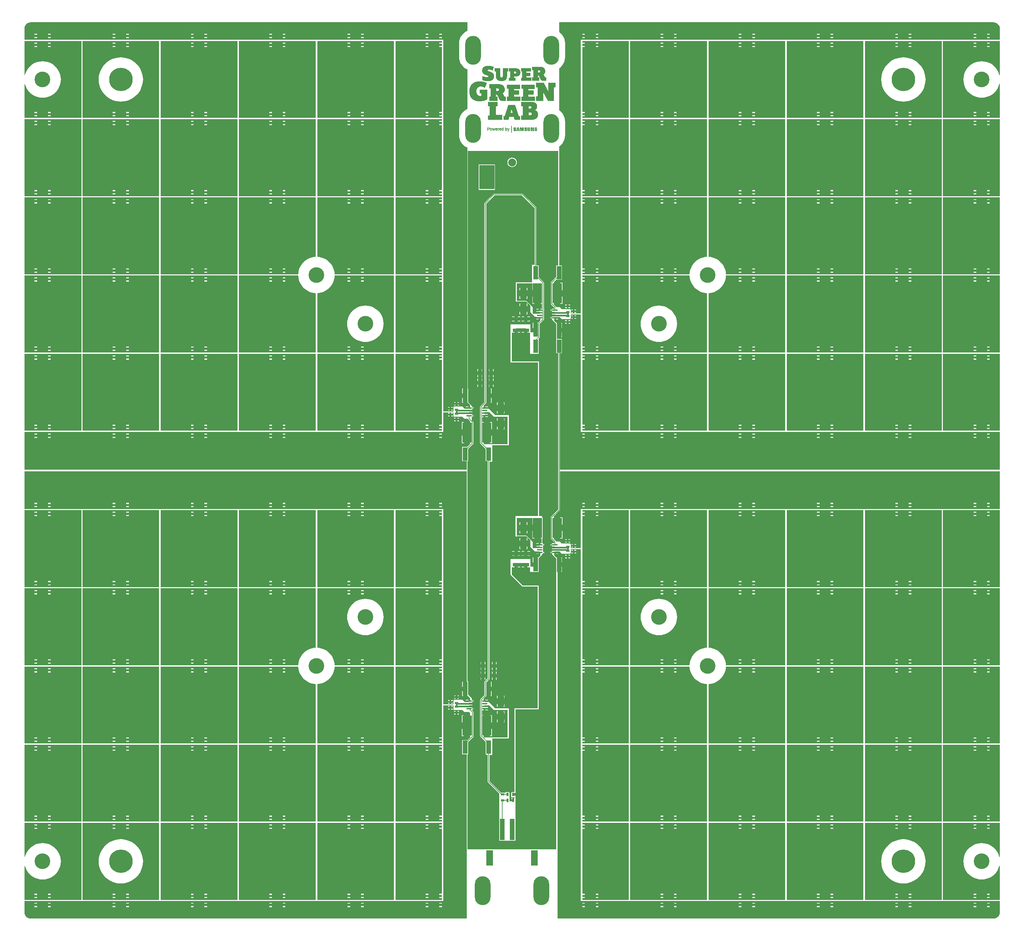
<source format=gtl>
%FSLAX25Y25*%
%MOIN*%
G70*
G01*
G75*
G04 Layer_Physical_Order=1*
G04 Layer_Color=255*
%ADD10R,0.04724X0.13386*%
%ADD11R,0.03543X0.02362*%
%ADD12R,0.02362X0.03543*%
%ADD13R,0.05315X0.01772*%
%ADD14R,0.06693X0.07874*%
%ADD15R,0.11024X0.04921*%
%ADD16R,0.01378X0.02165*%
%ADD17R,0.09252X0.20079*%
%ADD18R,0.06693X0.09843*%
%ADD19R,0.03543X0.07087*%
%ADD20R,0.07087X0.03543*%
%ADD21R,0.15354X0.24410*%
%ADD22R,0.12992X0.17323*%
%ADD23R,0.07087X0.15354*%
%ADD24R,0.05118X0.21654*%
%ADD25C,0.00100*%
%ADD26C,0.00591*%
%ADD27C,0.01772*%
%ADD28R,0.03740X0.03150*%
%ADD29C,0.07874*%
%ADD30O,0.15748X0.29134*%
%ADD31C,0.15748*%
%ADD32C,0.23622*%
G36*
X-433260Y-124410D02*
Y-196261D01*
X-465748D01*
Y-196260D01*
X-479134D01*
Y-196261D01*
X-490721D01*
Y-118702D01*
X-433260D01*
Y-124410D01*
D02*
G37*
G36*
X490721Y-196261D02*
X479134D01*
Y-196260D01*
X465748D01*
Y-196261D01*
X433260D01*
Y-124410D01*
Y-118702D01*
X490721D01*
Y-196261D01*
D02*
G37*
G36*
X-45521Y-212205D02*
Y-212795D01*
X-45079D01*
Y-220080D01*
Y-227362D01*
X-44291D01*
X-44291Y-227362D01*
Y-227362D01*
X-44291Y-227362D01*
X-42323Y-229331D01*
Y-230906D01*
X-42323D01*
Y-232383D01*
X-43208D01*
Y-233268D01*
X-46457D01*
Y-233268D01*
X-47835D01*
X-50098Y-231004D01*
X-58563D01*
X-58957Y-231398D01*
Y-235728D01*
X-69193D01*
Y-226772D01*
Y-38780D01*
X-490721D01*
Y-787D01*
X-45521D01*
Y-212205D01*
D02*
G37*
G36*
X-118898Y273031D02*
Y197441D01*
X-150787D01*
Y197441D01*
X-164173D01*
Y197441D01*
X-178543D01*
X-178661Y199245D01*
X-179129Y201599D01*
X-179901Y203871D01*
X-180962Y206024D01*
X-182295Y208019D01*
X-183878Y209823D01*
X-185682Y211406D01*
X-187677Y212739D01*
X-189830Y213800D01*
X-192102Y214572D01*
X-194456Y215040D01*
X-196063Y215145D01*
Y272244D01*
Y275000D01*
X-118898D01*
Y273031D01*
D02*
G37*
G36*
X-355118D02*
Y197441D01*
X-387008D01*
Y197441D01*
X-400394D01*
Y197441D01*
X-432283D01*
Y272244D01*
Y275000D01*
X-355118D01*
Y273031D01*
D02*
G37*
G36*
X-276378D02*
Y197441D01*
X-308268D01*
Y197441D01*
X-321654D01*
Y197441D01*
X-353543D01*
Y272244D01*
Y275000D01*
X-276378D01*
Y273031D01*
D02*
G37*
G36*
X-197638D02*
Y215145D01*
X-199245Y215040D01*
X-201599Y214572D01*
X-203871Y213800D01*
X-206024Y212739D01*
X-208019Y211406D01*
X-209823Y209823D01*
X-211406Y208019D01*
X-212739Y206024D01*
X-213800Y203871D01*
X-214572Y201599D01*
X-215040Y199245D01*
X-215158Y197441D01*
X-229528D01*
Y197441D01*
X-242913D01*
Y197441D01*
X-274803D01*
Y272244D01*
Y275000D01*
X-197638D01*
Y273031D01*
D02*
G37*
G36*
X196063Y350984D02*
Y276181D01*
X164173D01*
Y276181D01*
X150787D01*
Y276181D01*
X118898D01*
Y351772D01*
Y353740D01*
X196063D01*
Y350984D01*
D02*
G37*
G36*
X274803D02*
Y276181D01*
X242913D01*
Y276181D01*
X229528D01*
Y276181D01*
X197638D01*
Y351772D01*
Y353740D01*
X274803D01*
Y350984D01*
D02*
G37*
G36*
X353543D02*
Y276181D01*
X321654D01*
Y276181D01*
X308268D01*
Y276181D01*
X276378D01*
Y351772D01*
Y353740D01*
X353543D01*
Y350984D01*
D02*
G37*
G36*
X-70670Y351969D02*
X-73228D01*
Y350984D01*
X-70670D01*
Y348819D01*
X-73228D01*
Y347638D01*
X-70670D01*
Y282283D01*
X-73228D01*
Y281102D01*
X-70670D01*
Y278937D01*
X-73228D01*
Y277953D01*
X-70670D01*
Y276181D01*
X-72047D01*
Y276181D01*
X-85433D01*
Y276181D01*
X-117323D01*
Y353740D01*
X-70670D01*
Y351969D01*
D02*
G37*
G36*
X490721Y276180D02*
X479134D01*
Y276181D01*
X465748D01*
Y276180D01*
X433260D01*
Y348030D01*
Y353739D01*
X490721D01*
Y276180D01*
D02*
G37*
G36*
X-433260Y348030D02*
Y276180D01*
X-465748D01*
Y276181D01*
X-479134D01*
Y276180D01*
X-490721D01*
Y353739D01*
X-433260D01*
Y348030D01*
D02*
G37*
G36*
X117323Y276181D02*
X85433D01*
Y276181D01*
X72047D01*
Y276181D01*
X70670D01*
Y277953D01*
X73228D01*
Y278937D01*
X70670D01*
Y281102D01*
X73228D01*
Y282283D01*
X70670D01*
Y347638D01*
X73228D01*
Y348819D01*
X70670D01*
Y350984D01*
X73228D01*
Y351969D01*
X70670D01*
Y353740D01*
X117323D01*
Y276181D01*
D02*
G37*
G36*
X-70670Y194488D02*
X-73228D01*
Y193504D01*
X-70670D01*
Y191339D01*
X-73228D01*
Y190157D01*
X-70670D01*
Y124803D01*
X-73228D01*
Y123622D01*
X-70670D01*
Y121457D01*
X-73228D01*
Y120472D01*
X-70670D01*
Y118701D01*
X-117323D01*
Y196260D01*
X-85433D01*
Y196260D01*
X-72047D01*
Y196260D01*
X-70670D01*
Y194488D01*
D02*
G37*
G36*
X117323Y118701D02*
X70670D01*
Y120472D01*
X73228D01*
Y121457D01*
X70670D01*
Y123622D01*
X73228D01*
Y124803D01*
X70670D01*
Y190157D01*
X73228D01*
Y191339D01*
X70670D01*
Y193504D01*
X73228D01*
Y194488D01*
X70670D01*
Y196260D01*
X72047D01*
Y196260D01*
X85433D01*
Y196260D01*
X117323D01*
Y118701D01*
D02*
G37*
G36*
X490721Y197440D02*
X479134D01*
Y197441D01*
X465748D01*
Y197440D01*
X433260D01*
Y269290D01*
Y274999D01*
X490721D01*
Y197440D01*
D02*
G37*
G36*
X117323Y-196260D02*
X85433D01*
Y-196260D01*
X72047D01*
Y-196260D01*
X70670D01*
Y-194488D01*
X73228D01*
Y-193504D01*
X70670D01*
Y-191339D01*
X73228D01*
Y-190157D01*
X70670D01*
Y-124803D01*
X73228D01*
Y-123622D01*
X70670D01*
Y-121457D01*
X73228D01*
Y-120472D01*
X70670D01*
Y-118701D01*
X117323D01*
Y-196260D01*
D02*
G37*
G36*
X274803Y-121457D02*
Y-196260D01*
X242913D01*
Y-196260D01*
X229528D01*
Y-196260D01*
X215158D01*
X215040Y-194456D01*
X214572Y-192102D01*
X213800Y-189830D01*
X212739Y-187677D01*
X211406Y-185682D01*
X209823Y-183878D01*
X208019Y-182295D01*
X206024Y-180962D01*
X203871Y-179901D01*
X201599Y-179129D01*
X199245Y-178661D01*
X197638Y-178556D01*
Y-120669D01*
Y-118701D01*
X274803D01*
Y-121457D01*
D02*
G37*
G36*
X196063D02*
Y-178556D01*
X194456Y-178661D01*
X192102Y-179129D01*
X189830Y-179901D01*
X187677Y-180962D01*
X185682Y-182295D01*
X183878Y-183878D01*
X182295Y-185682D01*
X180962Y-187677D01*
X179901Y-189830D01*
X179129Y-192102D01*
X178661Y-194456D01*
X178543Y-196260D01*
X164173D01*
Y-196260D01*
X150787D01*
Y-196260D01*
X118898D01*
Y-120669D01*
Y-118701D01*
X196063D01*
Y-121457D01*
D02*
G37*
G36*
X-70670Y-120472D02*
X-73228D01*
Y-121457D01*
X-70670D01*
Y-123622D01*
X-73228D01*
Y-124803D01*
X-70670D01*
Y-190157D01*
X-73228D01*
Y-191339D01*
X-70670D01*
Y-193504D01*
X-73228D01*
Y-194488D01*
X-70670D01*
Y-196260D01*
X-72047D01*
Y-196260D01*
X-85433D01*
Y-196260D01*
X-117323D01*
Y-118701D01*
X-70670D01*
Y-120472D01*
D02*
G37*
G36*
X274803Y272244D02*
Y197441D01*
X242913D01*
Y197441D01*
X229528D01*
Y197441D01*
X215158D01*
X215040Y199245D01*
X214572Y201599D01*
X213800Y203871D01*
X212739Y206024D01*
X211406Y208019D01*
X209823Y209823D01*
X208019Y211406D01*
X206024Y212739D01*
X203871Y213800D01*
X201599Y214572D01*
X199245Y215040D01*
X197638Y215145D01*
Y273031D01*
Y275000D01*
X274803D01*
Y272244D01*
D02*
G37*
G36*
X353543D02*
Y197441D01*
X321654D01*
Y197441D01*
X308268D01*
Y197441D01*
X276378D01*
Y273031D01*
Y275000D01*
X353543D01*
Y272244D01*
D02*
G37*
G36*
X432283D02*
Y197441D01*
X400394D01*
Y197441D01*
X387008D01*
Y197441D01*
X355118D01*
Y273031D01*
Y275000D01*
X432283D01*
Y272244D01*
D02*
G37*
G36*
X196063D02*
Y215145D01*
X194456Y215040D01*
X192102Y214572D01*
X189830Y213800D01*
X187677Y212739D01*
X185682Y211406D01*
X183878Y209823D01*
X182295Y208019D01*
X180962Y206024D01*
X179901Y203871D01*
X179129Y201599D01*
X178661Y199245D01*
X178543Y197441D01*
X164173D01*
Y197441D01*
X150787D01*
Y197441D01*
X118898D01*
Y273031D01*
Y275000D01*
X196063D01*
Y272244D01*
D02*
G37*
G36*
X-433260Y269290D02*
Y197440D01*
X-465748D01*
Y197441D01*
X-479134D01*
Y197440D01*
X-490721D01*
Y274999D01*
X-433260D01*
Y269290D01*
D02*
G37*
G36*
X117323Y197441D02*
X85433D01*
Y197441D01*
X72047D01*
Y197441D01*
X70670D01*
Y199213D01*
X73228D01*
Y200197D01*
X70670D01*
Y202362D01*
X73228D01*
Y203543D01*
X70670D01*
Y268898D01*
X73228D01*
Y270079D01*
X70670D01*
Y272244D01*
X73228D01*
Y273228D01*
X70670D01*
Y275000D01*
X117323D01*
Y197441D01*
D02*
G37*
G36*
X-70670Y273228D02*
X-73228D01*
Y272244D01*
X-70670D01*
Y270079D01*
X-73228D01*
Y268898D01*
X-70670D01*
Y203543D01*
X-73228D01*
Y202362D01*
X-70670D01*
Y200197D01*
X-73228D01*
Y199213D01*
X-70670D01*
Y197441D01*
X-72047D01*
Y197441D01*
X-85433D01*
Y197441D01*
X-117323D01*
Y275000D01*
X-70670D01*
Y273228D01*
D02*
G37*
G36*
X432283Y350984D02*
Y276181D01*
X400394D01*
Y276181D01*
X387008D01*
Y276181D01*
X355118D01*
Y351772D01*
Y353740D01*
X432283D01*
Y350984D01*
D02*
G37*
G36*
X117323Y354921D02*
X85433D01*
Y354921D01*
X72047D01*
Y354921D01*
X70670D01*
Y356693D01*
X73228D01*
Y357677D01*
X70670D01*
Y359842D01*
X73228D01*
Y361024D01*
X70670D01*
Y426378D01*
X73228D01*
Y427559D01*
X70670D01*
Y429724D01*
X73228D01*
Y430709D01*
X70670D01*
Y432480D01*
X117323D01*
Y354921D01*
D02*
G37*
G36*
X196063Y429724D02*
Y354921D01*
X164173D01*
Y354921D01*
X150787D01*
Y354921D01*
X118898D01*
Y430512D01*
Y432480D01*
X196063D01*
Y429724D01*
D02*
G37*
G36*
X274803D02*
Y354921D01*
X242913D01*
Y354921D01*
X229528D01*
Y354921D01*
X197638D01*
Y430512D01*
Y432480D01*
X274803D01*
Y429724D01*
D02*
G37*
G36*
X117323Y-353740D02*
X70670D01*
Y-351969D01*
X73228D01*
Y-350984D01*
X70670D01*
Y-348819D01*
X73228D01*
Y-347638D01*
X70670D01*
Y-282283D01*
X73228D01*
Y-281102D01*
X70670D01*
Y-278937D01*
X73228D01*
Y-277953D01*
X70670D01*
Y-276181D01*
X72047D01*
Y-276181D01*
X85433D01*
Y-276181D01*
X117323D01*
Y-353740D01*
D02*
G37*
G36*
X-433260Y-203151D02*
Y-275001D01*
X-465748D01*
Y-275000D01*
X-479134D01*
Y-275001D01*
X-490721D01*
Y-197442D01*
X-433260D01*
Y-203151D01*
D02*
G37*
G36*
X490721Y-275001D02*
X479134D01*
Y-275000D01*
X465748D01*
Y-275001D01*
X433260D01*
Y-203151D01*
Y-197442D01*
X490721D01*
Y-275001D01*
D02*
G37*
G36*
X-70670Y-277953D02*
X-73228D01*
Y-278937D01*
X-70670D01*
Y-281102D01*
X-73228D01*
Y-282283D01*
X-70670D01*
Y-347638D01*
X-73228D01*
Y-348819D01*
X-70670D01*
Y-350984D01*
X-73228D01*
Y-351969D01*
X-70670D01*
Y-353740D01*
X-117323D01*
Y-276181D01*
X-85433D01*
Y-276181D01*
X-72047D01*
Y-276181D01*
X-70670D01*
Y-277953D01*
D02*
G37*
G36*
X-197638Y430512D02*
Y354921D01*
X-229528D01*
Y354921D01*
X-242913D01*
Y354921D01*
X-274803D01*
Y429724D01*
Y432480D01*
X-197638D01*
Y430512D01*
D02*
G37*
G36*
X-118898D02*
Y354921D01*
X-150787D01*
Y354921D01*
X-164173D01*
Y354921D01*
X-196063D01*
Y429724D01*
Y432480D01*
X-118898D01*
Y430512D01*
D02*
G37*
G36*
X-70670Y430709D02*
X-73228D01*
Y429724D01*
X-70670D01*
Y427559D01*
X-73228D01*
Y426378D01*
X-70670D01*
Y361024D01*
X-73228D01*
Y359842D01*
X-70670D01*
Y357677D01*
X-73228D01*
Y356693D01*
X-70670D01*
Y354921D01*
X-72047D01*
Y354921D01*
X-85433D01*
Y354921D01*
X-117323D01*
Y432480D01*
X-70670D01*
Y430709D01*
D02*
G37*
G36*
X-276378Y430512D02*
Y354921D01*
X-308268D01*
Y354921D01*
X-321654D01*
Y354921D01*
X-353543D01*
Y429724D01*
Y432480D01*
X-276378D01*
Y430512D01*
D02*
G37*
G36*
X353543Y429724D02*
Y354921D01*
X321654D01*
Y354921D01*
X308268D01*
Y354921D01*
X276378D01*
Y430512D01*
Y432480D01*
X353543D01*
Y429724D01*
D02*
G37*
G36*
X432283D02*
Y354921D01*
X400394D01*
Y354921D01*
X387008D01*
Y354921D01*
X355118D01*
Y430512D01*
Y432480D01*
X432283D01*
Y429724D01*
D02*
G37*
G36*
X-355118Y430512D02*
Y354921D01*
X-387008D01*
Y354921D01*
X-400394D01*
Y354921D01*
X-432283D01*
Y429724D01*
Y432480D01*
X-355118D01*
Y430512D01*
D02*
G37*
G36*
X-118898Y-199409D02*
Y-275000D01*
X-150787D01*
Y-275000D01*
X-164173D01*
Y-275000D01*
X-196063D01*
Y-215145D01*
X-194456Y-215040D01*
X-192102Y-214572D01*
X-189830Y-213800D01*
X-187677Y-212739D01*
X-185682Y-211406D01*
X-183878Y-209823D01*
X-182295Y-208019D01*
X-180962Y-206024D01*
X-179901Y-203871D01*
X-179129Y-201599D01*
X-178661Y-199245D01*
X-178543Y-197441D01*
X-118898D01*
Y-199409D01*
D02*
G37*
G36*
X-215040Y-199245D02*
X-214572Y-201599D01*
X-213800Y-203871D01*
X-212739Y-206024D01*
X-211406Y-208019D01*
X-209823Y-209823D01*
X-208019Y-211406D01*
X-206024Y-212739D01*
X-203871Y-213800D01*
X-201599Y-214572D01*
X-199245Y-215040D01*
X-197638Y-215145D01*
Y-275000D01*
X-229528D01*
Y-275000D01*
X-242913D01*
Y-275000D01*
X-274803D01*
Y-200197D01*
Y-197441D01*
X-215158D01*
X-215040Y-199245D01*
D02*
G37*
G36*
X-276378Y-199409D02*
Y-275000D01*
X-308268D01*
Y-275000D01*
X-321654D01*
Y-275000D01*
X-353543D01*
Y-200197D01*
Y-197441D01*
X-276378D01*
Y-199409D01*
D02*
G37*
G36*
X-118898Y351772D02*
Y276181D01*
X-150787D01*
Y276181D01*
X-164173D01*
Y276181D01*
X-196063D01*
Y350984D01*
Y353740D01*
X-118898D01*
Y351772D01*
D02*
G37*
G36*
X-355118D02*
Y276181D01*
X-387008D01*
Y276181D01*
X-400394D01*
Y276181D01*
X-432283D01*
Y350984D01*
Y353740D01*
X-355118D01*
Y351772D01*
D02*
G37*
G36*
X-276378D02*
Y276181D01*
X-308268D01*
Y276181D01*
X-321654D01*
Y276181D01*
X-353543D01*
Y350984D01*
Y353740D01*
X-276378D01*
Y351772D01*
D02*
G37*
G36*
X-197638D02*
Y276181D01*
X-229528D01*
Y276181D01*
X-242913D01*
Y276181D01*
X-274803D01*
Y350984D01*
Y353740D01*
X-197638D01*
Y351772D01*
D02*
G37*
G36*
X178661Y-199245D02*
X179129Y-201599D01*
X179901Y-203871D01*
X180962Y-206024D01*
X182295Y-208019D01*
X183878Y-209823D01*
X185682Y-211406D01*
X187677Y-212739D01*
X189830Y-213800D01*
X192102Y-214572D01*
X194456Y-215040D01*
X196063Y-215145D01*
Y-275000D01*
X164173D01*
Y-275000D01*
X150787D01*
Y-275000D01*
X118898D01*
Y-199409D01*
Y-197441D01*
X178543D01*
X178661Y-199245D01*
D02*
G37*
G36*
X-70670Y-199213D02*
X-73228D01*
Y-200197D01*
X-70670D01*
Y-202362D01*
X-73228D01*
Y-203543D01*
X-70670D01*
Y-268898D01*
X-73228D01*
Y-270079D01*
X-70670D01*
Y-272244D01*
X-73228D01*
Y-273228D01*
X-70670D01*
Y-275000D01*
X-72047D01*
Y-275000D01*
X-85433D01*
Y-275000D01*
X-117323D01*
Y-197441D01*
X-70670D01*
Y-199213D01*
D02*
G37*
G36*
X117323Y-275000D02*
X85433D01*
Y-275000D01*
X72047D01*
Y-275000D01*
X70670D01*
Y-273228D01*
X73228D01*
Y-272244D01*
X70670D01*
Y-270079D01*
X73228D01*
Y-268898D01*
X70670D01*
Y-203543D01*
X73228D01*
Y-202362D01*
X70670D01*
Y-200197D01*
X73228D01*
Y-199213D01*
X70670D01*
Y-197441D01*
X117323D01*
Y-275000D01*
D02*
G37*
G36*
X274803Y-200197D02*
Y-275000D01*
X242913D01*
Y-275000D01*
X229528D01*
Y-275000D01*
X197638D01*
Y-215145D01*
X199245Y-215040D01*
X201599Y-214572D01*
X203871Y-213800D01*
X206024Y-212739D01*
X208019Y-211406D01*
X209823Y-209823D01*
X211406Y-208019D01*
X212739Y-206024D01*
X213800Y-203871D01*
X214572Y-201599D01*
X215040Y-199245D01*
X215158Y-197441D01*
X274803D01*
Y-200197D01*
D02*
G37*
G36*
X-355118Y-199409D02*
Y-275000D01*
X-387008D01*
Y-275000D01*
X-400394D01*
Y-275000D01*
X-432283D01*
Y-200197D01*
Y-197441D01*
X-355118D01*
Y-199409D01*
D02*
G37*
G36*
X432283Y-200197D02*
Y-275000D01*
X400394D01*
Y-275000D01*
X387008D01*
Y-275000D01*
X355118D01*
Y-199409D01*
Y-197441D01*
X432283D01*
Y-200197D01*
D02*
G37*
G36*
X353543D02*
Y-275000D01*
X321654D01*
Y-275000D01*
X308268D01*
Y-275000D01*
X276378D01*
Y-199409D01*
Y-197441D01*
X353543D01*
Y-200197D01*
D02*
G37*
G36*
X490721Y-38780D02*
X69193D01*
Y-67913D01*
Y-78248D01*
X58957D01*
Y-74114D01*
X58563Y-73721D01*
X49902D01*
X47835Y-71653D01*
X44587D01*
X42224Y-69291D01*
Y-68504D01*
X42224D01*
Y-57875D01*
Y-47244D01*
X42224D01*
Y-46061D01*
X47883Y-40402D01*
X48079Y-40109D01*
X48147Y-39764D01*
Y-787D01*
X490721D01*
Y-38780D01*
D02*
G37*
G36*
X-355118Y-356890D02*
Y-432480D01*
X-387008D01*
Y-432480D01*
X-400394D01*
Y-432480D01*
X-432283D01*
Y-357677D01*
Y-354921D01*
X-355118D01*
Y-356890D01*
D02*
G37*
G36*
X-276378D02*
Y-432480D01*
X-308268D01*
Y-432480D01*
X-321654D01*
Y-432480D01*
X-353543D01*
Y-357677D01*
Y-354921D01*
X-276378D01*
Y-356890D01*
D02*
G37*
G36*
X432283Y-357677D02*
Y-432480D01*
X400394D01*
Y-432480D01*
X387008D01*
Y-432480D01*
X355118D01*
Y-356890D01*
Y-354921D01*
X432283D01*
Y-357677D01*
D02*
G37*
G36*
X196063D02*
Y-432480D01*
X164173D01*
Y-432480D01*
X150787D01*
Y-432480D01*
X118898D01*
Y-356890D01*
Y-354921D01*
X196063D01*
Y-357677D01*
D02*
G37*
G36*
X274803D02*
Y-432480D01*
X242913D01*
Y-432480D01*
X229528D01*
Y-432480D01*
X197638D01*
Y-356890D01*
Y-354921D01*
X274803D01*
Y-357677D01*
D02*
G37*
G36*
X353543D02*
Y-432480D01*
X321654D01*
Y-432480D01*
X308268D01*
Y-432480D01*
X276378D01*
Y-356890D01*
Y-354921D01*
X353543D01*
Y-357677D01*
D02*
G37*
G36*
X69193Y-89961D02*
Y-433661D01*
X490721D01*
Y-444882D01*
X490727Y-444909D01*
X490605Y-446145D01*
X490236Y-447361D01*
X489638Y-448481D01*
X488832Y-449462D01*
X487851Y-450268D01*
X486731Y-450866D01*
X485516Y-451235D01*
X484279Y-451356D01*
X484252Y-451351D01*
X45571D01*
Y-102165D01*
X45079D01*
Y-94883D01*
Y-87598D01*
X44291D01*
X42323Y-85630D01*
Y-84055D01*
X42323D01*
Y-82578D01*
X43208D01*
Y-81693D01*
X46457D01*
Y-81693D01*
X47835D01*
X50098Y-83957D01*
X58563D01*
X58957Y-83563D01*
Y-79232D01*
X69193D01*
Y-89961D01*
D02*
G37*
G36*
X490721Y118700D02*
X479134D01*
Y118701D01*
X465748D01*
Y118700D01*
X433260D01*
Y190550D01*
Y196259D01*
X490721D01*
Y118700D01*
D02*
G37*
G36*
X-433260Y190550D02*
Y118700D01*
X-465748D01*
Y118701D01*
X-479134D01*
Y118700D01*
X-490721D01*
Y196259D01*
X-433260D01*
Y190550D01*
D02*
G37*
G36*
X-70670Y-356693D02*
X-73228D01*
Y-357677D01*
X-70670D01*
Y-359842D01*
X-73228D01*
Y-361024D01*
X-70670D01*
Y-426378D01*
X-73228D01*
Y-427559D01*
X-70670D01*
Y-429724D01*
X-73228D01*
Y-430709D01*
X-70670D01*
Y-432480D01*
X-117323D01*
Y-354921D01*
X-70670D01*
Y-356693D01*
D02*
G37*
G36*
X-197638Y-356890D02*
Y-432480D01*
X-229528D01*
Y-432480D01*
X-242913D01*
Y-432480D01*
X-274803D01*
Y-357677D01*
Y-354921D01*
X-197638D01*
Y-356890D01*
D02*
G37*
G36*
X-118898D02*
Y-432480D01*
X-150787D01*
Y-432480D01*
X-164173D01*
Y-432480D01*
X-196063D01*
Y-357677D01*
Y-354921D01*
X-118898D01*
Y-356890D01*
D02*
G37*
G36*
X117323Y-432480D02*
X85433D01*
Y-432480D01*
X72047D01*
Y-432480D01*
X70670D01*
Y-430709D01*
X73228D01*
Y-429724D01*
X70670D01*
Y-427559D01*
X73228D01*
Y-426378D01*
X70670D01*
Y-361024D01*
X73228D01*
Y-359842D01*
X70670D01*
Y-357677D01*
X73228D01*
Y-356693D01*
X70670D01*
Y-354921D01*
X117323D01*
Y-432480D01*
D02*
G37*
G36*
X274803Y114764D02*
Y39961D01*
X242913D01*
Y39961D01*
X229528D01*
Y39961D01*
X197638D01*
Y115551D01*
Y117520D01*
X274803D01*
Y114764D01*
D02*
G37*
G36*
X353543D02*
Y39961D01*
X321654D01*
Y39961D01*
X308268D01*
Y39961D01*
X276378D01*
Y115551D01*
Y117520D01*
X353543D01*
Y114764D01*
D02*
G37*
G36*
X432283D02*
Y39961D01*
X400394D01*
Y39961D01*
X387008D01*
Y39961D01*
X355118D01*
Y115551D01*
Y117520D01*
X432283D01*
Y114764D01*
D02*
G37*
G36*
X196063D02*
Y39961D01*
X164173D01*
Y39961D01*
X150787D01*
Y39961D01*
X118898D01*
Y115551D01*
Y117520D01*
X196063D01*
Y114764D01*
D02*
G37*
G36*
X-58957Y54429D02*
X-58563Y54035D01*
X-49902D01*
X-47835Y51968D01*
X-44587D01*
X-42224Y49606D01*
Y48819D01*
Y38188D01*
Y27559D01*
Y26673D01*
X-45079Y23819D01*
Y23819D01*
X-50197D01*
Y9252D01*
X-45521D01*
Y787D01*
X-490721D01*
Y38780D01*
X-479134D01*
Y38780D01*
X-477911D01*
X-69193Y38681D01*
Y48228D01*
Y58563D01*
X-58957D01*
Y54429D01*
D02*
G37*
G36*
X490721Y39960D02*
X479134D01*
Y39961D01*
X465748D01*
Y39960D01*
X433260D01*
Y111810D01*
Y117519D01*
X490721D01*
Y39960D01*
D02*
G37*
G36*
X-433260Y111810D02*
Y39960D01*
X-465748D01*
Y39961D01*
X-479134D01*
Y39960D01*
X-490721D01*
Y117519D01*
X-433260D01*
Y111810D01*
D02*
G37*
G36*
X117323Y39961D02*
X85433D01*
Y39961D01*
X72047D01*
Y39961D01*
X70670D01*
Y41732D01*
X73228D01*
Y42717D01*
X70670D01*
Y44882D01*
X73228D01*
Y46063D01*
X70670D01*
Y111417D01*
X73228D01*
Y112598D01*
X70670D01*
Y114764D01*
X73228D01*
Y115748D01*
X70670D01*
Y117520D01*
X117323D01*
Y39961D01*
D02*
G37*
G36*
X-70670Y115748D02*
X-73228D01*
Y114764D01*
X-70670D01*
Y112598D01*
X-73228D01*
Y111417D01*
X-70670D01*
Y46063D01*
X-73228D01*
Y44882D01*
X-70670D01*
Y42717D01*
X-73228D01*
Y41732D01*
X-70670D01*
Y39961D01*
X-117323D01*
Y117520D01*
X-70670D01*
Y115748D01*
D02*
G37*
G36*
X-484252Y451351D02*
X-45079D01*
Y442685D01*
X-45735Y442413D01*
X-47611Y441263D01*
X-49283Y439835D01*
X-50712Y438162D01*
X-51862Y436286D01*
X-52703Y434254D01*
X-53217Y432114D01*
X-53390Y429921D01*
Y416535D01*
X-53217Y414342D01*
X-52703Y412203D01*
X-51862Y410171D01*
X-50712Y408295D01*
X-49283Y406622D01*
X-47611Y405193D01*
X-45735Y404044D01*
X-45079Y403772D01*
Y363944D01*
X-45735Y363673D01*
X-47611Y362523D01*
X-49283Y361094D01*
X-50712Y359422D01*
X-51862Y357546D01*
X-52703Y355513D01*
X-53217Y353374D01*
X-53390Y351181D01*
Y337795D01*
X-53217Y335602D01*
X-52703Y333463D01*
X-51862Y331431D01*
X-50712Y329555D01*
X-49283Y327882D01*
X-47611Y326453D01*
X-45735Y325304D01*
X-45079Y325032D01*
Y82480D01*
X-45079D01*
Y75196D01*
Y67913D01*
X-44291D01*
X-44291Y67913D01*
Y67913D01*
X-44291Y67913D01*
X-42323Y65945D01*
Y64370D01*
X-42323D01*
Y62893D01*
X-43208D01*
Y62008D01*
X-46457D01*
Y62008D01*
X-47835D01*
X-50098Y64272D01*
X-58563D01*
X-58957Y63878D01*
Y59547D01*
X-69193D01*
Y67913D01*
Y433661D01*
X-490721D01*
Y444882D01*
X-490727Y444909D01*
X-490605Y446145D01*
X-490236Y447361D01*
X-489638Y448481D01*
X-488832Y449462D01*
X-487851Y450268D01*
X-486731Y450866D01*
X-485516Y451235D01*
X-484279Y451356D01*
X-484252Y451351D01*
D02*
G37*
G36*
X-118898Y115551D02*
Y39961D01*
X-150787D01*
Y39961D01*
X-164173D01*
Y39961D01*
X-196063D01*
Y114764D01*
Y117520D01*
X-118898D01*
Y115551D01*
D02*
G37*
G36*
X-355118D02*
Y39961D01*
X-387008D01*
Y39961D01*
X-400394D01*
Y39961D01*
X-432283D01*
Y114764D01*
Y117520D01*
X-355118D01*
Y115551D01*
D02*
G37*
G36*
X-276378D02*
Y39961D01*
X-308268D01*
Y39961D01*
X-321654D01*
Y39961D01*
X-353543D01*
Y114764D01*
Y117520D01*
X-276378D01*
Y115551D01*
D02*
G37*
G36*
X-197638D02*
Y39961D01*
X-229528D01*
Y39961D01*
X-242913D01*
Y39961D01*
X-274803D01*
Y114764D01*
Y117520D01*
X-197638D01*
Y115551D01*
D02*
G37*
G36*
X178661Y194456D02*
X179129Y192102D01*
X179901Y189830D01*
X180962Y187677D01*
X182295Y185682D01*
X183878Y183878D01*
X185682Y182295D01*
X187677Y180962D01*
X189830Y179901D01*
X192102Y179129D01*
X194456Y178661D01*
X196063Y178556D01*
Y118701D01*
X164173D01*
Y118701D01*
X150787D01*
Y118701D01*
X118898D01*
Y194291D01*
Y196260D01*
X178543D01*
X178661Y194456D01*
D02*
G37*
G36*
X490721Y-117521D02*
X479134D01*
Y-117520D01*
X465748D01*
Y-117521D01*
X433260D01*
Y-45670D01*
Y-39962D01*
X490721D01*
Y-117521D01*
D02*
G37*
G36*
X69193Y146260D02*
Y145965D01*
Y38780D01*
X490721D01*
Y787D01*
X48147D01*
Y117913D01*
X50197D01*
Y132480D01*
X44930D01*
Y134055D01*
X45079D01*
Y141338D01*
Y148622D01*
X44291D01*
X42323Y150591D01*
Y152165D01*
X42323D01*
Y153643D01*
X43208D01*
Y154527D01*
X46457D01*
Y154528D01*
X47835D01*
X50098Y152264D01*
X58563D01*
X58957Y152657D01*
Y156988D01*
X69193D01*
Y146260D01*
D02*
G37*
G36*
X-58957Y-240846D02*
X-58563Y-241240D01*
X-49902D01*
X-47835Y-243307D01*
X-43235D01*
X-42224Y-244318D01*
Y-246457D01*
Y-257088D01*
Y-267717D01*
Y-268799D01*
X-44882Y-271457D01*
X-50197D01*
Y-286024D01*
X-45571D01*
Y-451351D01*
X-484252D01*
X-484279Y-451356D01*
X-485516Y-451235D01*
X-486731Y-450866D01*
X-487851Y-450268D01*
X-488832Y-449462D01*
X-489638Y-448481D01*
X-490236Y-447361D01*
X-490605Y-446145D01*
X-490727Y-444909D01*
X-490721Y-444882D01*
Y-433661D01*
X-69193D01*
Y-256594D01*
Y-236713D01*
X-58957D01*
Y-240846D01*
D02*
G37*
G36*
X-433260Y-45670D02*
Y-117521D01*
X-465748D01*
Y-117520D01*
X-479134D01*
Y-117521D01*
X-490721D01*
Y-39962D01*
X-433260D01*
Y-45670D01*
D02*
G37*
G36*
X274803Y-42717D02*
Y-117520D01*
X242913D01*
Y-117520D01*
X229528D01*
Y-117520D01*
X197638D01*
Y-41929D01*
Y-39961D01*
X274803D01*
Y-42717D01*
D02*
G37*
G36*
X196063D02*
Y-117520D01*
X164173D01*
Y-117520D01*
X150787D01*
Y-117520D01*
X118898D01*
Y-41929D01*
Y-39961D01*
X196063D01*
Y-42717D01*
D02*
G37*
G36*
X117323Y-117520D02*
X85433D01*
Y-117520D01*
X72047D01*
Y-117520D01*
X70670D01*
Y-115748D01*
X73228D01*
Y-114764D01*
X70670D01*
Y-112599D01*
X73228D01*
Y-111417D01*
X70670D01*
Y-46063D01*
X73228D01*
Y-44882D01*
X70670D01*
Y-42717D01*
X73228D01*
Y-41732D01*
X70670D01*
Y-39961D01*
X117323D01*
Y-117520D01*
D02*
G37*
G36*
X-355118Y-120669D02*
Y-196260D01*
X-387008D01*
Y-196260D01*
X-400394D01*
Y-196260D01*
X-432283D01*
Y-121457D01*
Y-118701D01*
X-355118D01*
Y-120669D01*
D02*
G37*
G36*
X432283Y-121457D02*
Y-196260D01*
X400394D01*
Y-196260D01*
X387008D01*
Y-196260D01*
X355118D01*
Y-120669D01*
Y-118701D01*
X432283D01*
Y-121457D01*
D02*
G37*
G36*
X353543D02*
Y-196260D01*
X321654D01*
Y-196260D01*
X308268D01*
Y-196260D01*
X276378D01*
Y-120669D01*
Y-118701D01*
X353543D01*
Y-121457D01*
D02*
G37*
G36*
X-276378Y-120669D02*
Y-196260D01*
X-308268D01*
Y-196260D01*
X-321654D01*
Y-196260D01*
X-353543D01*
Y-121457D01*
Y-118701D01*
X-276378D01*
Y-120669D01*
D02*
G37*
G36*
X485516Y451235D02*
X486731Y450866D01*
X487851Y450268D01*
X488832Y449462D01*
X489638Y448481D01*
X490236Y447361D01*
X490605Y446145D01*
X490727Y444909D01*
X490721Y444882D01*
Y433661D01*
X69193D01*
Y168307D01*
Y157972D01*
X58957D01*
Y162106D01*
X58563Y162500D01*
X49902D01*
X47835Y164567D01*
X44587D01*
X42224Y166929D01*
Y167716D01*
X42224D01*
Y178346D01*
Y188977D01*
X42224D01*
Y189862D01*
X44291Y191929D01*
Y191929D01*
X44291Y191929D01*
X44291Y191929D01*
X44291Y191929D01*
X50197D01*
Y206496D01*
X47600D01*
X47247Y206850D01*
X47293Y326259D01*
X47611Y326453D01*
X49283Y327882D01*
X50712Y329555D01*
X51862Y331431D01*
X52703Y333463D01*
X53217Y335602D01*
X53390Y337795D01*
Y351181D01*
X53217Y353374D01*
X52703Y355513D01*
X51862Y357546D01*
X50712Y359422D01*
X49283Y361094D01*
X47611Y362523D01*
X47307Y362709D01*
X47324Y405018D01*
X47611Y405193D01*
X49283Y406622D01*
X50712Y408295D01*
X51862Y410171D01*
X52703Y412203D01*
X53217Y414342D01*
X53390Y416535D01*
Y429921D01*
X53217Y432114D01*
X52703Y434254D01*
X51862Y436286D01*
X50712Y438162D01*
X49283Y439835D01*
X47611Y441263D01*
X47338Y441430D01*
X47342Y451351D01*
X484252D01*
X484279Y451356D01*
X485516Y451235D01*
D02*
G37*
G36*
X-118898Y-120669D02*
Y-196260D01*
X-150787D01*
Y-196260D01*
X-164173D01*
Y-196260D01*
X-178543D01*
X-178661Y-194456D01*
X-179129Y-192102D01*
X-179901Y-189830D01*
X-180962Y-187677D01*
X-182295Y-185682D01*
X-183878Y-183878D01*
X-185682Y-182295D01*
X-187677Y-180962D01*
X-189830Y-179901D01*
X-192102Y-179129D01*
X-194456Y-178661D01*
X-196063Y-178556D01*
Y-121457D01*
Y-118701D01*
X-118898D01*
Y-120669D01*
D02*
G37*
G36*
X-197638D02*
Y-178556D01*
X-199245Y-178661D01*
X-201599Y-179129D01*
X-203871Y-179901D01*
X-206024Y-180962D01*
X-208019Y-182295D01*
X-209823Y-183878D01*
X-211406Y-185682D01*
X-212739Y-187677D01*
X-213800Y-189830D01*
X-214572Y-192102D01*
X-215040Y-194456D01*
X-215158Y-196260D01*
X-229528D01*
Y-196260D01*
X-242913D01*
Y-196260D01*
X-274803D01*
Y-121457D01*
Y-118701D01*
X-197638D01*
Y-120669D01*
D02*
G37*
G36*
X-276378Y194291D02*
Y118701D01*
X-308268D01*
Y118701D01*
X-321654D01*
Y118701D01*
X-353543D01*
Y193504D01*
Y196260D01*
X-276378D01*
Y194291D01*
D02*
G37*
G36*
X-215040Y194456D02*
X-214572Y192102D01*
X-213800Y189830D01*
X-212739Y187677D01*
X-211406Y185682D01*
X-209823Y183878D01*
X-208019Y182295D01*
X-206024Y180962D01*
X-203871Y179901D01*
X-201599Y179129D01*
X-199245Y178661D01*
X-197638Y178556D01*
Y118701D01*
X-229528D01*
Y118701D01*
X-242913D01*
Y118701D01*
X-274803D01*
Y193504D01*
Y196260D01*
X-215158D01*
X-215040Y194456D01*
D02*
G37*
G36*
X-118898Y194291D02*
Y118701D01*
X-150787D01*
Y118701D01*
X-164173D01*
Y118701D01*
X-196063D01*
Y178556D01*
X-194456Y178661D01*
X-192102Y179129D01*
X-189830Y179901D01*
X-187677Y180962D01*
X-185682Y182295D01*
X-183878Y183878D01*
X-182295Y185682D01*
X-180962Y187677D01*
X-179901Y189830D01*
X-179129Y192102D01*
X-178661Y194456D01*
X-178543Y196260D01*
X-118898D01*
Y194291D01*
D02*
G37*
G36*
X-355118D02*
Y118701D01*
X-387008D01*
Y118701D01*
X-400394D01*
Y118701D01*
X-432283D01*
Y193504D01*
Y196260D01*
X-355118D01*
Y194291D01*
D02*
G37*
G36*
X274803Y193504D02*
Y118701D01*
X242913D01*
Y118701D01*
X229528D01*
Y118701D01*
X197638D01*
Y178556D01*
X199245Y178661D01*
X201599Y179129D01*
X203871Y179901D01*
X206024Y180962D01*
X208019Y182295D01*
X209823Y183878D01*
X211406Y185682D01*
X212739Y187677D01*
X213800Y189830D01*
X214572Y192102D01*
X215040Y194456D01*
X215158Y196260D01*
X274803D01*
Y193504D01*
D02*
G37*
G36*
X353543D02*
Y118701D01*
X321654D01*
Y118701D01*
X308268D01*
Y118701D01*
X276378D01*
Y194291D01*
Y196260D01*
X353543D01*
Y193504D01*
D02*
G37*
G36*
X432283D02*
Y118701D01*
X400394D01*
Y118701D01*
X387008D01*
Y118701D01*
X355118D01*
Y194291D01*
Y196260D01*
X432283D01*
Y193504D01*
D02*
G37*
G36*
X-355118Y-41929D02*
Y-117520D01*
X-387008D01*
Y-117520D01*
X-400394D01*
Y-117520D01*
X-432283D01*
Y-42717D01*
Y-39961D01*
X-355118D01*
Y-41929D01*
D02*
G37*
G36*
X432283Y-42717D02*
Y-117520D01*
X400394D01*
Y-117520D01*
X387008D01*
Y-117520D01*
X355118D01*
Y-41929D01*
Y-39961D01*
X432283D01*
Y-42717D01*
D02*
G37*
G36*
X353543D02*
Y-117520D01*
X321654D01*
Y-117520D01*
X308268D01*
Y-117520D01*
X276378D01*
Y-41929D01*
Y-39961D01*
X353543D01*
Y-42717D01*
D02*
G37*
G36*
X-276378Y-41929D02*
Y-117520D01*
X-308268D01*
Y-117520D01*
X-321654D01*
Y-117520D01*
X-353543D01*
Y-42717D01*
Y-39961D01*
X-276378D01*
Y-41929D01*
D02*
G37*
G36*
X-70670Y-41732D02*
X-73228D01*
Y-42717D01*
X-70670D01*
Y-44882D01*
X-73228D01*
Y-46063D01*
X-70670D01*
Y-111417D01*
X-73228D01*
Y-112598D01*
X-70670D01*
Y-114764D01*
X-73228D01*
Y-115748D01*
X-70670D01*
Y-117520D01*
X-72047D01*
Y-117520D01*
X-85433D01*
Y-117520D01*
X-117323D01*
Y-39961D01*
X-70670D01*
Y-41732D01*
D02*
G37*
G36*
X-118898Y-41929D02*
Y-117520D01*
X-150787D01*
Y-117520D01*
X-164173D01*
Y-117520D01*
X-196063D01*
Y-42717D01*
Y-39961D01*
X-118898D01*
Y-41929D01*
D02*
G37*
G36*
X-197638D02*
Y-117520D01*
X-229528D01*
Y-117520D01*
X-242913D01*
Y-117520D01*
X-274803D01*
Y-42717D01*
Y-39961D01*
X-197638D01*
Y-41929D01*
D02*
G37*
G36*
X-276378Y-278150D02*
Y-353740D01*
X-308268D01*
Y-353740D01*
X-321654D01*
Y-353740D01*
X-353543D01*
Y-278937D01*
Y-276181D01*
X-276378D01*
Y-278150D01*
D02*
G37*
G36*
X-355118D02*
Y-353740D01*
X-387008D01*
Y-353740D01*
X-400394D01*
Y-353740D01*
X-432283D01*
Y-278937D01*
Y-276181D01*
X-355118D01*
Y-278150D01*
D02*
G37*
G36*
X490721Y-389212D02*
X490223Y-389261D01*
X490162Y-388952D01*
X489391Y-386680D01*
X488329Y-384528D01*
X486996Y-382532D01*
X485414Y-380728D01*
X483609Y-379146D01*
X481614Y-377812D01*
X479462Y-376751D01*
X477189Y-375980D01*
X474836Y-375511D01*
X472441Y-375354D01*
X470046Y-375511D01*
X467693Y-375980D01*
X465420Y-376751D01*
X463268Y-377812D01*
X461272Y-379146D01*
X459468Y-380728D01*
X457886Y-382532D01*
X456553Y-384528D01*
X455491Y-386680D01*
X454720Y-388952D01*
X454251Y-391306D01*
X454095Y-393701D01*
X454251Y-396095D01*
X454720Y-398449D01*
X455491Y-400722D01*
X456553Y-402874D01*
X457886Y-404869D01*
X459468Y-406674D01*
X461272Y-408256D01*
X463268Y-409589D01*
X465420Y-410651D01*
X467693Y-411422D01*
X470046Y-411890D01*
X472441Y-412047D01*
X474836Y-411890D01*
X477189Y-411422D01*
X479462Y-410651D01*
X481614Y-409589D01*
X483609Y-408256D01*
X485414Y-406674D01*
X486996Y-404869D01*
X488329Y-402874D01*
X489391Y-400722D01*
X490162Y-398449D01*
X490223Y-398141D01*
X490721Y-398190D01*
Y-432481D01*
X479134D01*
Y-432480D01*
X465748D01*
Y-432481D01*
X433260D01*
Y-360631D01*
Y-354922D01*
X490721D01*
Y-389212D01*
D02*
G37*
G36*
X-118898Y-278150D02*
Y-353740D01*
X-150787D01*
Y-353740D01*
X-164173D01*
Y-353740D01*
X-196063D01*
Y-278937D01*
Y-276181D01*
X-118898D01*
Y-278150D01*
D02*
G37*
G36*
X-197638D02*
Y-353740D01*
X-229528D01*
Y-353740D01*
X-242913D01*
Y-353740D01*
X-274803D01*
Y-278937D01*
Y-276181D01*
X-197638D01*
Y-278150D01*
D02*
G37*
G36*
X46260Y206496D02*
X44291D01*
Y194781D01*
X39224Y189713D01*
X39028Y189420D01*
X38959Y189075D01*
Y167940D01*
X39028Y167595D01*
X39224Y167301D01*
X42305Y164220D01*
Y162795D01*
X39961D01*
Y159843D01*
Y159646D01*
X43210D01*
Y157874D01*
X39961D01*
Y157283D01*
Y157087D01*
X43210D01*
Y155315D01*
X39961D01*
Y154724D01*
Y152165D01*
X40551D01*
Y151378D01*
X44291Y147638D01*
Y134055D01*
Y117913D01*
X46341D01*
Y-39390D01*
X39224Y-46507D01*
X39028Y-46800D01*
X38959Y-47146D01*
Y-68280D01*
X39028Y-68626D01*
X39224Y-68919D01*
X42305Y-72001D01*
Y-73425D01*
X39961D01*
Y-76378D01*
Y-76575D01*
X43210D01*
Y-78347D01*
X39961D01*
Y-78937D01*
Y-79134D01*
X43210D01*
Y-80905D01*
X39961D01*
Y-81496D01*
Y-84055D01*
X40551D01*
Y-84842D01*
X44291Y-88583D01*
Y-102165D01*
X44390D01*
Y-381693D01*
X-44882D01*
Y-286024D01*
X-44291D01*
Y-273521D01*
X-39224Y-268454D01*
X-39028Y-268161D01*
X-39016Y-268103D01*
X-38959Y-267815D01*
X-38959Y-267815D01*
Y-243406D01*
X-39028Y-243060D01*
X-39224Y-242767D01*
X-39961Y-242030D01*
Y-241535D01*
Y-238976D01*
Y-238386D01*
X-43210D01*
Y-236614D01*
X-39961D01*
Y-236417D01*
Y-235827D01*
X-43210D01*
Y-234055D01*
X-39961D01*
Y-233858D01*
Y-230906D01*
X-40551D01*
Y-229232D01*
X-44291Y-225492D01*
Y-212205D01*
X-44882D01*
Y9252D01*
X-44291D01*
Y21754D01*
X-39224Y26822D01*
X-39028Y27115D01*
X-39016Y27172D01*
X-38959Y27461D01*
X-38959Y27461D01*
Y48595D01*
X-39028Y48941D01*
X-39224Y49234D01*
X-40551Y50561D01*
Y53740D01*
X-39961D01*
Y56299D01*
Y56890D01*
X-43210D01*
Y58661D01*
X-39961D01*
Y58858D01*
Y59449D01*
X-43210D01*
Y61221D01*
X-39961D01*
Y61417D01*
Y64370D01*
X-40551D01*
Y65158D01*
X-44291Y68898D01*
Y82480D01*
X-44440D01*
Y321850D01*
X46260D01*
Y206496D01*
D02*
G37*
G36*
X-433260Y-360631D02*
Y-432481D01*
X-465748D01*
Y-432480D01*
X-479134D01*
Y-432481D01*
X-490721D01*
Y-398190D01*
X-490223Y-398141D01*
X-490162Y-398449D01*
X-489391Y-400722D01*
X-488329Y-402874D01*
X-486996Y-404869D01*
X-485414Y-406674D01*
X-483609Y-408256D01*
X-481614Y-409589D01*
X-479462Y-410651D01*
X-477189Y-411422D01*
X-474836Y-411890D01*
X-472441Y-412047D01*
X-470046Y-411890D01*
X-467693Y-411422D01*
X-465420Y-410651D01*
X-463268Y-409589D01*
X-461272Y-408256D01*
X-459468Y-406674D01*
X-457886Y-404869D01*
X-456553Y-402874D01*
X-455491Y-400722D01*
X-454720Y-398449D01*
X-454251Y-396095D01*
X-454095Y-393701D01*
X-454251Y-391306D01*
X-454720Y-388952D01*
X-455491Y-386680D01*
X-456553Y-384528D01*
X-457886Y-382532D01*
X-459468Y-380728D01*
X-461272Y-379146D01*
X-463268Y-377812D01*
X-465420Y-376751D01*
X-467693Y-375980D01*
X-470046Y-375511D01*
X-472441Y-375354D01*
X-474836Y-375511D01*
X-477189Y-375980D01*
X-479462Y-376751D01*
X-481614Y-377812D01*
X-483609Y-379146D01*
X-485414Y-380728D01*
X-486996Y-382532D01*
X-488329Y-384528D01*
X-489391Y-386680D01*
X-490162Y-388952D01*
X-490223Y-389261D01*
X-490721Y-389212D01*
Y-354922D01*
X-433260D01*
Y-360631D01*
D02*
G37*
G36*
X196063Y-278937D02*
Y-353740D01*
X164173D01*
Y-353740D01*
X150787D01*
Y-353740D01*
X118898D01*
Y-278150D01*
Y-276181D01*
X196063D01*
Y-278937D01*
D02*
G37*
G36*
X-433260Y-281891D02*
Y-353741D01*
X-465748D01*
Y-353740D01*
X-479134D01*
Y-353741D01*
X-490721D01*
Y-276182D01*
X-433260D01*
Y-281891D01*
D02*
G37*
G36*
X490721Y-353741D02*
X479134D01*
Y-353740D01*
X465748D01*
Y-353741D01*
X433260D01*
Y-281891D01*
Y-276182D01*
X490721D01*
Y-353741D01*
D02*
G37*
G36*
X432283Y-278937D02*
Y-353740D01*
X400394D01*
Y-353740D01*
X387008D01*
Y-353740D01*
X355118D01*
Y-278150D01*
Y-276181D01*
X432283D01*
Y-278937D01*
D02*
G37*
G36*
X353543D02*
Y-353740D01*
X321654D01*
Y-353740D01*
X308268D01*
Y-353740D01*
X276378D01*
Y-278150D01*
Y-276181D01*
X353543D01*
Y-278937D01*
D02*
G37*
G36*
X274803D02*
Y-353740D01*
X242913D01*
Y-353740D01*
X229528D01*
Y-353740D01*
X197638D01*
Y-278150D01*
Y-276181D01*
X274803D01*
Y-278937D01*
D02*
G37*
G36*
X-433260Y426771D02*
Y354920D01*
X-465748D01*
Y354921D01*
X-479134D01*
Y354920D01*
X-490721D01*
Y389212D01*
X-490223Y389261D01*
X-490162Y388952D01*
X-489391Y386680D01*
X-488329Y384528D01*
X-486996Y382532D01*
X-485414Y380728D01*
X-483609Y379146D01*
X-481614Y377812D01*
X-479462Y376751D01*
X-477189Y375980D01*
X-474836Y375511D01*
X-472441Y375354D01*
X-470046Y375511D01*
X-467693Y375980D01*
X-465420Y376751D01*
X-463268Y377812D01*
X-461272Y379146D01*
X-459468Y380728D01*
X-457886Y382532D01*
X-456553Y384528D01*
X-455491Y386680D01*
X-454720Y388952D01*
X-454251Y391306D01*
X-454095Y393701D01*
X-454251Y396095D01*
X-454720Y398449D01*
X-455491Y400722D01*
X-456553Y402874D01*
X-457886Y404869D01*
X-459468Y406674D01*
X-461272Y408256D01*
X-463268Y409589D01*
X-465420Y410651D01*
X-467693Y411422D01*
X-470046Y411890D01*
X-472441Y412047D01*
X-474836Y411890D01*
X-477189Y411422D01*
X-479462Y410651D01*
X-481614Y409589D01*
X-483609Y408256D01*
X-485414Y406674D01*
X-486996Y404869D01*
X-488329Y402874D01*
X-489391Y400722D01*
X-490162Y398449D01*
X-490223Y398141D01*
X-490721Y398190D01*
Y432479D01*
X-433260D01*
Y426771D01*
D02*
G37*
G36*
X490721Y398190D02*
X490223Y398141D01*
X490162Y398449D01*
X489391Y400722D01*
X488329Y402874D01*
X486996Y404869D01*
X485414Y406674D01*
X483609Y408256D01*
X481614Y409589D01*
X479462Y410651D01*
X477189Y411422D01*
X474836Y411890D01*
X472441Y412047D01*
X470046Y411890D01*
X467693Y411422D01*
X465420Y410651D01*
X463268Y409589D01*
X461272Y408256D01*
X459468Y406674D01*
X457886Y404869D01*
X456553Y402874D01*
X455491Y400722D01*
X454720Y398449D01*
X454251Y396095D01*
X454095Y393701D01*
X454251Y391306D01*
X454720Y388952D01*
X455491Y386680D01*
X456553Y384528D01*
X457886Y382532D01*
X459468Y380728D01*
X461272Y379146D01*
X463268Y377812D01*
X465420Y376751D01*
X467693Y375980D01*
X470046Y375511D01*
X472441Y375354D01*
X474836Y375511D01*
X477189Y375980D01*
X479462Y376751D01*
X481614Y377812D01*
X483609Y379146D01*
X485414Y380728D01*
X486996Y382532D01*
X488329Y384528D01*
X489391Y386680D01*
X490162Y388952D01*
X490223Y389261D01*
X490721Y389212D01*
Y354920D01*
X479134D01*
Y354921D01*
X465748D01*
Y354920D01*
X433260D01*
Y426771D01*
Y432479D01*
X490721D01*
Y398190D01*
D02*
G37*
%LPC*%
G36*
X-399213Y-359842D02*
X-401772D01*
Y-361024D01*
X-399213D01*
Y-359842D01*
D02*
G37*
G36*
X-464370D02*
X-466929D01*
Y-361024D01*
X-464370D01*
Y-359842D01*
D02*
G37*
G36*
X-477953D02*
X-480512D01*
Y-361024D01*
X-477953D01*
Y-359842D01*
D02*
G37*
G36*
X-320472D02*
X-323031D01*
Y-361024D01*
X-320472D01*
Y-359842D01*
D02*
G37*
G36*
X-306890D02*
X-309449D01*
Y-361024D01*
X-306890D01*
Y-359842D01*
D02*
G37*
G36*
X-385630D02*
X-388189D01*
Y-361024D01*
X-385630D01*
Y-359842D01*
D02*
G37*
G36*
X480512Y-359842D02*
X477953D01*
Y-361024D01*
X480512D01*
Y-359842D01*
D02*
G37*
G36*
X-84252Y-114764D02*
X-86811D01*
Y-115748D01*
X-84252D01*
Y-114764D01*
D02*
G37*
G36*
X86811Y-111417D02*
X84252D01*
Y-112599D01*
X86811D01*
Y-111417D01*
D02*
G37*
G36*
X151969D02*
X149409D01*
Y-112599D01*
X151969D01*
Y-111417D01*
D02*
G37*
G36*
X466929Y-359842D02*
X464370D01*
Y-361024D01*
X466929D01*
Y-359842D01*
D02*
G37*
G36*
X401772D02*
X399213D01*
Y-361024D01*
X401772D01*
Y-359842D01*
D02*
G37*
G36*
X-149409Y-114764D02*
X-151969D01*
Y-115748D01*
X-149409D01*
Y-114764D01*
D02*
G37*
G36*
X-241732Y-359842D02*
X-244291D01*
Y-361024D01*
X-241732D01*
Y-359842D01*
D02*
G37*
G36*
X-320472Y-114764D02*
X-323031D01*
Y-115748D01*
X-320472D01*
Y-114764D01*
D02*
G37*
G36*
X-385630D02*
X-388189D01*
Y-115748D01*
X-385630D01*
Y-114764D01*
D02*
G37*
G36*
X-399213D02*
X-401772D01*
Y-115748D01*
X-399213D01*
Y-114764D01*
D02*
G37*
G36*
X-228150D02*
X-230709D01*
Y-115748D01*
X-228150D01*
Y-114764D01*
D02*
G37*
G36*
X-241732D02*
X-244291D01*
Y-115748D01*
X-241732D01*
Y-114764D01*
D02*
G37*
G36*
X-306890D02*
X-309449D01*
Y-115748D01*
X-306890D01*
Y-114764D01*
D02*
G37*
G36*
X-464370D02*
X-466929D01*
Y-115748D01*
X-464370D01*
Y-114764D01*
D02*
G37*
G36*
X401772Y-114764D02*
X399213D01*
Y-115748D01*
X401772D01*
Y-114764D01*
D02*
G37*
G36*
X388189D02*
X385630D01*
Y-115748D01*
X388189D01*
Y-114764D01*
D02*
G37*
G36*
X-162992Y-114764D02*
X-165551D01*
Y-115748D01*
X-162992D01*
Y-114764D01*
D02*
G37*
G36*
X-477953D02*
X-480512D01*
Y-115748D01*
X-477953D01*
Y-114764D01*
D02*
G37*
G36*
X480512Y-114764D02*
X477953D01*
Y-115748D01*
X480512D01*
Y-114764D01*
D02*
G37*
G36*
X466929D02*
X464370D01*
Y-115748D01*
X466929D01*
Y-114764D01*
D02*
G37*
G36*
X58268Y-87598D02*
X56791D01*
Y-88484D01*
X58268D01*
Y-88189D01*
Y-87598D01*
D02*
G37*
G36*
X55020D02*
X53543D01*
Y-88189D01*
Y-88484D01*
X55020D01*
Y-87598D01*
D02*
G37*
G36*
X244291Y-429724D02*
X241732D01*
Y-430709D01*
X244291D01*
Y-429724D01*
D02*
G37*
G36*
X309449D02*
X306890D01*
Y-430709D01*
X309449D01*
Y-429724D01*
D02*
G37*
G36*
X50197Y-87598D02*
X49409D01*
Y-92716D01*
X50197D01*
Y-89961D01*
Y-87598D01*
D02*
G37*
G36*
X8169Y-96850D02*
X5807D01*
Y-97441D01*
X8169D01*
Y-96850D01*
D02*
G37*
G36*
X50197Y-97047D02*
X49409D01*
Y-102165D01*
X50197D01*
Y-97047D01*
D02*
G37*
G36*
X323031Y-429724D02*
X320472D01*
Y-430709D01*
X323031D01*
Y-429724D01*
D02*
G37*
G36*
X12008Y-96850D02*
X9646D01*
Y-97441D01*
X12008D01*
Y-96850D01*
D02*
G37*
G36*
X230709Y-429724D02*
X228150D01*
Y-430709D01*
X230709D01*
Y-429724D01*
D02*
G37*
G36*
X61122Y-82677D02*
X59646D01*
Y-83563D01*
X61122D01*
Y-82677D01*
D02*
G37*
G36*
X388189Y-359842D02*
X385630D01*
Y-361024D01*
X388189D01*
Y-359842D01*
D02*
G37*
G36*
X32283Y-81890D02*
X31496D01*
Y-83268D01*
X32283D01*
Y-81890D01*
D02*
G37*
G36*
X64370Y-82677D02*
X62894D01*
Y-83563D01*
X64370D01*
Y-82677D01*
D02*
G37*
G36*
X46457Y-83465D02*
X44094D01*
Y-84055D01*
X46457D01*
Y-83465D01*
D02*
G37*
G36*
X55020Y-84941D02*
X53543D01*
Y-85827D01*
X55020D01*
Y-84941D01*
D02*
G37*
G36*
X165551Y-429724D02*
X162992D01*
Y-430709D01*
X165551D01*
Y-429724D01*
D02*
G37*
G36*
X151969D02*
X149409D01*
Y-430709D01*
X151969D01*
Y-429724D01*
D02*
G37*
G36*
X58268Y-84941D02*
X56791D01*
Y-85827D01*
X58268D01*
Y-84941D01*
D02*
G37*
G36*
X-84252Y-111417D02*
X-86811D01*
Y-112598D01*
X-84252D01*
Y-111417D01*
D02*
G37*
G36*
X401772Y-111417D02*
X399213D01*
Y-112599D01*
X401772D01*
Y-111417D01*
D02*
G37*
G36*
X388189D02*
X385630D01*
Y-112599D01*
X388189D01*
Y-111417D01*
D02*
G37*
G36*
X480512D02*
X477953D01*
Y-112599D01*
X480512D01*
Y-111417D01*
D02*
G37*
G36*
X466929D02*
X464370D01*
Y-112599D01*
X466929D01*
Y-111417D01*
D02*
G37*
G36*
X323031D02*
X320472D01*
Y-112599D01*
X323031D01*
Y-111417D01*
D02*
G37*
G36*
X230709D02*
X228150D01*
Y-112599D01*
X230709D01*
Y-111417D01*
D02*
G37*
G36*
X165551D02*
X162992D01*
Y-112599D01*
X165551D01*
Y-111417D01*
D02*
G37*
G36*
X309449D02*
X306890D01*
Y-112599D01*
X309449D01*
Y-111417D01*
D02*
G37*
G36*
X244291D02*
X241732D01*
Y-112599D01*
X244291D01*
Y-111417D01*
D02*
G37*
G36*
X-477953Y-111417D02*
X-480512D01*
Y-112598D01*
X-477953D01*
Y-111417D01*
D02*
G37*
G36*
X-228150D02*
X-230709D01*
Y-112598D01*
X-228150D01*
Y-111417D01*
D02*
G37*
G36*
X-241732D02*
X-244291D01*
Y-112598D01*
X-241732D01*
Y-111417D01*
D02*
G37*
G36*
X-149409D02*
X-151969D01*
Y-112598D01*
X-149409D01*
Y-111417D01*
D02*
G37*
G36*
X-162992D02*
X-165551D01*
Y-112598D01*
X-162992D01*
Y-111417D01*
D02*
G37*
G36*
X-306890D02*
X-309449D01*
Y-112598D01*
X-306890D01*
Y-111417D01*
D02*
G37*
G36*
X-399213D02*
X-401772D01*
Y-112598D01*
X-399213D01*
Y-111417D01*
D02*
G37*
G36*
X-464370D02*
X-466929D01*
Y-112598D01*
X-464370D01*
Y-111417D01*
D02*
G37*
G36*
X-320472D02*
X-323031D01*
Y-112598D01*
X-320472D01*
Y-111417D01*
D02*
G37*
G36*
X-385630D02*
X-388189D01*
Y-112598D01*
X-385630D01*
Y-111417D01*
D02*
G37*
G36*
X-306890Y-123622D02*
X-309449D01*
Y-124803D01*
X-306890D01*
Y-123622D01*
D02*
G37*
G36*
X-320472D02*
X-323031D01*
Y-124803D01*
X-320472D01*
Y-123622D01*
D02*
G37*
G36*
X-228150D02*
X-230709D01*
Y-124803D01*
X-228150D01*
Y-123622D01*
D02*
G37*
G36*
X-241732D02*
X-244291D01*
Y-124803D01*
X-241732D01*
Y-123622D01*
D02*
G37*
G36*
X-399213D02*
X-401772D01*
Y-124803D01*
X-399213D01*
Y-123622D01*
D02*
G37*
G36*
X-464370D02*
X-466929D01*
Y-124803D01*
X-464370D01*
Y-123622D01*
D02*
G37*
G36*
X-385630D02*
X-388189D01*
Y-124803D01*
X-385630D01*
Y-123622D01*
D02*
G37*
G36*
X401772Y-356693D02*
X399213D01*
Y-357677D01*
X401772D01*
Y-356693D01*
D02*
G37*
G36*
X-162992Y-123622D02*
X-165551D01*
Y-124803D01*
X-162992D01*
Y-123622D01*
D02*
G37*
G36*
X230709Y-120472D02*
X228150D01*
Y-121457D01*
X230709D01*
Y-120472D01*
D02*
G37*
G36*
X165551D02*
X162992D01*
Y-121457D01*
X165551D01*
Y-120472D01*
D02*
G37*
G36*
X309449D02*
X306890D01*
Y-121457D01*
X309449D01*
Y-120472D01*
D02*
G37*
G36*
X244291D02*
X241732D01*
Y-121457D01*
X244291D01*
Y-120472D01*
D02*
G37*
G36*
X-84252Y-123622D02*
X-86811D01*
Y-124803D01*
X-84252D01*
Y-123622D01*
D02*
G37*
G36*
X-149409D02*
X-151969D01*
Y-124803D01*
X-149409D01*
Y-123622D01*
D02*
G37*
G36*
X151969Y-120472D02*
X149409D01*
Y-121457D01*
X151969D01*
Y-120472D01*
D02*
G37*
G36*
X86811D02*
X84252D01*
Y-121457D01*
X86811D01*
Y-120472D01*
D02*
G37*
G36*
Y-123622D02*
X84252D01*
Y-124803D01*
X86811D01*
Y-123622D01*
D02*
G37*
G36*
X147638Y-129291D02*
X145243Y-129448D01*
X142889Y-129917D01*
X140617Y-130688D01*
X138465Y-131749D01*
X136469Y-133083D01*
X134665Y-134665D01*
X133083Y-136469D01*
X131749Y-138465D01*
X130688Y-140617D01*
X129917Y-142889D01*
X129448Y-145243D01*
X129291Y-147638D01*
X129448Y-150032D01*
X129917Y-152386D01*
X130688Y-154659D01*
X131749Y-156811D01*
X133083Y-158806D01*
X134665Y-160611D01*
X136469Y-162193D01*
X138465Y-163526D01*
X140617Y-164588D01*
X142889Y-165359D01*
X145243Y-165827D01*
X147638Y-165984D01*
X150032Y-165827D01*
X152386Y-165359D01*
X154659Y-164588D01*
X156811Y-163526D01*
X158806Y-162193D01*
X160611Y-160611D01*
X162193Y-158806D01*
X163526Y-156811D01*
X164588Y-154659D01*
X165359Y-152386D01*
X165827Y-150032D01*
X165984Y-147638D01*
X165827Y-145243D01*
X165359Y-142889D01*
X164588Y-140617D01*
X163526Y-138465D01*
X162193Y-136469D01*
X160611Y-134665D01*
X158806Y-133083D01*
X156811Y-131749D01*
X154659Y-130688D01*
X152386Y-129917D01*
X150032Y-129448D01*
X147638Y-129291D01*
D02*
G37*
G36*
X165551Y-123622D02*
X162992D01*
Y-124803D01*
X165551D01*
Y-123622D01*
D02*
G37*
G36*
X151969D02*
X149409D01*
Y-124803D01*
X151969D01*
Y-123622D01*
D02*
G37*
G36*
X-149409Y-190157D02*
X-151969D01*
Y-191339D01*
X-149409D01*
Y-190157D01*
D02*
G37*
G36*
X-162992D02*
X-165551D01*
Y-191339D01*
X-162992D01*
Y-190157D01*
D02*
G37*
G36*
X-147638Y-129291D02*
X-150032Y-129448D01*
X-152386Y-129917D01*
X-154659Y-130688D01*
X-156811Y-131749D01*
X-158806Y-133083D01*
X-160611Y-134665D01*
X-162193Y-136469D01*
X-163526Y-138465D01*
X-164588Y-140617D01*
X-165359Y-142889D01*
X-165827Y-145243D01*
X-165984Y-147638D01*
X-165827Y-150032D01*
X-165359Y-152386D01*
X-164588Y-154659D01*
X-163526Y-156811D01*
X-162193Y-158806D01*
X-160611Y-160611D01*
X-158806Y-162193D01*
X-156811Y-163526D01*
X-154659Y-164588D01*
X-152386Y-165359D01*
X-150032Y-165827D01*
X-147638Y-165984D01*
X-145243Y-165827D01*
X-142889Y-165359D01*
X-140617Y-164588D01*
X-138465Y-163526D01*
X-136469Y-162193D01*
X-134665Y-160611D01*
X-133083Y-158806D01*
X-131749Y-156811D01*
X-130688Y-154659D01*
X-129917Y-152386D01*
X-129448Y-150032D01*
X-129291Y-147638D01*
X-129448Y-145243D01*
X-129917Y-142889D01*
X-130688Y-140617D01*
X-131749Y-138465D01*
X-133083Y-136469D01*
X-134665Y-134665D01*
X-136469Y-133083D01*
X-138465Y-131749D01*
X-140617Y-130688D01*
X-142889Y-129917D01*
X-145243Y-129448D01*
X-147638Y-129291D01*
D02*
G37*
G36*
X-84252Y-190157D02*
X-86811D01*
Y-191339D01*
X-84252D01*
Y-190157D01*
D02*
G37*
G36*
X230709Y-123622D02*
X228150D01*
Y-124803D01*
X230709D01*
Y-123622D01*
D02*
G37*
G36*
X466929D02*
X464370D01*
Y-124803D01*
X466929D01*
Y-123622D01*
D02*
G37*
G36*
X401772D02*
X399213D01*
Y-124803D01*
X401772D01*
Y-123622D01*
D02*
G37*
G36*
X-477953Y-123622D02*
X-480512D01*
Y-124803D01*
X-477953D01*
Y-123622D01*
D02*
G37*
G36*
X480512Y-123622D02*
X477953D01*
Y-124803D01*
X480512D01*
Y-123622D01*
D02*
G37*
G36*
X309449D02*
X306890D01*
Y-124803D01*
X309449D01*
Y-123622D01*
D02*
G37*
G36*
X244291D02*
X241732D01*
Y-124803D01*
X244291D01*
Y-123622D01*
D02*
G37*
G36*
X388189D02*
X385630D01*
Y-124803D01*
X388189D01*
Y-123622D01*
D02*
G37*
G36*
X323031D02*
X320472D01*
Y-124803D01*
X323031D01*
Y-123622D01*
D02*
G37*
G36*
Y-120472D02*
X320472D01*
Y-121457D01*
X323031D01*
Y-120472D01*
D02*
G37*
G36*
X86811Y-356693D02*
X84252D01*
Y-357677D01*
X86811D01*
Y-356693D01*
D02*
G37*
G36*
X151969D02*
X149409D01*
Y-357677D01*
X151969D01*
Y-356693D01*
D02*
G37*
G36*
X-149409Y-359842D02*
X-151969D01*
Y-361024D01*
X-149409D01*
Y-359842D01*
D02*
G37*
G36*
X-84252D02*
X-86811D01*
Y-361024D01*
X-84252D01*
Y-359842D01*
D02*
G37*
G36*
X244291Y-356693D02*
X241732D01*
Y-357677D01*
X244291D01*
Y-356693D01*
D02*
G37*
G36*
X309449D02*
X306890D01*
Y-357677D01*
X309449D01*
Y-356693D01*
D02*
G37*
G36*
X165551D02*
X162992D01*
Y-357677D01*
X165551D01*
Y-356693D01*
D02*
G37*
G36*
X230709D02*
X228150D01*
Y-357677D01*
X230709D01*
Y-356693D01*
D02*
G37*
G36*
X-162992Y-359842D02*
X-165551D01*
Y-361024D01*
X-162992D01*
Y-359842D01*
D02*
G37*
G36*
X244291Y-114764D02*
X241732D01*
Y-115748D01*
X244291D01*
Y-114764D01*
D02*
G37*
G36*
X230709D02*
X228150D01*
Y-115748D01*
X230709D01*
Y-114764D01*
D02*
G37*
G36*
X323031D02*
X320472D01*
Y-115748D01*
X323031D01*
Y-114764D01*
D02*
G37*
G36*
X309449D02*
X306890D01*
Y-115748D01*
X309449D01*
Y-114764D01*
D02*
G37*
G36*
X86811D02*
X84252D01*
Y-115748D01*
X86811D01*
Y-114764D01*
D02*
G37*
G36*
X-228150Y-359842D02*
X-230709D01*
Y-361024D01*
X-228150D01*
Y-359842D01*
D02*
G37*
G36*
X165551Y-114764D02*
X162992D01*
Y-115748D01*
X165551D01*
Y-114764D01*
D02*
G37*
G36*
X151969D02*
X149409D01*
Y-115748D01*
X151969D01*
Y-114764D01*
D02*
G37*
G36*
X-464370Y-120472D02*
X-466929D01*
Y-121457D01*
X-464370D01*
Y-120472D01*
D02*
G37*
G36*
X-477953D02*
X-480512D01*
Y-121457D01*
X-477953D01*
Y-120472D01*
D02*
G37*
G36*
X-385630D02*
X-388189D01*
Y-121457D01*
X-385630D01*
Y-120472D01*
D02*
G37*
G36*
X-399213D02*
X-401772D01*
Y-121457D01*
X-399213D01*
Y-120472D01*
D02*
G37*
G36*
X401772Y-120472D02*
X399213D01*
Y-121457D01*
X401772D01*
Y-120472D01*
D02*
G37*
G36*
X388189D02*
X385630D01*
Y-121457D01*
X388189D01*
Y-120472D01*
D02*
G37*
G36*
X480512D02*
X477953D01*
Y-121457D01*
X480512D01*
Y-120472D01*
D02*
G37*
G36*
X466929D02*
X464370D01*
Y-121457D01*
X466929D01*
Y-120472D01*
D02*
G37*
G36*
X-320472Y-120472D02*
X-323031D01*
Y-121457D01*
X-320472D01*
Y-120472D01*
D02*
G37*
G36*
X-84252D02*
X-86811D01*
Y-121457D01*
X-84252D01*
Y-120472D01*
D02*
G37*
G36*
X-149409D02*
X-151969D01*
Y-121457D01*
X-149409D01*
Y-120472D01*
D02*
G37*
G36*
X323031Y-356693D02*
X320472D01*
Y-357677D01*
X323031D01*
Y-356693D01*
D02*
G37*
G36*
X388189D02*
X385630D01*
Y-357677D01*
X388189D01*
Y-356693D01*
D02*
G37*
G36*
X-241732Y-120472D02*
X-244291D01*
Y-121457D01*
X-241732D01*
Y-120472D01*
D02*
G37*
G36*
X-306890D02*
X-309449D01*
Y-121457D01*
X-306890D01*
Y-120472D01*
D02*
G37*
G36*
X-162992D02*
X-165551D01*
Y-121457D01*
X-162992D01*
Y-120472D01*
D02*
G37*
G36*
X-228150D02*
X-230709D01*
Y-121457D01*
X-228150D01*
Y-120472D01*
D02*
G37*
G36*
X39370Y-81890D02*
X38583D01*
Y-83268D01*
X39370D01*
Y-81890D01*
D02*
G37*
G36*
X-228150Y-426378D02*
X-230709D01*
Y-427559D01*
X-228150D01*
Y-426378D01*
D02*
G37*
G36*
X-162992D02*
X-165551D01*
Y-427559D01*
X-162992D01*
Y-426378D01*
D02*
G37*
G36*
X-306890D02*
X-309449D01*
Y-427559D01*
X-306890D01*
Y-426378D01*
D02*
G37*
G36*
X-241732D02*
X-244291D01*
Y-427559D01*
X-241732D01*
Y-426378D01*
D02*
G37*
G36*
X-149409D02*
X-151969D01*
Y-427559D01*
X-149409D01*
Y-426378D01*
D02*
G37*
G36*
X-162992Y-36024D02*
X-165551D01*
Y-37008D01*
X-162992D01*
Y-36024D01*
D02*
G37*
G36*
X-228150D02*
X-230709D01*
Y-37008D01*
X-228150D01*
Y-36024D01*
D02*
G37*
G36*
X-84252Y-426378D02*
X-86811D01*
Y-427559D01*
X-84252D01*
Y-426378D01*
D02*
G37*
G36*
X-149409Y-36024D02*
X-151969D01*
Y-37008D01*
X-149409D01*
Y-36024D01*
D02*
G37*
G36*
X466929Y-426378D02*
X464370D01*
Y-427559D01*
X466929D01*
Y-426378D01*
D02*
G37*
G36*
X480512D02*
X477953D01*
Y-427559D01*
X480512D01*
Y-426378D01*
D02*
G37*
G36*
X-70669Y-36024D02*
X-73228D01*
Y-37008D01*
X-70669D01*
Y-36024D01*
D02*
G37*
G36*
X-84252D02*
X-86811D01*
Y-37008D01*
X-84252D01*
Y-36024D01*
D02*
G37*
G36*
X-477953Y-426378D02*
X-480512D01*
Y-427559D01*
X-477953D01*
Y-426378D01*
D02*
G37*
G36*
X-385630D02*
X-388189D01*
Y-427559D01*
X-385630D01*
Y-426378D01*
D02*
G37*
G36*
X-320472D02*
X-323031D01*
Y-427559D01*
X-320472D01*
Y-426378D01*
D02*
G37*
G36*
X-464370D02*
X-466929D01*
Y-427559D01*
X-464370D01*
Y-426378D01*
D02*
G37*
G36*
X-399213D02*
X-401772D01*
Y-427559D01*
X-399213D01*
Y-426378D01*
D02*
G37*
G36*
X323031Y-36024D02*
X320472D01*
Y-37008D01*
X323031D01*
Y-36024D01*
D02*
G37*
G36*
X309449D02*
X306890D01*
Y-37008D01*
X309449D01*
Y-36024D01*
D02*
G37*
G36*
X401772D02*
X399213D01*
Y-37008D01*
X401772D01*
Y-36024D01*
D02*
G37*
G36*
X388189D02*
X385630D01*
Y-37008D01*
X388189D01*
Y-36024D01*
D02*
G37*
G36*
X244291D02*
X241732D01*
Y-37008D01*
X244291D01*
Y-36024D01*
D02*
G37*
G36*
X151969D02*
X149409D01*
Y-37008D01*
X151969D01*
Y-36024D01*
D02*
G37*
G36*
X86811D02*
X84252D01*
Y-37008D01*
X86811D01*
Y-36024D01*
D02*
G37*
G36*
X230709D02*
X228150D01*
Y-37008D01*
X230709D01*
Y-36024D01*
D02*
G37*
G36*
X165551D02*
X162992D01*
Y-37008D01*
X165551D01*
Y-36024D01*
D02*
G37*
G36*
X-320472Y-36024D02*
X-323031D01*
Y-37008D01*
X-320472D01*
Y-36024D01*
D02*
G37*
G36*
X-385630D02*
X-388189D01*
Y-37008D01*
X-385630D01*
Y-36024D01*
D02*
G37*
G36*
X-241732D02*
X-244291D01*
Y-37008D01*
X-241732D01*
Y-36024D01*
D02*
G37*
G36*
X-306890D02*
X-309449D01*
Y-37008D01*
X-306890D01*
Y-36024D01*
D02*
G37*
G36*
X-399213D02*
X-401772D01*
Y-37008D01*
X-399213D01*
Y-36024D01*
D02*
G37*
G36*
X480512Y-36024D02*
X477953D01*
Y-37008D01*
X480512D01*
Y-36024D01*
D02*
G37*
G36*
X466929D02*
X464370D01*
Y-37008D01*
X466929D01*
Y-36024D01*
D02*
G37*
G36*
X-464370Y-36024D02*
X-466929D01*
Y-37008D01*
X-464370D01*
Y-36024D01*
D02*
G37*
G36*
X-477953D02*
X-480512D01*
Y-37008D01*
X-477953D01*
Y-36024D01*
D02*
G37*
G36*
X-228150Y-435433D02*
X-230709D01*
Y-436417D01*
X-228150D01*
Y-435433D01*
D02*
G37*
G36*
X-70669Y-32677D02*
X-73228D01*
Y-33858D01*
X-70669D01*
Y-32677D01*
D02*
G37*
G36*
X-241732Y-435433D02*
X-244291D01*
Y-436417D01*
X-241732D01*
Y-435433D01*
D02*
G37*
G36*
X-48524Y35039D02*
X-50590D01*
Y27559D01*
X-48524D01*
Y35039D01*
D02*
G37*
G36*
X-84252Y-32677D02*
X-86811D01*
Y-33858D01*
X-84252D01*
Y-32677D01*
D02*
G37*
G36*
X-228150D02*
X-230709D01*
Y-33858D01*
X-228150D01*
Y-32677D01*
D02*
G37*
G36*
X-241732D02*
X-244291D01*
Y-33858D01*
X-241732D01*
Y-32677D01*
D02*
G37*
G36*
X-149409D02*
X-151969D01*
Y-33858D01*
X-149409D01*
Y-32677D01*
D02*
G37*
G36*
X-162992D02*
X-165551D01*
Y-33858D01*
X-162992D01*
Y-32677D01*
D02*
G37*
G36*
X309449Y33858D02*
X306890D01*
Y32677D01*
X309449D01*
Y33858D01*
D02*
G37*
G36*
X244291D02*
X241732D01*
Y32677D01*
X244291D01*
Y33858D01*
D02*
G37*
G36*
X388189D02*
X385630D01*
Y32677D01*
X388189D01*
Y33858D01*
D02*
G37*
G36*
X323031D02*
X320472D01*
Y32677D01*
X323031D01*
Y33858D01*
D02*
G37*
G36*
X230709D02*
X228150D01*
Y32677D01*
X230709D01*
Y33858D01*
D02*
G37*
G36*
X86811D02*
X84252D01*
Y32677D01*
X86811D01*
Y33858D01*
D02*
G37*
G36*
X73228D02*
X70669D01*
Y32677D01*
X73228D01*
Y33858D01*
D02*
G37*
G36*
X165551D02*
X162992D01*
Y32677D01*
X165551D01*
Y33858D01*
D02*
G37*
G36*
X151969D02*
X149409D01*
Y32677D01*
X151969D01*
Y33858D01*
D02*
G37*
G36*
X309449Y-32677D02*
X306890D01*
Y-33858D01*
X309449D01*
Y-32677D01*
D02*
G37*
G36*
X244291D02*
X241732D01*
Y-33858D01*
X244291D01*
Y-32677D01*
D02*
G37*
G36*
X388189D02*
X385630D01*
Y-33858D01*
X388189D01*
Y-32677D01*
D02*
G37*
G36*
X323031D02*
X320472D01*
Y-33858D01*
X323031D01*
Y-32677D01*
D02*
G37*
G36*
X230709D02*
X228150D01*
Y-33858D01*
X230709D01*
Y-32677D01*
D02*
G37*
G36*
X86811D02*
X84252D01*
Y-33858D01*
X86811D01*
Y-32677D01*
D02*
G37*
G36*
X73228D02*
X70669D01*
Y-33858D01*
X73228D01*
Y-32677D01*
D02*
G37*
G36*
X165551D02*
X162992D01*
Y-33858D01*
X165551D01*
Y-32677D01*
D02*
G37*
G36*
X151969D02*
X149409D01*
Y-33858D01*
X151969D01*
Y-32677D01*
D02*
G37*
G36*
X-385630Y-32677D02*
X-388189D01*
Y-33858D01*
X-385630D01*
Y-32677D01*
D02*
G37*
G36*
X-399213D02*
X-401772D01*
Y-33858D01*
X-399213D01*
Y-32677D01*
D02*
G37*
G36*
X-306890D02*
X-309449D01*
Y-33858D01*
X-306890D01*
Y-32677D01*
D02*
G37*
G36*
X-320472D02*
X-323031D01*
Y-33858D01*
X-320472D01*
Y-32677D01*
D02*
G37*
G36*
X-464370D02*
X-466929D01*
Y-33858D01*
X-464370D01*
Y-32677D01*
D02*
G37*
G36*
X466929Y-32677D02*
X464370D01*
Y-33858D01*
X466929D01*
Y-32677D01*
D02*
G37*
G36*
X401772D02*
X399213D01*
Y-33858D01*
X401772D01*
Y-32677D01*
D02*
G37*
G36*
X-477953Y-32677D02*
X-480512D01*
Y-33858D01*
X-477953D01*
Y-32677D01*
D02*
G37*
G36*
X480512Y-32677D02*
X477953D01*
Y-33858D01*
X480512D01*
Y-32677D01*
D02*
G37*
G36*
X73228Y-36024D02*
X70669D01*
Y-37008D01*
X73228D01*
Y-36024D01*
D02*
G37*
G36*
X-149409Y-435433D02*
X-151969D01*
Y-436417D01*
X-149409D01*
Y-435433D01*
D02*
G37*
G36*
X-84252D02*
X-86811D01*
Y-436417D01*
X-84252D01*
Y-435433D01*
D02*
G37*
G36*
X50590Y-47244D02*
X48524D01*
Y-54724D01*
X50590D01*
Y-47244D01*
D02*
G37*
G36*
X-162992Y-435433D02*
X-165551D01*
Y-436417D01*
X-162992D01*
Y-435433D01*
D02*
G37*
G36*
X-70669D02*
X-73228D01*
Y-436417D01*
X-70669D01*
Y-435433D01*
D02*
G37*
G36*
X58268Y-69193D02*
X56791D01*
Y-70079D01*
X58268D01*
Y-69193D01*
D02*
G37*
G36*
X55020D02*
X53543D01*
Y-70079D01*
X55020D01*
Y-69193D01*
D02*
G37*
G36*
X50590Y-61024D02*
X48524D01*
Y-68504D01*
X50590D01*
Y-67913D01*
Y-61024D01*
D02*
G37*
G36*
X393701Y-371409D02*
X390791Y-371600D01*
X387931Y-372169D01*
X385170Y-373106D01*
X382555Y-374395D01*
X380130Y-376015D01*
X377938Y-377938D01*
X376015Y-380130D01*
X374395Y-382555D01*
X373106Y-385170D01*
X372169Y-387931D01*
X371600Y-390791D01*
X371409Y-393701D01*
X371600Y-396610D01*
X372169Y-399470D01*
X373106Y-402232D01*
X374395Y-404847D01*
X376015Y-407271D01*
X377938Y-409464D01*
X380130Y-411386D01*
X382555Y-413006D01*
X385170Y-414296D01*
X387931Y-415233D01*
X390791Y-415802D01*
X393701Y-415993D01*
X396610Y-415802D01*
X399470Y-415233D01*
X402232Y-414296D01*
X404847Y-413006D01*
X407271Y-411386D01*
X409464Y-409464D01*
X411386Y-407271D01*
X413006Y-404847D01*
X414296Y-402232D01*
X415233Y-399470D01*
X415802Y-396610D01*
X415993Y-393701D01*
X415802Y-390791D01*
X415233Y-387931D01*
X414296Y-385170D01*
X413006Y-382555D01*
X411386Y-380130D01*
X409464Y-377938D01*
X407271Y-376015D01*
X404847Y-374395D01*
X402232Y-373106D01*
X399470Y-372169D01*
X396610Y-371600D01*
X393701Y-371409D01*
D02*
G37*
G36*
X309449Y-44882D02*
X306890D01*
Y-46063D01*
X309449D01*
Y-44882D01*
D02*
G37*
G36*
X244291D02*
X241732D01*
Y-46063D01*
X244291D01*
Y-44882D01*
D02*
G37*
G36*
X388189D02*
X385630D01*
Y-46063D01*
X388189D01*
Y-44882D01*
D02*
G37*
G36*
X323031D02*
X320472D01*
Y-46063D01*
X323031D01*
Y-44882D01*
D02*
G37*
G36*
X230709D02*
X228150D01*
Y-46063D01*
X230709D01*
Y-44882D01*
D02*
G37*
G36*
X151969D02*
X149409D01*
Y-46063D01*
X151969D01*
Y-44882D01*
D02*
G37*
G36*
X86811D02*
X84252D01*
Y-46063D01*
X86811D01*
Y-44882D01*
D02*
G37*
G36*
X165551D02*
X162992D01*
Y-46063D01*
X165551D01*
Y-44882D01*
D02*
G37*
G36*
X-393701Y-371409D02*
X-396610Y-371600D01*
X-399470Y-372169D01*
X-402232Y-373106D01*
X-404847Y-374395D01*
X-407271Y-376015D01*
X-409464Y-377938D01*
X-411386Y-380130D01*
X-413006Y-382555D01*
X-414296Y-385170D01*
X-415233Y-387931D01*
X-415802Y-390791D01*
X-415993Y-393701D01*
X-415802Y-396610D01*
X-415233Y-399470D01*
X-414296Y-402232D01*
X-413006Y-404847D01*
X-411386Y-407271D01*
X-409464Y-409464D01*
X-407271Y-411386D01*
X-404847Y-413006D01*
X-402232Y-414296D01*
X-399470Y-415233D01*
X-396610Y-415802D01*
X-393701Y-415993D01*
X-390791Y-415802D01*
X-387931Y-415233D01*
X-385170Y-414296D01*
X-382555Y-413006D01*
X-380130Y-411386D01*
X-377938Y-409464D01*
X-376015Y-407271D01*
X-374395Y-404847D01*
X-373106Y-402232D01*
X-372169Y-399470D01*
X-371600Y-396610D01*
X-371409Y-393701D01*
X-371600Y-390791D01*
X-372169Y-387931D01*
X-373106Y-385170D01*
X-374395Y-382555D01*
X-376015Y-380130D01*
X-377938Y-377938D01*
X-380130Y-376015D01*
X-382555Y-374395D01*
X-385170Y-373106D01*
X-387931Y-372169D01*
X-390791Y-371600D01*
X-393701Y-371409D01*
D02*
G37*
G36*
X230709Y-359842D02*
X228150D01*
Y-361024D01*
X230709D01*
Y-359842D01*
D02*
G37*
G36*
X64370Y-80020D02*
X62894D01*
Y-80905D01*
X64370D01*
Y-80020D01*
D02*
G37*
G36*
X151969Y-359842D02*
X149409D01*
Y-361024D01*
X151969D01*
Y-359842D01*
D02*
G37*
G36*
X165551D02*
X162992D01*
Y-361024D01*
X165551D01*
Y-359842D01*
D02*
G37*
G36*
X61122Y-80020D02*
X59646D01*
Y-80905D01*
X61122D01*
Y-80020D01*
D02*
G37*
G36*
X323031Y-359842D02*
X320472D01*
Y-361024D01*
X323031D01*
Y-359842D01*
D02*
G37*
G36*
X86811Y-429724D02*
X84252D01*
Y-430709D01*
X86811D01*
Y-429724D01*
D02*
G37*
G36*
X244291Y-359842D02*
X241732D01*
Y-361024D01*
X244291D01*
Y-359842D01*
D02*
G37*
G36*
X309449D02*
X306890D01*
Y-361024D01*
X309449D01*
Y-359842D01*
D02*
G37*
G36*
X64370Y-74114D02*
X62894D01*
Y-75000D01*
X64370D01*
Y-74114D01*
D02*
G37*
G36*
X61122D02*
X59646D01*
Y-75000D01*
X61122D01*
Y-74114D01*
D02*
G37*
G36*
X58268Y-71850D02*
X56791D01*
Y-72736D01*
X58268D01*
Y-71850D01*
D02*
G37*
G36*
X55020D02*
X53543D01*
Y-72736D01*
X55020D01*
Y-71850D01*
D02*
G37*
G36*
X39370Y-74213D02*
X38583D01*
Y-75591D01*
X39370D01*
Y-74213D01*
D02*
G37*
G36*
X61122Y-76772D02*
X59646D01*
Y-77658D01*
X61122D01*
Y-76772D01*
D02*
G37*
G36*
X86811Y-359842D02*
X84252D01*
Y-361024D01*
X86811D01*
Y-359842D01*
D02*
G37*
G36*
X32283Y-74213D02*
X31496D01*
Y-75591D01*
X32283D01*
Y-74213D01*
D02*
G37*
G36*
X64370Y-76772D02*
X62894D01*
Y-77658D01*
X64370D01*
Y-76772D01*
D02*
G37*
G36*
X480512Y-41732D02*
X477953D01*
Y-42717D01*
X480512D01*
Y-41732D01*
D02*
G37*
G36*
X466929D02*
X464370D01*
Y-42717D01*
X466929D01*
Y-41732D01*
D02*
G37*
G36*
X-464370Y-41732D02*
X-466929D01*
Y-42717D01*
X-464370D01*
Y-41732D01*
D02*
G37*
G36*
X-477953D02*
X-480512D01*
Y-42717D01*
X-477953D01*
Y-41732D01*
D02*
G37*
G36*
X401772Y-41732D02*
X399213D01*
Y-42717D01*
X401772D01*
Y-41732D01*
D02*
G37*
G36*
X309449D02*
X306890D01*
Y-42717D01*
X309449D01*
Y-41732D01*
D02*
G37*
G36*
X244291D02*
X241732D01*
Y-42717D01*
X244291D01*
Y-41732D01*
D02*
G37*
G36*
X388189D02*
X385630D01*
Y-42717D01*
X388189D01*
Y-41732D01*
D02*
G37*
G36*
X323031D02*
X320472D01*
Y-42717D01*
X323031D01*
Y-41732D01*
D02*
G37*
G36*
X-162992Y-41732D02*
X-165551D01*
Y-42717D01*
X-162992D01*
Y-41732D01*
D02*
G37*
G36*
X-228150D02*
X-230709D01*
Y-42717D01*
X-228150D01*
Y-41732D01*
D02*
G37*
G36*
X-84252D02*
X-86811D01*
Y-42717D01*
X-84252D01*
Y-41732D01*
D02*
G37*
G36*
X-149409D02*
X-151969D01*
Y-42717D01*
X-149409D01*
Y-41732D01*
D02*
G37*
G36*
X-241732D02*
X-244291D01*
Y-42717D01*
X-241732D01*
Y-41732D01*
D02*
G37*
G36*
X-385630D02*
X-388189D01*
Y-42717D01*
X-385630D01*
Y-41732D01*
D02*
G37*
G36*
X-399213D02*
X-401772D01*
Y-42717D01*
X-399213D01*
Y-41732D01*
D02*
G37*
G36*
X-306890D02*
X-309449D01*
Y-42717D01*
X-306890D01*
Y-41732D01*
D02*
G37*
G36*
X-320472D02*
X-323031D01*
Y-42717D01*
X-320472D01*
Y-41732D01*
D02*
G37*
G36*
X-385630Y-44882D02*
X-388189D01*
Y-46063D01*
X-385630D01*
Y-44882D01*
D02*
G37*
G36*
X-399213D02*
X-401772D01*
Y-46063D01*
X-399213D01*
Y-44882D01*
D02*
G37*
G36*
X-306890D02*
X-309449D01*
Y-46063D01*
X-306890D01*
Y-44882D01*
D02*
G37*
G36*
X-320472D02*
X-323031D01*
Y-46063D01*
X-320472D01*
Y-44882D01*
D02*
G37*
G36*
X-464370D02*
X-466929D01*
Y-46063D01*
X-464370D01*
Y-44882D01*
D02*
G37*
G36*
X466929Y-44882D02*
X464370D01*
Y-46063D01*
X466929D01*
Y-44882D01*
D02*
G37*
G36*
X401772D02*
X399213D01*
Y-46063D01*
X401772D01*
Y-44882D01*
D02*
G37*
G36*
X-477953Y-44882D02*
X-480512D01*
Y-46063D01*
X-477953D01*
Y-44882D01*
D02*
G37*
G36*
X480512Y-44882D02*
X477953D01*
Y-46063D01*
X480512D01*
Y-44882D01*
D02*
G37*
G36*
X151969Y-41732D02*
X149409D01*
Y-42717D01*
X151969D01*
Y-41732D01*
D02*
G37*
G36*
X86811D02*
X84252D01*
Y-42717D01*
X86811D01*
Y-41732D01*
D02*
G37*
G36*
X230709D02*
X228150D01*
Y-42717D01*
X230709D01*
Y-41732D01*
D02*
G37*
G36*
X165551D02*
X162992D01*
Y-42717D01*
X165551D01*
Y-41732D01*
D02*
G37*
G36*
X-84252Y-44882D02*
X-86811D01*
Y-46063D01*
X-84252D01*
Y-44882D01*
D02*
G37*
G36*
X-228150D02*
X-230709D01*
Y-46063D01*
X-228150D01*
Y-44882D01*
D02*
G37*
G36*
X-241732D02*
X-244291D01*
Y-46063D01*
X-241732D01*
Y-44882D01*
D02*
G37*
G36*
X-149409D02*
X-151969D01*
Y-46063D01*
X-149409D01*
Y-44882D01*
D02*
G37*
G36*
X-162992D02*
X-165551D01*
Y-46063D01*
X-162992D01*
Y-44882D01*
D02*
G37*
G36*
X-228150Y-190157D02*
X-230709D01*
Y-191339D01*
X-228150D01*
Y-190157D01*
D02*
G37*
G36*
X151969Y-268898D02*
X149409D01*
Y-270079D01*
X151969D01*
Y-268898D01*
D02*
G37*
G36*
X86811D02*
X84252D01*
Y-270079D01*
X86811D01*
Y-268898D01*
D02*
G37*
G36*
X230709D02*
X228150D01*
Y-270079D01*
X230709D01*
Y-268898D01*
D02*
G37*
G36*
X165551D02*
X162992D01*
Y-270079D01*
X165551D01*
Y-268898D01*
D02*
G37*
G36*
X-162992Y-272244D02*
X-165551D01*
Y-273228D01*
X-162992D01*
Y-272244D01*
D02*
G37*
G36*
X-228150D02*
X-230709D01*
Y-273228D01*
X-228150D01*
Y-272244D01*
D02*
G37*
G36*
X-84252D02*
X-86811D01*
Y-273228D01*
X-84252D01*
Y-272244D01*
D02*
G37*
G36*
X-149409D02*
X-151969D01*
Y-273228D01*
X-149409D01*
Y-272244D01*
D02*
G37*
G36*
X244291Y-268898D02*
X241732D01*
Y-270079D01*
X244291D01*
Y-268898D01*
D02*
G37*
G36*
X480512D02*
X477953D01*
Y-270079D01*
X480512D01*
Y-268898D01*
D02*
G37*
G36*
X466929D02*
X464370D01*
Y-270079D01*
X466929D01*
Y-268898D01*
D02*
G37*
G36*
X-464370Y-268898D02*
X-466929D01*
Y-270079D01*
X-464370D01*
Y-268898D01*
D02*
G37*
G36*
X-477953D02*
X-480512D01*
Y-270079D01*
X-477953D01*
Y-268898D01*
D02*
G37*
G36*
X323031Y-268898D02*
X320472D01*
Y-270079D01*
X323031D01*
Y-268898D01*
D02*
G37*
G36*
X309449D02*
X306890D01*
Y-270079D01*
X309449D01*
Y-268898D01*
D02*
G37*
G36*
X401772D02*
X399213D01*
Y-270079D01*
X401772D01*
Y-268898D01*
D02*
G37*
G36*
X388189D02*
X385630D01*
Y-270079D01*
X388189D01*
Y-268898D01*
D02*
G37*
G36*
X-241732Y-272244D02*
X-244291D01*
Y-273228D01*
X-241732D01*
Y-272244D01*
D02*
G37*
G36*
X309449Y-272244D02*
X306890D01*
Y-273228D01*
X309449D01*
Y-272244D01*
D02*
G37*
G36*
X244291D02*
X241732D01*
Y-273228D01*
X244291D01*
Y-272244D01*
D02*
G37*
G36*
X388189D02*
X385630D01*
Y-273228D01*
X388189D01*
Y-272244D01*
D02*
G37*
G36*
X323031D02*
X320472D01*
Y-273228D01*
X323031D01*
Y-272244D01*
D02*
G37*
G36*
X151969D02*
X149409D01*
Y-273228D01*
X151969D01*
Y-272244D01*
D02*
G37*
G36*
X86811D02*
X84252D01*
Y-273228D01*
X86811D01*
Y-272244D01*
D02*
G37*
G36*
X230709D02*
X228150D01*
Y-273228D01*
X230709D01*
Y-272244D01*
D02*
G37*
G36*
X165551D02*
X162992D01*
Y-273228D01*
X165551D01*
Y-272244D01*
D02*
G37*
G36*
X401772D02*
X399213D01*
Y-273228D01*
X401772D01*
Y-272244D01*
D02*
G37*
G36*
X-385630Y-272244D02*
X-388189D01*
Y-273228D01*
X-385630D01*
Y-272244D01*
D02*
G37*
G36*
X-399213D02*
X-401772D01*
Y-273228D01*
X-399213D01*
Y-272244D01*
D02*
G37*
G36*
X-306890D02*
X-309449D01*
Y-273228D01*
X-306890D01*
Y-272244D01*
D02*
G37*
G36*
X-320472D02*
X-323031D01*
Y-273228D01*
X-320472D01*
Y-272244D01*
D02*
G37*
G36*
X480512Y-272244D02*
X477953D01*
Y-273228D01*
X480512D01*
Y-272244D01*
D02*
G37*
G36*
X466929D02*
X464370D01*
Y-273228D01*
X466929D01*
Y-272244D01*
D02*
G37*
G36*
X-464370Y-272244D02*
X-466929D01*
Y-273228D01*
X-464370D01*
Y-272244D01*
D02*
G37*
G36*
X-477953D02*
X-480512D01*
Y-273228D01*
X-477953D01*
Y-272244D01*
D02*
G37*
G36*
X-399213Y-268898D02*
X-401772D01*
Y-270079D01*
X-399213D01*
Y-268898D01*
D02*
G37*
G36*
X-477953Y-350984D02*
X-480512D01*
Y-351969D01*
X-477953D01*
Y-350984D01*
D02*
G37*
G36*
X-464370D02*
X-466929D01*
Y-351969D01*
X-464370D01*
Y-350984D01*
D02*
G37*
G36*
X466929Y-350984D02*
X464370D01*
Y-351969D01*
X466929D01*
Y-350984D01*
D02*
G37*
G36*
X480512D02*
X477953D01*
Y-351969D01*
X480512D01*
Y-350984D01*
D02*
G37*
G36*
X-320472Y-350984D02*
X-323031D01*
Y-351969D01*
X-320472D01*
Y-350984D01*
D02*
G37*
G36*
X-306890D02*
X-309449D01*
Y-351969D01*
X-306890D01*
Y-350984D01*
D02*
G37*
G36*
X-399213D02*
X-401772D01*
Y-351969D01*
X-399213D01*
Y-350984D01*
D02*
G37*
G36*
X-385630D02*
X-388189D01*
Y-351969D01*
X-385630D01*
Y-350984D01*
D02*
G37*
G36*
X401772Y-350984D02*
X399213D01*
Y-351969D01*
X401772D01*
Y-350984D01*
D02*
G37*
G36*
X-53543Y-242224D02*
X-55020D01*
Y-243110D01*
X-53543D01*
Y-242224D01*
D02*
G37*
G36*
X-56791D02*
X-58268D01*
Y-243110D01*
X-56791D01*
Y-242224D01*
D02*
G37*
G36*
X-62894Y-239961D02*
X-64370D01*
Y-240846D01*
X-62894D01*
Y-239961D01*
D02*
G37*
G36*
X86811Y-426378D02*
X84252D01*
Y-427559D01*
X86811D01*
Y-426378D01*
D02*
G37*
G36*
X323031Y-350984D02*
X320472D01*
Y-351969D01*
X323031D01*
Y-350984D01*
D02*
G37*
G36*
X388189D02*
X385630D01*
Y-351969D01*
X388189D01*
Y-350984D01*
D02*
G37*
G36*
X151969Y-426378D02*
X149409D01*
Y-427559D01*
X151969D01*
Y-426378D01*
D02*
G37*
G36*
X165551D02*
X162992D01*
Y-427559D01*
X165551D01*
Y-426378D01*
D02*
G37*
G36*
X-241732Y-350984D02*
X-244291D01*
Y-351969D01*
X-241732D01*
Y-350984D01*
D02*
G37*
G36*
X-162992Y-268898D02*
X-165551D01*
Y-270079D01*
X-162992D01*
Y-268898D01*
D02*
G37*
G36*
X-228150D02*
X-230709D01*
Y-270079D01*
X-228150D01*
Y-268898D01*
D02*
G37*
G36*
X-84252D02*
X-86811D01*
Y-270079D01*
X-84252D01*
Y-268898D01*
D02*
G37*
G36*
X-149409D02*
X-151969D01*
Y-270079D01*
X-149409D01*
Y-268898D01*
D02*
G37*
G36*
X-320472D02*
X-323031D01*
Y-270079D01*
X-320472D01*
Y-268898D01*
D02*
G37*
G36*
X-385630D02*
X-388189D01*
Y-270079D01*
X-385630D01*
Y-268898D01*
D02*
G37*
G36*
X-241732D02*
X-244291D01*
Y-270079D01*
X-241732D01*
Y-268898D01*
D02*
G37*
G36*
X-306890D02*
X-309449D01*
Y-270079D01*
X-306890D01*
Y-268898D01*
D02*
G37*
G36*
X388189Y-426378D02*
X385630D01*
Y-427559D01*
X388189D01*
Y-426378D01*
D02*
G37*
G36*
X230709D02*
X228150D01*
Y-427559D01*
X230709D01*
Y-426378D01*
D02*
G37*
G36*
X244291D02*
X241732D01*
Y-427559D01*
X244291D01*
Y-426378D01*
D02*
G37*
G36*
X-53543Y-244882D02*
X-55020D01*
Y-245768D01*
X-53543D01*
Y-244882D01*
D02*
G37*
G36*
X-56791D02*
X-58268D01*
Y-245768D01*
X-56791D01*
Y-244882D01*
D02*
G37*
G36*
X323031Y-426378D02*
X320472D01*
Y-427559D01*
X323031D01*
Y-426378D01*
D02*
G37*
G36*
X-48524Y-260236D02*
X-50590D01*
Y-267717D01*
X-48524D01*
Y-260236D01*
D02*
G37*
G36*
X309449Y-426378D02*
X306890D01*
Y-427559D01*
X309449D01*
Y-426378D01*
D02*
G37*
G36*
X-48524Y-246457D02*
X-50590D01*
Y-247047D01*
Y-253937D01*
X-48524D01*
Y-246457D01*
D02*
G37*
G36*
X-228150Y-281102D02*
X-230709D01*
Y-282283D01*
X-228150D01*
Y-281102D01*
D02*
G37*
G36*
X-241732D02*
X-244291D01*
Y-282283D01*
X-241732D01*
Y-281102D01*
D02*
G37*
G36*
X-149409D02*
X-151969D01*
Y-282283D01*
X-149409D01*
Y-281102D01*
D02*
G37*
G36*
X-162992D02*
X-165551D01*
Y-282283D01*
X-162992D01*
Y-281102D01*
D02*
G37*
G36*
X-385630D02*
X-388189D01*
Y-282283D01*
X-385630D01*
Y-281102D01*
D02*
G37*
G36*
X-399213D02*
X-401772D01*
Y-282283D01*
X-399213D01*
Y-281102D01*
D02*
G37*
G36*
X-306890D02*
X-309449D01*
Y-282283D01*
X-306890D01*
Y-281102D01*
D02*
G37*
G36*
X-320472D02*
X-323031D01*
Y-282283D01*
X-320472D01*
Y-281102D01*
D02*
G37*
G36*
X-241732Y-347638D02*
X-244291D01*
Y-348819D01*
X-241732D01*
Y-347638D01*
D02*
G37*
G36*
X-477953D02*
X-480512D01*
Y-348819D01*
X-477953D01*
Y-347638D01*
D02*
G37*
G36*
X-464370D02*
X-466929D01*
Y-348819D01*
X-464370D01*
Y-347638D01*
D02*
G37*
G36*
X466929Y-347638D02*
X464370D01*
Y-348819D01*
X466929D01*
Y-347638D01*
D02*
G37*
G36*
X480512D02*
X477953D01*
Y-348819D01*
X480512D01*
Y-347638D01*
D02*
G37*
G36*
X-320472Y-347638D02*
X-323031D01*
Y-348819D01*
X-320472D01*
Y-347638D01*
D02*
G37*
G36*
X-306890D02*
X-309449D01*
Y-348819D01*
X-306890D01*
Y-347638D01*
D02*
G37*
G36*
X-399213D02*
X-401772D01*
Y-348819D01*
X-399213D01*
Y-347638D01*
D02*
G37*
G36*
X-385630D02*
X-388189D01*
Y-348819D01*
X-385630D01*
Y-347638D01*
D02*
G37*
G36*
X-464370Y-281102D02*
X-466929D01*
Y-282283D01*
X-464370D01*
Y-281102D01*
D02*
G37*
G36*
X86811Y-281102D02*
X84252D01*
Y-282283D01*
X86811D01*
Y-281102D01*
D02*
G37*
G36*
X401772Y-426378D02*
X399213D01*
Y-427559D01*
X401772D01*
Y-426378D01*
D02*
G37*
G36*
X165551Y-281102D02*
X162992D01*
Y-282283D01*
X165551D01*
Y-281102D01*
D02*
G37*
G36*
X151969D02*
X149409D01*
Y-282283D01*
X151969D01*
Y-281102D01*
D02*
G37*
G36*
X-162992Y-347638D02*
X-165551D01*
Y-348819D01*
X-162992D01*
Y-347638D01*
D02*
G37*
G36*
X-228150D02*
X-230709D01*
Y-348819D01*
X-228150D01*
Y-347638D01*
D02*
G37*
G36*
X-84252D02*
X-86811D01*
Y-348819D01*
X-84252D01*
Y-347638D01*
D02*
G37*
G36*
X-149409D02*
X-151969D01*
Y-348819D01*
X-149409D01*
Y-347638D01*
D02*
G37*
G36*
X230709Y-281102D02*
X228150D01*
Y-282283D01*
X230709D01*
Y-281102D01*
D02*
G37*
G36*
X466929D02*
X464370D01*
Y-282283D01*
X466929D01*
Y-281102D01*
D02*
G37*
G36*
X401772D02*
X399213D01*
Y-282283D01*
X401772D01*
Y-281102D01*
D02*
G37*
G36*
X-477953Y-281102D02*
X-480512D01*
Y-282283D01*
X-477953D01*
Y-281102D01*
D02*
G37*
G36*
X480512Y-281102D02*
X477953D01*
Y-282283D01*
X480512D01*
Y-281102D01*
D02*
G37*
G36*
X309449D02*
X306890D01*
Y-282283D01*
X309449D01*
Y-281102D01*
D02*
G37*
G36*
X244291D02*
X241732D01*
Y-282283D01*
X244291D01*
Y-281102D01*
D02*
G37*
G36*
X388189D02*
X385630D01*
Y-282283D01*
X388189D01*
Y-281102D01*
D02*
G37*
G36*
X323031D02*
X320472D01*
Y-282283D01*
X323031D01*
Y-281102D01*
D02*
G37*
G36*
X401772Y-347638D02*
X399213D01*
Y-348819D01*
X401772D01*
Y-347638D01*
D02*
G37*
G36*
X388189D02*
X385630D01*
Y-348819D01*
X388189D01*
Y-347638D01*
D02*
G37*
G36*
X-84252Y-277953D02*
X-86811D01*
Y-278937D01*
X-84252D01*
Y-277953D01*
D02*
G37*
G36*
X309449Y-347638D02*
X306890D01*
Y-348819D01*
X309449D01*
Y-347638D01*
D02*
G37*
G36*
X323031D02*
X320472D01*
Y-348819D01*
X323031D01*
Y-347638D01*
D02*
G37*
G36*
X-228150Y-277953D02*
X-230709D01*
Y-278937D01*
X-228150D01*
Y-277953D01*
D02*
G37*
G36*
X-241732D02*
X-244291D01*
Y-278937D01*
X-241732D01*
Y-277953D01*
D02*
G37*
G36*
X-149409D02*
X-151969D01*
Y-278937D01*
X-149409D01*
Y-277953D01*
D02*
G37*
G36*
X-162992D02*
X-165551D01*
Y-278937D01*
X-162992D01*
Y-277953D01*
D02*
G37*
G36*
X244291Y-347638D02*
X241732D01*
Y-348819D01*
X244291D01*
Y-347638D01*
D02*
G37*
G36*
X-149409Y-350984D02*
X-151969D01*
Y-351969D01*
X-149409D01*
Y-350984D01*
D02*
G37*
G36*
X-84252D02*
X-86811D01*
Y-351969D01*
X-84252D01*
Y-350984D01*
D02*
G37*
G36*
X-228150D02*
X-230709D01*
Y-351969D01*
X-228150D01*
Y-350984D01*
D02*
G37*
G36*
X-162992D02*
X-165551D01*
Y-351969D01*
X-162992D01*
Y-350984D01*
D02*
G37*
G36*
X165551Y-347638D02*
X162992D01*
Y-348819D01*
X165551D01*
Y-347638D01*
D02*
G37*
G36*
X230709D02*
X228150D01*
Y-348819D01*
X230709D01*
Y-347638D01*
D02*
G37*
G36*
X86811D02*
X84252D01*
Y-348819D01*
X86811D01*
Y-347638D01*
D02*
G37*
G36*
X151969D02*
X149409D01*
Y-348819D01*
X151969D01*
Y-347638D01*
D02*
G37*
G36*
X-306890Y-277953D02*
X-309449D01*
Y-278937D01*
X-306890D01*
Y-277953D01*
D02*
G37*
G36*
X244291Y-277953D02*
X241732D01*
Y-278937D01*
X244291D01*
Y-277953D01*
D02*
G37*
G36*
X230709D02*
X228150D01*
Y-278937D01*
X230709D01*
Y-277953D01*
D02*
G37*
G36*
X323031D02*
X320472D01*
Y-278937D01*
X323031D01*
Y-277953D01*
D02*
G37*
G36*
X309449D02*
X306890D01*
Y-278937D01*
X309449D01*
Y-277953D01*
D02*
G37*
G36*
X86811D02*
X84252D01*
Y-278937D01*
X86811D01*
Y-277953D01*
D02*
G37*
G36*
X-84252Y-281102D02*
X-86811D01*
Y-282283D01*
X-84252D01*
Y-281102D01*
D02*
G37*
G36*
X165551Y-277953D02*
X162992D01*
Y-278937D01*
X165551D01*
Y-277953D01*
D02*
G37*
G36*
X151969D02*
X149409D01*
Y-278937D01*
X151969D01*
Y-277953D01*
D02*
G37*
G36*
X388189D02*
X385630D01*
Y-278937D01*
X388189D01*
Y-277953D01*
D02*
G37*
G36*
X-399213Y-277953D02*
X-401772D01*
Y-278937D01*
X-399213D01*
Y-277953D01*
D02*
G37*
G36*
X-464370D02*
X-466929D01*
Y-278937D01*
X-464370D01*
Y-277953D01*
D02*
G37*
G36*
X-320472D02*
X-323031D01*
Y-278937D01*
X-320472D01*
Y-277953D01*
D02*
G37*
G36*
X-385630D02*
X-388189D01*
Y-278937D01*
X-385630D01*
Y-277953D01*
D02*
G37*
G36*
X466929Y-277953D02*
X464370D01*
Y-278937D01*
X466929D01*
Y-277953D01*
D02*
G37*
G36*
X401772D02*
X399213D01*
Y-278937D01*
X401772D01*
Y-277953D01*
D02*
G37*
G36*
X-477953Y-277953D02*
X-480512D01*
Y-278937D01*
X-477953D01*
Y-277953D01*
D02*
G37*
G36*
X480512Y-277953D02*
X477953D01*
Y-278937D01*
X480512D01*
Y-277953D01*
D02*
G37*
G36*
X-464370Y-356693D02*
X-466929D01*
Y-357677D01*
X-464370D01*
Y-356693D01*
D02*
G37*
G36*
X-399213D02*
X-401772D01*
Y-357677D01*
X-399213D01*
Y-356693D01*
D02*
G37*
G36*
X-31102Y-192815D02*
X-31693D01*
Y-195177D01*
X-31102D01*
Y-192815D01*
D02*
G37*
G36*
X-477953Y-356693D02*
X-480512D01*
Y-357677D01*
X-477953D01*
Y-356693D01*
D02*
G37*
G36*
X-306890D02*
X-309449D01*
Y-357677D01*
X-306890D01*
Y-356693D01*
D02*
G37*
G36*
X-241732D02*
X-244291D01*
Y-357677D01*
X-241732D01*
Y-356693D01*
D02*
G37*
G36*
X-385630D02*
X-388189D01*
Y-357677D01*
X-385630D01*
Y-356693D01*
D02*
G37*
G36*
X-320472D02*
X-323031D01*
Y-357677D01*
X-320472D01*
Y-356693D01*
D02*
G37*
G36*
X-26969Y-192815D02*
X-27559D01*
Y-195177D01*
X-26969D01*
Y-192815D01*
D02*
G37*
G36*
X230709Y-193504D02*
X228150D01*
Y-194488D01*
X230709D01*
Y-193504D01*
D02*
G37*
G36*
X165551D02*
X162992D01*
Y-194488D01*
X165551D01*
Y-193504D01*
D02*
G37*
G36*
X309449D02*
X306890D01*
Y-194488D01*
X309449D01*
Y-193504D01*
D02*
G37*
G36*
X244291D02*
X241732D01*
Y-194488D01*
X244291D01*
Y-193504D01*
D02*
G37*
G36*
X388189Y-429724D02*
X385630D01*
Y-430709D01*
X388189D01*
Y-429724D01*
D02*
G37*
G36*
X401772D02*
X399213D01*
Y-430709D01*
X401772D01*
Y-429724D01*
D02*
G37*
G36*
X151969Y-193504D02*
X149409D01*
Y-194488D01*
X151969D01*
Y-193504D01*
D02*
G37*
G36*
X86811D02*
X84252D01*
Y-194488D01*
X86811D01*
Y-193504D01*
D02*
G37*
G36*
X-228150Y-356693D02*
X-230709D01*
Y-357677D01*
X-228150D01*
Y-356693D01*
D02*
G37*
G36*
Y-199213D02*
X-230709D01*
Y-200197D01*
X-228150D01*
Y-199213D01*
D02*
G37*
G36*
X-241732D02*
X-244291D01*
Y-200197D01*
X-241732D01*
Y-199213D01*
D02*
G37*
G36*
X-149409D02*
X-151969D01*
Y-200197D01*
X-149409D01*
Y-199213D01*
D02*
G37*
G36*
X-162992D02*
X-165551D01*
Y-200197D01*
X-162992D01*
Y-199213D01*
D02*
G37*
G36*
X-385630D02*
X-388189D01*
Y-200197D01*
X-385630D01*
Y-199213D01*
D02*
G37*
G36*
X-399213D02*
X-401772D01*
Y-200197D01*
X-399213D01*
Y-199213D01*
D02*
G37*
G36*
X-306890D02*
X-309449D01*
Y-200197D01*
X-306890D01*
Y-199213D01*
D02*
G37*
G36*
X-320472D02*
X-323031D01*
Y-200197D01*
X-320472D01*
Y-199213D01*
D02*
G37*
G36*
X-84252D02*
X-86811D01*
Y-200197D01*
X-84252D01*
Y-199213D01*
D02*
G37*
G36*
Y-356693D02*
X-86811D01*
Y-357677D01*
X-84252D01*
Y-356693D01*
D02*
G37*
G36*
X86811Y-350984D02*
X84252D01*
Y-351969D01*
X86811D01*
Y-350984D01*
D02*
G37*
G36*
X-162992Y-356693D02*
X-165551D01*
Y-357677D01*
X-162992D01*
Y-356693D01*
D02*
G37*
G36*
X-149409D02*
X-151969D01*
Y-357677D01*
X-149409D01*
Y-356693D01*
D02*
G37*
G36*
X230709Y-350984D02*
X228150D01*
Y-351969D01*
X230709D01*
Y-350984D01*
D02*
G37*
G36*
X244291D02*
X241732D01*
Y-351969D01*
X244291D01*
Y-350984D01*
D02*
G37*
G36*
X151969D02*
X149409D01*
Y-351969D01*
X151969D01*
Y-350984D01*
D02*
G37*
G36*
X165551D02*
X162992D01*
Y-351969D01*
X165551D01*
Y-350984D01*
D02*
G37*
G36*
X323031Y-193504D02*
X320472D01*
Y-194488D01*
X323031D01*
Y-193504D01*
D02*
G37*
G36*
X388189Y-190157D02*
X385630D01*
Y-191339D01*
X388189D01*
Y-190157D01*
D02*
G37*
G36*
X323031D02*
X320472D01*
Y-191339D01*
X323031D01*
Y-190157D01*
D02*
G37*
G36*
X466929Y-356693D02*
X464370D01*
Y-357677D01*
X466929D01*
Y-356693D01*
D02*
G37*
G36*
X401772Y-190157D02*
X399213D01*
Y-191339D01*
X401772D01*
Y-190157D01*
D02*
G37*
G36*
X230709D02*
X228150D01*
Y-191339D01*
X230709D01*
Y-190157D01*
D02*
G37*
G36*
X165551D02*
X162992D01*
Y-191339D01*
X165551D01*
Y-190157D01*
D02*
G37*
G36*
X309449D02*
X306890D01*
Y-191339D01*
X309449D01*
Y-190157D01*
D02*
G37*
G36*
X244291D02*
X241732D01*
Y-191339D01*
X244291D01*
Y-190157D01*
D02*
G37*
G36*
X466929D02*
X464370D01*
Y-191339D01*
X466929D01*
Y-190157D01*
D02*
G37*
G36*
X-320472Y-190157D02*
X-323031D01*
Y-191339D01*
X-320472D01*
Y-190157D01*
D02*
G37*
G36*
X-385630D02*
X-388189D01*
Y-191339D01*
X-385630D01*
Y-190157D01*
D02*
G37*
G36*
X-241732D02*
X-244291D01*
Y-191339D01*
X-241732D01*
Y-190157D01*
D02*
G37*
G36*
X-306890D02*
X-309449D01*
Y-191339D01*
X-306890D01*
Y-190157D01*
D02*
G37*
G36*
X-477953D02*
X-480512D01*
Y-191339D01*
X-477953D01*
Y-190157D01*
D02*
G37*
G36*
X480512Y-190157D02*
X477953D01*
Y-191339D01*
X480512D01*
Y-190157D01*
D02*
G37*
G36*
X-399213Y-190157D02*
X-401772D01*
Y-191339D01*
X-399213D01*
Y-190157D01*
D02*
G37*
G36*
X-464370D02*
X-466929D01*
Y-191339D01*
X-464370D01*
Y-190157D01*
D02*
G37*
G36*
X151969Y-190157D02*
X149409D01*
Y-191339D01*
X151969D01*
Y-190157D01*
D02*
G37*
G36*
X-477953Y-193504D02*
X-480512D01*
Y-194488D01*
X-477953D01*
Y-193504D01*
D02*
G37*
G36*
X480512Y-193504D02*
X477953D01*
Y-194488D01*
X480512D01*
Y-193504D01*
D02*
G37*
G36*
X-399213Y-193504D02*
X-401772D01*
Y-194488D01*
X-399213D01*
Y-193504D01*
D02*
G37*
G36*
X-464370D02*
X-466929D01*
Y-194488D01*
X-464370D01*
Y-193504D01*
D02*
G37*
G36*
X480512Y-356693D02*
X477953D01*
Y-357677D01*
X480512D01*
Y-356693D01*
D02*
G37*
G36*
X388189Y-193504D02*
X385630D01*
Y-194488D01*
X388189D01*
Y-193504D01*
D02*
G37*
G36*
X466929D02*
X464370D01*
Y-194488D01*
X466929D01*
Y-193504D01*
D02*
G37*
G36*
X401772D02*
X399213D01*
Y-194488D01*
X401772D01*
Y-193504D01*
D02*
G37*
G36*
X-385630Y-193504D02*
X-388189D01*
Y-194488D01*
X-385630D01*
Y-193504D01*
D02*
G37*
G36*
X-149409D02*
X-151969D01*
Y-194488D01*
X-149409D01*
Y-193504D01*
D02*
G37*
G36*
X-162992D02*
X-165551D01*
Y-194488D01*
X-162992D01*
Y-193504D01*
D02*
G37*
G36*
X86811Y-190157D02*
X84252D01*
Y-191339D01*
X86811D01*
Y-190157D01*
D02*
G37*
G36*
X-84252Y-193504D02*
X-86811D01*
Y-194488D01*
X-84252D01*
Y-193504D01*
D02*
G37*
G36*
X-306890D02*
X-309449D01*
Y-194488D01*
X-306890D01*
Y-193504D01*
D02*
G37*
G36*
X-320472D02*
X-323031D01*
Y-194488D01*
X-320472D01*
Y-193504D01*
D02*
G37*
G36*
X-228150D02*
X-230709D01*
Y-194488D01*
X-228150D01*
Y-193504D01*
D02*
G37*
G36*
X-241732D02*
X-244291D01*
Y-194488D01*
X-241732D01*
Y-193504D01*
D02*
G37*
G36*
X-320472Y-429724D02*
X-323031D01*
Y-430709D01*
X-320472D01*
Y-429724D01*
D02*
G37*
G36*
X-49409Y-212795D02*
X-50197D01*
Y-217913D01*
X-49409D01*
Y-212795D01*
D02*
G37*
G36*
X-26969Y-208465D02*
X-27559D01*
Y-210827D01*
X-26969D01*
Y-208465D01*
D02*
G37*
G36*
X-31102D02*
X-31693D01*
Y-210827D01*
X-31102D01*
Y-208465D01*
D02*
G37*
G36*
X-53543Y-226476D02*
X-55020D01*
Y-227362D01*
X-53543D01*
Y-226772D01*
Y-226476D01*
D02*
G37*
G36*
X-56791D02*
X-58268D01*
Y-226772D01*
Y-227362D01*
X-56791D01*
Y-226476D01*
D02*
G37*
G36*
X-306890Y-429724D02*
X-309449D01*
Y-430709D01*
X-306890D01*
Y-429724D01*
D02*
G37*
G36*
X-49409Y-222244D02*
X-50197D01*
Y-226772D01*
Y-227362D01*
X-49409D01*
Y-222244D01*
D02*
G37*
G36*
X-385630Y-429724D02*
X-388189D01*
Y-430709D01*
X-385630D01*
Y-429724D01*
D02*
G37*
G36*
X86811Y-202362D02*
X84252D01*
Y-203543D01*
X86811D01*
Y-202362D01*
D02*
G37*
G36*
X-477953Y-429724D02*
X-480512D01*
Y-430709D01*
X-477953D01*
Y-429724D01*
D02*
G37*
G36*
X165551Y-202362D02*
X162992D01*
Y-203543D01*
X165551D01*
Y-202362D01*
D02*
G37*
G36*
X151969D02*
X149409D01*
Y-203543D01*
X151969D01*
Y-202362D01*
D02*
G37*
G36*
X-31102Y-202559D02*
X-31693D01*
Y-204921D01*
X-31102D01*
Y-202559D01*
D02*
G37*
G36*
X-399213Y-429724D02*
X-401772D01*
Y-430709D01*
X-399213D01*
Y-429724D01*
D02*
G37*
G36*
X-464370D02*
X-466929D01*
Y-430709D01*
X-464370D01*
Y-429724D01*
D02*
G37*
G36*
X-26969Y-202559D02*
X-27559D01*
Y-204921D01*
X-26969D01*
Y-202559D01*
D02*
G37*
G36*
X-241732Y-429724D02*
X-244291D01*
Y-430709D01*
X-241732D01*
Y-429724D01*
D02*
G37*
G36*
X-149409D02*
X-151969D01*
Y-430709D01*
X-149409D01*
Y-429724D01*
D02*
G37*
G36*
X-84252D02*
X-86811D01*
Y-430709D01*
X-84252D01*
Y-429724D01*
D02*
G37*
G36*
X-59646Y-234055D02*
X-61122D01*
Y-234941D01*
X-59646D01*
Y-234055D01*
D02*
G37*
G36*
X-62894D02*
X-64370D01*
Y-234941D01*
X-62894D01*
Y-234055D01*
D02*
G37*
G36*
X-38583Y-239370D02*
X-39370D01*
Y-240748D01*
X-38583D01*
Y-239370D01*
D02*
G37*
G36*
X-59646Y-239961D02*
X-61122D01*
Y-240846D01*
X-59646D01*
Y-239961D01*
D02*
G37*
G36*
Y-237303D02*
X-61122D01*
Y-238189D01*
X-59646D01*
Y-237303D01*
D02*
G37*
G36*
X-62894D02*
X-64370D01*
Y-238189D01*
X-62894D01*
Y-237303D01*
D02*
G37*
G36*
X309449Y-350984D02*
X306890D01*
Y-351969D01*
X309449D01*
Y-350984D01*
D02*
G37*
G36*
X-56791Y-229134D02*
X-58268D01*
Y-230020D01*
X-56791D01*
Y-229134D01*
D02*
G37*
G36*
X-162992Y-429724D02*
X-165551D01*
Y-430709D01*
X-162992D01*
Y-429724D01*
D02*
G37*
G36*
X-228150D02*
X-230709D01*
Y-430709D01*
X-228150D01*
Y-429724D01*
D02*
G37*
G36*
X-53543Y-229134D02*
X-55020D01*
Y-230020D01*
X-53543D01*
Y-229134D01*
D02*
G37*
G36*
X-62894Y-231398D02*
X-64370D01*
Y-232283D01*
X-62894D01*
Y-231398D01*
D02*
G37*
G36*
X-38583Y-231693D02*
X-39370D01*
Y-233071D01*
X-38583D01*
Y-231693D01*
D02*
G37*
G36*
X-44094Y-230906D02*
X-46457D01*
Y-231496D01*
X-44094D01*
Y-230906D01*
D02*
G37*
G36*
X-59646Y-231398D02*
X-61122D01*
Y-232283D01*
X-59646D01*
Y-231398D01*
D02*
G37*
G36*
X230709Y-202362D02*
X228150D01*
Y-203543D01*
X230709D01*
Y-202362D01*
D02*
G37*
G36*
X151969Y-199213D02*
X149409D01*
Y-200197D01*
X151969D01*
Y-199213D01*
D02*
G37*
G36*
X86811D02*
X84252D01*
Y-200197D01*
X86811D01*
Y-199213D01*
D02*
G37*
G36*
X230709D02*
X228150D01*
Y-200197D01*
X230709D01*
Y-199213D01*
D02*
G37*
G36*
X165551D02*
X162992D01*
Y-200197D01*
X165551D01*
Y-199213D01*
D02*
G37*
G36*
X-26969Y-198721D02*
X-27559D01*
Y-201083D01*
X-26969D01*
Y-198721D01*
D02*
G37*
G36*
X-31102D02*
X-31693D01*
Y-201083D01*
X-31102D01*
Y-198721D01*
D02*
G37*
G36*
X466929Y-429724D02*
X464370D01*
Y-430709D01*
X466929D01*
Y-429724D01*
D02*
G37*
G36*
X480512D02*
X477953D01*
Y-430709D01*
X480512D01*
Y-429724D01*
D02*
G37*
G36*
X244291Y-199213D02*
X241732D01*
Y-200197D01*
X244291D01*
Y-199213D01*
D02*
G37*
G36*
X480512D02*
X477953D01*
Y-200197D01*
X480512D01*
Y-199213D01*
D02*
G37*
G36*
X466929D02*
X464370D01*
Y-200197D01*
X466929D01*
Y-199213D01*
D02*
G37*
G36*
X-464370Y-199213D02*
X-466929D01*
Y-200197D01*
X-464370D01*
Y-199213D01*
D02*
G37*
G36*
X-477953D02*
X-480512D01*
Y-200197D01*
X-477953D01*
Y-199213D01*
D02*
G37*
G36*
X323031Y-199213D02*
X320472D01*
Y-200197D01*
X323031D01*
Y-199213D01*
D02*
G37*
G36*
X309449D02*
X306890D01*
Y-200197D01*
X309449D01*
Y-199213D01*
D02*
G37*
G36*
X401772D02*
X399213D01*
Y-200197D01*
X401772D01*
Y-199213D01*
D02*
G37*
G36*
X388189D02*
X385630D01*
Y-200197D01*
X388189D01*
Y-199213D01*
D02*
G37*
G36*
X-84252Y-202362D02*
X-86811D01*
Y-203543D01*
X-84252D01*
Y-202362D01*
D02*
G37*
G36*
X466929Y-202362D02*
X464370D01*
Y-203543D01*
X466929D01*
Y-202362D01*
D02*
G37*
G36*
X401772D02*
X399213D01*
Y-203543D01*
X401772D01*
Y-202362D01*
D02*
G37*
G36*
X-477953Y-202362D02*
X-480512D01*
Y-203543D01*
X-477953D01*
Y-202362D01*
D02*
G37*
G36*
X480512Y-202362D02*
X477953D01*
Y-203543D01*
X480512D01*
Y-202362D01*
D02*
G37*
G36*
X309449D02*
X306890D01*
Y-203543D01*
X309449D01*
Y-202362D01*
D02*
G37*
G36*
X244291D02*
X241732D01*
Y-203543D01*
X244291D01*
Y-202362D01*
D02*
G37*
G36*
X388189D02*
X385630D01*
Y-203543D01*
X388189D01*
Y-202362D01*
D02*
G37*
G36*
X323031D02*
X320472D01*
Y-203543D01*
X323031D01*
Y-202362D01*
D02*
G37*
G36*
X-464370Y-202362D02*
X-466929D01*
Y-203543D01*
X-464370D01*
Y-202362D01*
D02*
G37*
G36*
X-228150D02*
X-230709D01*
Y-203543D01*
X-228150D01*
Y-202362D01*
D02*
G37*
G36*
X-241732D02*
X-244291D01*
Y-203543D01*
X-241732D01*
Y-202362D01*
D02*
G37*
G36*
X-149409D02*
X-151969D01*
Y-203543D01*
X-149409D01*
Y-202362D01*
D02*
G37*
G36*
X-162992D02*
X-165551D01*
Y-203543D01*
X-162992D01*
Y-202362D01*
D02*
G37*
G36*
X-385630D02*
X-388189D01*
Y-203543D01*
X-385630D01*
Y-202362D01*
D02*
G37*
G36*
X-399213D02*
X-401772D01*
Y-203543D01*
X-399213D01*
Y-202362D01*
D02*
G37*
G36*
X-306890D02*
X-309449D01*
Y-203543D01*
X-306890D01*
Y-202362D01*
D02*
G37*
G36*
X-320472D02*
X-323031D01*
Y-203543D01*
X-320472D01*
Y-202362D01*
D02*
G37*
G36*
X401772Y33858D02*
X399213D01*
Y32677D01*
X401772D01*
Y33858D01*
D02*
G37*
G36*
X-228150Y278937D02*
X-230709D01*
Y277953D01*
X-228150D01*
Y278937D01*
D02*
G37*
G36*
X-241732D02*
X-244291D01*
Y277953D01*
X-241732D01*
Y278937D01*
D02*
G37*
G36*
X-149409D02*
X-151969D01*
Y277953D01*
X-149409D01*
Y278937D01*
D02*
G37*
G36*
X-162992D02*
X-165551D01*
Y277953D01*
X-162992D01*
Y278937D01*
D02*
G37*
G36*
X-306890D02*
X-309449D01*
Y277953D01*
X-306890D01*
Y278937D01*
D02*
G37*
G36*
X-399213D02*
X-401772D01*
Y277953D01*
X-399213D01*
Y278937D01*
D02*
G37*
G36*
X-464370D02*
X-466929D01*
Y277953D01*
X-464370D01*
Y278937D01*
D02*
G37*
G36*
X-320472D02*
X-323031D01*
Y277953D01*
X-320472D01*
Y278937D01*
D02*
G37*
G36*
X-385630D02*
X-388189D01*
Y277953D01*
X-385630D01*
Y278937D01*
D02*
G37*
G36*
X-84252D02*
X-86811D01*
Y277953D01*
X-84252D01*
Y278937D01*
D02*
G37*
G36*
X323031Y282283D02*
X320472D01*
Y281102D01*
X323031D01*
Y282283D01*
D02*
G37*
G36*
X309449D02*
X306890D01*
Y281102D01*
X309449D01*
Y282283D01*
D02*
G37*
G36*
X401772D02*
X399213D01*
Y281102D01*
X401772D01*
Y282283D01*
D02*
G37*
G36*
X388189D02*
X385630D01*
Y281102D01*
X388189D01*
Y282283D01*
D02*
G37*
G36*
X244291D02*
X241732D01*
Y281102D01*
X244291D01*
Y282283D01*
D02*
G37*
G36*
X151969D02*
X149409D01*
Y281102D01*
X151969D01*
Y282283D01*
D02*
G37*
G36*
X86811D02*
X84252D01*
Y281102D01*
X86811D01*
Y282283D01*
D02*
G37*
G36*
X230709D02*
X228150D01*
Y281102D01*
X230709D01*
Y282283D01*
D02*
G37*
G36*
X165551D02*
X162992D01*
Y281102D01*
X165551D01*
Y282283D01*
D02*
G37*
G36*
X-477953Y278937D02*
X-480512D01*
Y277953D01*
X-477953D01*
Y278937D01*
D02*
G37*
G36*
X-149409Y273228D02*
X-151969D01*
Y272244D01*
X-149409D01*
Y273228D01*
D02*
G37*
G36*
X-162992D02*
X-165551D01*
Y272244D01*
X-162992D01*
Y273228D01*
D02*
G37*
G36*
X86811Y278937D02*
X84252D01*
Y277953D01*
X86811D01*
Y278937D01*
D02*
G37*
G36*
X-84252Y273228D02*
X-86811D01*
Y272244D01*
X-84252D01*
Y273228D01*
D02*
G37*
G36*
X-228150D02*
X-230709D01*
Y272244D01*
X-228150D01*
Y273228D01*
D02*
G37*
G36*
X-320472D02*
X-323031D01*
Y272244D01*
X-320472D01*
Y273228D01*
D02*
G37*
G36*
X-385630D02*
X-388189D01*
Y272244D01*
X-385630D01*
Y273228D01*
D02*
G37*
G36*
X-241732D02*
X-244291D01*
Y272244D01*
X-241732D01*
Y273228D01*
D02*
G37*
G36*
X-306890D02*
X-309449D01*
Y272244D01*
X-306890D01*
Y273228D01*
D02*
G37*
G36*
X151969Y278937D02*
X149409D01*
Y277953D01*
X151969D01*
Y278937D01*
D02*
G37*
G36*
X401772D02*
X399213D01*
Y277953D01*
X401772D01*
Y278937D01*
D02*
G37*
G36*
X388189D02*
X385630D01*
Y277953D01*
X388189D01*
Y278937D01*
D02*
G37*
G36*
X480512D02*
X477953D01*
Y277953D01*
X480512D01*
Y278937D01*
D02*
G37*
G36*
X466929D02*
X464370D01*
Y277953D01*
X466929D01*
Y278937D01*
D02*
G37*
G36*
X323031D02*
X320472D01*
Y277953D01*
X323031D01*
Y278937D01*
D02*
G37*
G36*
X230709D02*
X228150D01*
Y277953D01*
X230709D01*
Y278937D01*
D02*
G37*
G36*
X165551D02*
X162992D01*
Y277953D01*
X165551D01*
Y278937D01*
D02*
G37*
G36*
X309449D02*
X306890D01*
Y277953D01*
X309449D01*
Y278937D01*
D02*
G37*
G36*
X244291D02*
X241732D01*
Y277953D01*
X244291D01*
Y278937D01*
D02*
G37*
G36*
X-477953Y348819D02*
X-480512D01*
Y347638D01*
X-477953D01*
Y348819D01*
D02*
G37*
G36*
X480512Y348819D02*
X477953D01*
Y347638D01*
X480512D01*
Y348819D01*
D02*
G37*
G36*
X-399213Y348819D02*
X-401772D01*
Y347638D01*
X-399213D01*
Y348819D01*
D02*
G37*
G36*
X-464370D02*
X-466929D01*
Y347638D01*
X-464370D01*
Y348819D01*
D02*
G37*
G36*
X466929Y348819D02*
X464370D01*
Y347638D01*
X466929D01*
Y348819D01*
D02*
G37*
G36*
X323031D02*
X320472D01*
Y347638D01*
X323031D01*
Y348819D01*
D02*
G37*
G36*
X309449D02*
X306890D01*
Y347638D01*
X309449D01*
Y348819D01*
D02*
G37*
G36*
X401772D02*
X399213D01*
Y347638D01*
X401772D01*
Y348819D01*
D02*
G37*
G36*
X388189D02*
X385630D01*
Y347638D01*
X388189D01*
Y348819D01*
D02*
G37*
G36*
X-385630Y348819D02*
X-388189D01*
Y347638D01*
X-385630D01*
Y348819D01*
D02*
G37*
G36*
X-84252D02*
X-86811D01*
Y347638D01*
X-84252D01*
Y348819D01*
D02*
G37*
G36*
X-149409D02*
X-151969D01*
Y347638D01*
X-149409D01*
Y348819D01*
D02*
G37*
G36*
X151969Y351969D02*
X149409D01*
Y350984D01*
X151969D01*
Y351969D01*
D02*
G37*
G36*
X86811D02*
X84252D01*
Y350984D01*
X86811D01*
Y351969D01*
D02*
G37*
G36*
X-162992Y348819D02*
X-165551D01*
Y347638D01*
X-162992D01*
Y348819D01*
D02*
G37*
G36*
X-306890D02*
X-309449D01*
Y347638D01*
X-306890D01*
Y348819D01*
D02*
G37*
G36*
X-320472D02*
X-323031D01*
Y347638D01*
X-320472D01*
Y348819D01*
D02*
G37*
G36*
X-228150D02*
X-230709D01*
Y347638D01*
X-228150D01*
Y348819D01*
D02*
G37*
G36*
X-241732D02*
X-244291D01*
Y347638D01*
X-241732D01*
Y348819D01*
D02*
G37*
G36*
X244291Y348819D02*
X241732D01*
Y347638D01*
X244291D01*
Y348819D01*
D02*
G37*
G36*
X-320472Y282283D02*
X-323031D01*
Y281102D01*
X-320472D01*
Y282283D01*
D02*
G37*
G36*
X-385630D02*
X-388189D01*
Y281102D01*
X-385630D01*
Y282283D01*
D02*
G37*
G36*
X-241732D02*
X-244291D01*
Y281102D01*
X-241732D01*
Y282283D01*
D02*
G37*
G36*
X-306890D02*
X-309449D01*
Y281102D01*
X-306890D01*
Y282283D01*
D02*
G37*
G36*
X-399213D02*
X-401772D01*
Y281102D01*
X-399213D01*
Y282283D01*
D02*
G37*
G36*
X480512Y282283D02*
X477953D01*
Y281102D01*
X480512D01*
Y282283D01*
D02*
G37*
G36*
X466929D02*
X464370D01*
Y281102D01*
X466929D01*
Y282283D01*
D02*
G37*
G36*
X-464370Y282283D02*
X-466929D01*
Y281102D01*
X-464370D01*
Y282283D01*
D02*
G37*
G36*
X-477953D02*
X-480512D01*
Y281102D01*
X-477953D01*
Y282283D01*
D02*
G37*
G36*
X-228150D02*
X-230709D01*
Y281102D01*
X-228150D01*
Y282283D01*
D02*
G37*
G36*
X151969Y348819D02*
X149409D01*
Y347638D01*
X151969D01*
Y348819D01*
D02*
G37*
G36*
X86811D02*
X84252D01*
Y347638D01*
X86811D01*
Y348819D01*
D02*
G37*
G36*
X230709D02*
X228150D01*
Y347638D01*
X230709D01*
Y348819D01*
D02*
G37*
G36*
X165551D02*
X162992D01*
Y347638D01*
X165551D01*
Y348819D01*
D02*
G37*
G36*
X0Y315001D02*
X-1233Y314839D01*
X-2383Y314363D01*
X-3370Y313606D01*
X-4127Y312619D01*
X-4603Y311470D01*
X-4765Y310236D01*
X-4603Y309003D01*
X-4127Y307854D01*
X-3370Y306867D01*
X-2383Y306109D01*
X-1233Y305633D01*
X0Y305471D01*
X1233Y305633D01*
X2383Y306109D01*
X3370Y306867D01*
X4127Y307854D01*
X4603Y309003D01*
X4765Y310236D01*
X4603Y311470D01*
X4127Y312619D01*
X3370Y313606D01*
X2383Y314363D01*
X1233Y314839D01*
X0Y315001D01*
D02*
G37*
G36*
X-149409Y282283D02*
X-151969D01*
Y281102D01*
X-149409D01*
Y282283D01*
D02*
G37*
G36*
X-162992D02*
X-165551D01*
Y281102D01*
X-162992D01*
Y282283D01*
D02*
G37*
G36*
X-17126Y308071D02*
X-33661D01*
Y282480D01*
X-17126D01*
Y308071D01*
D02*
G37*
G36*
X-84252Y282283D02*
X-86811D01*
Y281102D01*
X-84252D01*
Y282283D01*
D02*
G37*
G36*
X-399213Y273228D02*
X-401772D01*
Y272244D01*
X-399213D01*
Y273228D01*
D02*
G37*
G36*
X309449Y203543D02*
X306890D01*
Y202362D01*
X309449D01*
Y203543D01*
D02*
G37*
G36*
X244291D02*
X241732D01*
Y202362D01*
X244291D01*
Y203543D01*
D02*
G37*
G36*
X388189D02*
X385630D01*
Y202362D01*
X388189D01*
Y203543D01*
D02*
G37*
G36*
X323031D02*
X320472D01*
Y202362D01*
X323031D01*
Y203543D01*
D02*
G37*
G36*
X230709D02*
X228150D01*
Y202362D01*
X230709D01*
Y203543D01*
D02*
G37*
G36*
X86811D02*
X84252D01*
Y202362D01*
X86811D01*
Y203543D01*
D02*
G37*
G36*
X-84252Y200197D02*
X-86811D01*
Y199213D01*
X-84252D01*
Y200197D01*
D02*
G37*
G36*
X165551Y203543D02*
X162992D01*
Y202362D01*
X165551D01*
Y203543D01*
D02*
G37*
G36*
X151969D02*
X149409D01*
Y202362D01*
X151969D01*
Y203543D01*
D02*
G37*
G36*
X401772D02*
X399213D01*
Y202362D01*
X401772D01*
Y203543D01*
D02*
G37*
G36*
X-320472Y203543D02*
X-323031D01*
Y202362D01*
X-320472D01*
Y203543D01*
D02*
G37*
G36*
X-385630D02*
X-388189D01*
Y202362D01*
X-385630D01*
Y203543D01*
D02*
G37*
G36*
X-241732D02*
X-244291D01*
Y202362D01*
X-241732D01*
Y203543D01*
D02*
G37*
G36*
X-306890D02*
X-309449D01*
Y202362D01*
X-306890D01*
Y203543D01*
D02*
G37*
G36*
X-399213D02*
X-401772D01*
Y202362D01*
X-399213D01*
Y203543D01*
D02*
G37*
G36*
X480512Y203543D02*
X477953D01*
Y202362D01*
X480512D01*
Y203543D01*
D02*
G37*
G36*
X466929D02*
X464370D01*
Y202362D01*
X466929D01*
Y203543D01*
D02*
G37*
G36*
X-464370Y203543D02*
X-466929D01*
Y202362D01*
X-464370D01*
Y203543D01*
D02*
G37*
G36*
X-477953D02*
X-480512D01*
Y202362D01*
X-477953D01*
Y203543D01*
D02*
G37*
G36*
X-149409Y200197D02*
X-151969D01*
Y199213D01*
X-149409D01*
Y200197D01*
D02*
G37*
G36*
X388189Y200197D02*
X385630D01*
Y199213D01*
X388189D01*
Y200197D01*
D02*
G37*
G36*
X323031D02*
X320472D01*
Y199213D01*
X323031D01*
Y200197D01*
D02*
G37*
G36*
X466929D02*
X464370D01*
Y199213D01*
X466929D01*
Y200197D01*
D02*
G37*
G36*
X401772D02*
X399213D01*
Y199213D01*
X401772D01*
Y200197D01*
D02*
G37*
G36*
X309449D02*
X306890D01*
Y199213D01*
X309449D01*
Y200197D01*
D02*
G37*
G36*
X165551D02*
X162992D01*
Y199213D01*
X165551D01*
Y200197D01*
D02*
G37*
G36*
X151969D02*
X149409D01*
Y199213D01*
X151969D01*
Y200197D01*
D02*
G37*
G36*
X244291D02*
X241732D01*
Y199213D01*
X244291D01*
Y200197D01*
D02*
G37*
G36*
X230709D02*
X228150D01*
Y199213D01*
X230709D01*
Y200197D01*
D02*
G37*
G36*
X480512D02*
X477953D01*
Y199213D01*
X480512D01*
Y200197D01*
D02*
G37*
G36*
X-241732Y200197D02*
X-244291D01*
Y199213D01*
X-241732D01*
Y200197D01*
D02*
G37*
G36*
X-306890D02*
X-309449D01*
Y199213D01*
X-306890D01*
Y200197D01*
D02*
G37*
G36*
X-162992D02*
X-165551D01*
Y199213D01*
X-162992D01*
Y200197D01*
D02*
G37*
G36*
X-228150D02*
X-230709D01*
Y199213D01*
X-228150D01*
Y200197D01*
D02*
G37*
G36*
X-320472D02*
X-323031D01*
Y199213D01*
X-320472D01*
Y200197D01*
D02*
G37*
G36*
X-464370D02*
X-466929D01*
Y199213D01*
X-464370D01*
Y200197D01*
D02*
G37*
G36*
X-477953D02*
X-480512D01*
Y199213D01*
X-477953D01*
Y200197D01*
D02*
G37*
G36*
X-385630D02*
X-388189D01*
Y199213D01*
X-385630D01*
Y200197D01*
D02*
G37*
G36*
X-399213D02*
X-401772D01*
Y199213D01*
X-399213D01*
Y200197D01*
D02*
G37*
G36*
X86811Y273228D02*
X84252D01*
Y272244D01*
X86811D01*
Y273228D01*
D02*
G37*
G36*
X-84252Y270079D02*
X-86811D01*
Y268898D01*
X-84252D01*
Y270079D01*
D02*
G37*
G36*
X165551Y273228D02*
X162992D01*
Y272244D01*
X165551D01*
Y273228D01*
D02*
G37*
G36*
X151969D02*
X149409D01*
Y272244D01*
X151969D01*
Y273228D01*
D02*
G37*
G36*
X-149409Y270079D02*
X-151969D01*
Y268898D01*
X-149409D01*
Y270079D01*
D02*
G37*
G36*
X-241732D02*
X-244291D01*
Y268898D01*
X-241732D01*
Y270079D01*
D02*
G37*
G36*
X-306890D02*
X-309449D01*
Y268898D01*
X-306890D01*
Y270079D01*
D02*
G37*
G36*
X-162992D02*
X-165551D01*
Y268898D01*
X-162992D01*
Y270079D01*
D02*
G37*
G36*
X-228150D02*
X-230709D01*
Y268898D01*
X-228150D01*
Y270079D01*
D02*
G37*
G36*
X230709Y273228D02*
X228150D01*
Y272244D01*
X230709D01*
Y273228D01*
D02*
G37*
G36*
X480512D02*
X477953D01*
Y272244D01*
X480512D01*
Y273228D01*
D02*
G37*
G36*
X466929D02*
X464370D01*
Y272244D01*
X466929D01*
Y273228D01*
D02*
G37*
G36*
X-464370Y273228D02*
X-466929D01*
Y272244D01*
X-464370D01*
Y273228D01*
D02*
G37*
G36*
X-477953D02*
X-480512D01*
Y272244D01*
X-477953D01*
Y273228D01*
D02*
G37*
G36*
X401772Y273228D02*
X399213D01*
Y272244D01*
X401772D01*
Y273228D01*
D02*
G37*
G36*
X309449D02*
X306890D01*
Y272244D01*
X309449D01*
Y273228D01*
D02*
G37*
G36*
X244291D02*
X241732D01*
Y272244D01*
X244291D01*
Y273228D01*
D02*
G37*
G36*
X388189D02*
X385630D01*
Y272244D01*
X388189D01*
Y273228D01*
D02*
G37*
G36*
X323031D02*
X320472D01*
Y272244D01*
X323031D01*
Y273228D01*
D02*
G37*
G36*
X-320472Y270079D02*
X-323031D01*
Y268898D01*
X-320472D01*
Y270079D01*
D02*
G37*
G36*
X165551Y270079D02*
X162992D01*
Y268898D01*
X165551D01*
Y270079D01*
D02*
G37*
G36*
X151969D02*
X149409D01*
Y268898D01*
X151969D01*
Y270079D01*
D02*
G37*
G36*
X244291D02*
X241732D01*
Y268898D01*
X244291D01*
Y270079D01*
D02*
G37*
G36*
X230709D02*
X228150D01*
Y268898D01*
X230709D01*
Y270079D01*
D02*
G37*
G36*
X86811D02*
X84252D01*
Y268898D01*
X86811D01*
Y270079D01*
D02*
G37*
G36*
X-162992Y203543D02*
X-165551D01*
Y202362D01*
X-162992D01*
Y203543D01*
D02*
G37*
G36*
X-228150D02*
X-230709D01*
Y202362D01*
X-228150D01*
Y203543D01*
D02*
G37*
G36*
X-84252D02*
X-86811D01*
Y202362D01*
X-84252D01*
Y203543D01*
D02*
G37*
G36*
X-149409D02*
X-151969D01*
Y202362D01*
X-149409D01*
Y203543D01*
D02*
G37*
G36*
X309449Y270079D02*
X306890D01*
Y268898D01*
X309449D01*
Y270079D01*
D02*
G37*
G36*
X-464370Y270079D02*
X-466929D01*
Y268898D01*
X-464370D01*
Y270079D01*
D02*
G37*
G36*
X-477953D02*
X-480512D01*
Y268898D01*
X-477953D01*
Y270079D01*
D02*
G37*
G36*
X-385630D02*
X-388189D01*
Y268898D01*
X-385630D01*
Y270079D01*
D02*
G37*
G36*
X-399213D02*
X-401772D01*
Y268898D01*
X-399213D01*
Y270079D01*
D02*
G37*
G36*
X480512Y270079D02*
X477953D01*
Y268898D01*
X480512D01*
Y270079D01*
D02*
G37*
G36*
X388189D02*
X385630D01*
Y268898D01*
X388189D01*
Y270079D01*
D02*
G37*
G36*
X323031D02*
X320472D01*
Y268898D01*
X323031D01*
Y270079D01*
D02*
G37*
G36*
X466929D02*
X464370D01*
Y268898D01*
X466929D01*
Y270079D01*
D02*
G37*
G36*
X401772D02*
X399213D01*
Y268898D01*
X401772D01*
Y270079D01*
D02*
G37*
G36*
X165551Y351969D02*
X162992D01*
Y350984D01*
X165551D01*
Y351969D01*
D02*
G37*
G36*
X-228150Y430709D02*
X-230709D01*
Y429724D01*
X-228150D01*
Y430709D01*
D02*
G37*
G36*
X-241732D02*
X-244291D01*
Y429724D01*
X-241732D01*
Y430709D01*
D02*
G37*
G36*
X-149409D02*
X-151969D01*
Y429724D01*
X-149409D01*
Y430709D01*
D02*
G37*
G36*
X-162992D02*
X-165551D01*
Y429724D01*
X-162992D01*
Y430709D01*
D02*
G37*
G36*
X-306890D02*
X-309449D01*
Y429724D01*
X-306890D01*
Y430709D01*
D02*
G37*
G36*
X-399213D02*
X-401772D01*
Y429724D01*
X-399213D01*
Y430709D01*
D02*
G37*
G36*
X-464370D02*
X-466929D01*
Y429724D01*
X-464370D01*
Y430709D01*
D02*
G37*
G36*
X-320472D02*
X-323031D01*
Y429724D01*
X-320472D01*
Y430709D01*
D02*
G37*
G36*
X-385630D02*
X-388189D01*
Y429724D01*
X-385630D01*
Y430709D01*
D02*
G37*
G36*
X-84252D02*
X-86811D01*
Y429724D01*
X-84252D01*
Y430709D01*
D02*
G37*
G36*
X309449Y436417D02*
X306890D01*
Y435433D01*
X309449D01*
Y436417D01*
D02*
G37*
G36*
X244291D02*
X241732D01*
Y435433D01*
X244291D01*
Y436417D01*
D02*
G37*
G36*
X388189D02*
X385630D01*
Y435433D01*
X388189D01*
Y436417D01*
D02*
G37*
G36*
X323031D02*
X320472D01*
Y435433D01*
X323031D01*
Y436417D01*
D02*
G37*
G36*
X230709D02*
X228150D01*
Y435433D01*
X230709D01*
Y436417D01*
D02*
G37*
G36*
X86811D02*
X84252D01*
Y435433D01*
X86811D01*
Y436417D01*
D02*
G37*
G36*
X73228D02*
X70669D01*
Y435433D01*
X73228D01*
Y436417D01*
D02*
G37*
G36*
X165551D02*
X162992D01*
Y435433D01*
X165551D01*
Y436417D01*
D02*
G37*
G36*
X151969D02*
X149409D01*
Y435433D01*
X151969D01*
Y436417D01*
D02*
G37*
G36*
X-477953Y430709D02*
X-480512D01*
Y429724D01*
X-477953D01*
Y430709D01*
D02*
G37*
G36*
X-149409Y427559D02*
X-151969D01*
Y426378D01*
X-149409D01*
Y427559D01*
D02*
G37*
G36*
X-162992D02*
X-165551D01*
Y426378D01*
X-162992D01*
Y427559D01*
D02*
G37*
G36*
X86811Y430709D02*
X84252D01*
Y429724D01*
X86811D01*
Y430709D01*
D02*
G37*
G36*
X-84252Y427559D02*
X-86811D01*
Y426378D01*
X-84252D01*
Y427559D01*
D02*
G37*
G36*
X-228150D02*
X-230709D01*
Y426378D01*
X-228150D01*
Y427559D01*
D02*
G37*
G36*
X-320472D02*
X-323031D01*
Y426378D01*
X-320472D01*
Y427559D01*
D02*
G37*
G36*
X-385630D02*
X-388189D01*
Y426378D01*
X-385630D01*
Y427559D01*
D02*
G37*
G36*
X-241732D02*
X-244291D01*
Y426378D01*
X-241732D01*
Y427559D01*
D02*
G37*
G36*
X-306890D02*
X-309449D01*
Y426378D01*
X-306890D01*
Y427559D01*
D02*
G37*
G36*
X151969Y430709D02*
X149409D01*
Y429724D01*
X151969D01*
Y430709D01*
D02*
G37*
G36*
X401772D02*
X399213D01*
Y429724D01*
X401772D01*
Y430709D01*
D02*
G37*
G36*
X388189D02*
X385630D01*
Y429724D01*
X388189D01*
Y430709D01*
D02*
G37*
G36*
X480512D02*
X477953D01*
Y429724D01*
X480512D01*
Y430709D01*
D02*
G37*
G36*
X466929D02*
X464370D01*
Y429724D01*
X466929D01*
Y430709D01*
D02*
G37*
G36*
X323031D02*
X320472D01*
Y429724D01*
X323031D01*
Y430709D01*
D02*
G37*
G36*
X230709D02*
X228150D01*
Y429724D01*
X230709D01*
Y430709D01*
D02*
G37*
G36*
X165551D02*
X162992D01*
Y429724D01*
X165551D01*
Y430709D01*
D02*
G37*
G36*
X309449D02*
X306890D01*
Y429724D01*
X309449D01*
Y430709D01*
D02*
G37*
G36*
X244291D02*
X241732D01*
Y429724D01*
X244291D01*
Y430709D01*
D02*
G37*
G36*
X480512Y439764D02*
X477953D01*
Y438583D01*
X480512D01*
Y439764D01*
D02*
G37*
G36*
X466929D02*
X464370D01*
Y438583D01*
X466929D01*
Y439764D01*
D02*
G37*
G36*
X-464370Y439764D02*
X-466929D01*
Y438583D01*
X-464370D01*
Y439764D01*
D02*
G37*
G36*
X-477953D02*
X-480512D01*
Y438583D01*
X-477953D01*
Y439764D01*
D02*
G37*
G36*
X401772Y439764D02*
X399213D01*
Y438583D01*
X401772D01*
Y439764D01*
D02*
G37*
G36*
X309449D02*
X306890D01*
Y438583D01*
X309449D01*
Y439764D01*
D02*
G37*
G36*
X244291D02*
X241732D01*
Y438583D01*
X244291D01*
Y439764D01*
D02*
G37*
G36*
X388189D02*
X385630D01*
Y438583D01*
X388189D01*
Y439764D01*
D02*
G37*
G36*
X323031D02*
X320472D01*
Y438583D01*
X323031D01*
Y439764D01*
D02*
G37*
G36*
X-399213Y439764D02*
X-401772D01*
Y438583D01*
X-399213D01*
Y439764D01*
D02*
G37*
G36*
X-149409D02*
X-151969D01*
Y438583D01*
X-149409D01*
Y439764D01*
D02*
G37*
G36*
X-162992D02*
X-165551D01*
Y438583D01*
X-162992D01*
Y439764D01*
D02*
G37*
G36*
X-70669D02*
X-73228D01*
Y438583D01*
X-70669D01*
Y439764D01*
D02*
G37*
G36*
X-84252D02*
X-86811D01*
Y438583D01*
X-84252D01*
Y439764D01*
D02*
G37*
G36*
X-228150D02*
X-230709D01*
Y438583D01*
X-228150D01*
Y439764D01*
D02*
G37*
G36*
X-320472D02*
X-323031D01*
Y438583D01*
X-320472D01*
Y439764D01*
D02*
G37*
G36*
X-385630D02*
X-388189D01*
Y438583D01*
X-385630D01*
Y439764D01*
D02*
G37*
G36*
X-241732D02*
X-244291D01*
Y438583D01*
X-241732D01*
Y439764D01*
D02*
G37*
G36*
X-306890D02*
X-309449D01*
Y438583D01*
X-306890D01*
Y439764D01*
D02*
G37*
G36*
X230709Y439764D02*
X228150D01*
Y438583D01*
X230709D01*
Y439764D01*
D02*
G37*
G36*
X-385630Y436417D02*
X-388189D01*
Y435433D01*
X-385630D01*
Y436417D01*
D02*
G37*
G36*
X-399213D02*
X-401772D01*
Y435433D01*
X-399213D01*
Y436417D01*
D02*
G37*
G36*
X-306890D02*
X-309449D01*
Y435433D01*
X-306890D01*
Y436417D01*
D02*
G37*
G36*
X-320472D02*
X-323031D01*
Y435433D01*
X-320472D01*
Y436417D01*
D02*
G37*
G36*
X-464370D02*
X-466929D01*
Y435433D01*
X-464370D01*
Y436417D01*
D02*
G37*
G36*
X466929Y436417D02*
X464370D01*
Y435433D01*
X466929D01*
Y436417D01*
D02*
G37*
G36*
X401772D02*
X399213D01*
Y435433D01*
X401772D01*
Y436417D01*
D02*
G37*
G36*
X-477953Y436417D02*
X-480512D01*
Y435433D01*
X-477953D01*
Y436417D01*
D02*
G37*
G36*
X480512Y436417D02*
X477953D01*
Y435433D01*
X480512D01*
Y436417D01*
D02*
G37*
G36*
X-241732Y436417D02*
X-244291D01*
Y435433D01*
X-241732D01*
Y436417D01*
D02*
G37*
G36*
X86811Y439764D02*
X84252D01*
Y438583D01*
X86811D01*
Y439764D01*
D02*
G37*
G36*
X73228D02*
X70669D01*
Y438583D01*
X73228D01*
Y439764D01*
D02*
G37*
G36*
X165551D02*
X162992D01*
Y438583D01*
X165551D01*
Y439764D01*
D02*
G37*
G36*
X151969D02*
X149409D01*
Y438583D01*
X151969D01*
Y439764D01*
D02*
G37*
G36*
X-70669Y436417D02*
X-73228D01*
Y435433D01*
X-70669D01*
Y436417D01*
D02*
G37*
G36*
X-162992D02*
X-165551D01*
Y435433D01*
X-162992D01*
Y436417D01*
D02*
G37*
G36*
X-228150D02*
X-230709D01*
Y435433D01*
X-228150D01*
Y436417D01*
D02*
G37*
G36*
X-84252D02*
X-86811D01*
Y435433D01*
X-84252D01*
Y436417D01*
D02*
G37*
G36*
X-149409D02*
X-151969D01*
Y435433D01*
X-149409D01*
Y436417D01*
D02*
G37*
G36*
X-399213Y427559D02*
X-401772D01*
Y426378D01*
X-399213D01*
Y427559D01*
D02*
G37*
G36*
X388189Y357677D02*
X385630D01*
Y356693D01*
X388189D01*
Y357677D01*
D02*
G37*
G36*
X323031D02*
X320472D01*
Y356693D01*
X323031D01*
Y357677D01*
D02*
G37*
G36*
X466929D02*
X464370D01*
Y356693D01*
X466929D01*
Y357677D01*
D02*
G37*
G36*
X401772D02*
X399213D01*
Y356693D01*
X401772D01*
Y357677D01*
D02*
G37*
G36*
X309449D02*
X306890D01*
Y356693D01*
X309449D01*
Y357677D01*
D02*
G37*
G36*
X165551D02*
X162992D01*
Y356693D01*
X165551D01*
Y357677D01*
D02*
G37*
G36*
X151969D02*
X149409D01*
Y356693D01*
X151969D01*
Y357677D01*
D02*
G37*
G36*
X244291D02*
X241732D01*
Y356693D01*
X244291D01*
Y357677D01*
D02*
G37*
G36*
X230709D02*
X228150D01*
Y356693D01*
X230709D01*
Y357677D01*
D02*
G37*
G36*
X480512D02*
X477953D01*
Y356693D01*
X480512D01*
Y357677D01*
D02*
G37*
G36*
X-241732Y357677D02*
X-244291D01*
Y356693D01*
X-241732D01*
Y357677D01*
D02*
G37*
G36*
X-306890D02*
X-309449D01*
Y356693D01*
X-306890D01*
Y357677D01*
D02*
G37*
G36*
X-162992D02*
X-165551D01*
Y356693D01*
X-162992D01*
Y357677D01*
D02*
G37*
G36*
X-228150D02*
X-230709D01*
Y356693D01*
X-228150D01*
Y357677D01*
D02*
G37*
G36*
X-320472D02*
X-323031D01*
Y356693D01*
X-320472D01*
Y357677D01*
D02*
G37*
G36*
X-464370D02*
X-466929D01*
Y356693D01*
X-464370D01*
Y357677D01*
D02*
G37*
G36*
X-477953D02*
X-480512D01*
Y356693D01*
X-477953D01*
Y357677D01*
D02*
G37*
G36*
X-385630D02*
X-388189D01*
Y356693D01*
X-385630D01*
Y357677D01*
D02*
G37*
G36*
X-399213D02*
X-401772D01*
Y356693D01*
X-399213D01*
Y357677D01*
D02*
G37*
G36*
X86811Y357677D02*
X84252D01*
Y356693D01*
X86811D01*
Y357677D01*
D02*
G37*
G36*
X466929Y351969D02*
X464370D01*
Y350984D01*
X466929D01*
Y351969D01*
D02*
G37*
G36*
X401772D02*
X399213D01*
Y350984D01*
X401772D01*
Y351969D01*
D02*
G37*
G36*
X-477953Y351969D02*
X-480512D01*
Y350984D01*
X-477953D01*
Y351969D01*
D02*
G37*
G36*
X480512Y351969D02*
X477953D01*
Y350984D01*
X480512D01*
Y351969D01*
D02*
G37*
G36*
X388189D02*
X385630D01*
Y350984D01*
X388189D01*
Y351969D01*
D02*
G37*
G36*
X244291D02*
X241732D01*
Y350984D01*
X244291D01*
Y351969D01*
D02*
G37*
G36*
X230709D02*
X228150D01*
Y350984D01*
X230709D01*
Y351969D01*
D02*
G37*
G36*
X323031D02*
X320472D01*
Y350984D01*
X323031D01*
Y351969D01*
D02*
G37*
G36*
X309449D02*
X306890D01*
Y350984D01*
X309449D01*
Y351969D01*
D02*
G37*
G36*
X-464370Y351969D02*
X-466929D01*
Y350984D01*
X-464370D01*
Y351969D01*
D02*
G37*
G36*
X-162992D02*
X-165551D01*
Y350984D01*
X-162992D01*
Y351969D01*
D02*
G37*
G36*
X-228150D02*
X-230709D01*
Y350984D01*
X-228150D01*
Y351969D01*
D02*
G37*
G36*
X-84252D02*
X-86811D01*
Y350984D01*
X-84252D01*
Y351969D01*
D02*
G37*
G36*
X-149409D02*
X-151969D01*
Y350984D01*
X-149409D01*
Y351969D01*
D02*
G37*
G36*
X-241732D02*
X-244291D01*
Y350984D01*
X-241732D01*
Y351969D01*
D02*
G37*
G36*
X-385630D02*
X-388189D01*
Y350984D01*
X-385630D01*
Y351969D01*
D02*
G37*
G36*
X-399213D02*
X-401772D01*
Y350984D01*
X-399213D01*
Y351969D01*
D02*
G37*
G36*
X-306890D02*
X-309449D01*
Y350984D01*
X-306890D01*
Y351969D01*
D02*
G37*
G36*
X-320472D02*
X-323031D01*
Y350984D01*
X-320472D01*
Y351969D01*
D02*
G37*
G36*
X86811Y427559D02*
X84252D01*
Y426378D01*
X86811D01*
Y427559D01*
D02*
G37*
G36*
X393701Y415993D02*
X390791Y415802D01*
X387931Y415233D01*
X385170Y414296D01*
X382555Y413006D01*
X380130Y411386D01*
X377938Y409464D01*
X376015Y407271D01*
X374395Y404847D01*
X373106Y402232D01*
X372169Y399470D01*
X371600Y396610D01*
X371409Y393701D01*
X371600Y390791D01*
X372169Y387931D01*
X373106Y385170D01*
X374395Y382555D01*
X376015Y380130D01*
X377938Y377938D01*
X380130Y376015D01*
X382555Y374395D01*
X385170Y373106D01*
X387931Y372169D01*
X390791Y371600D01*
X393701Y371409D01*
X396610Y371600D01*
X399470Y372169D01*
X402232Y373106D01*
X404847Y374395D01*
X407271Y376015D01*
X409464Y377938D01*
X411386Y380130D01*
X413006Y382555D01*
X414296Y385170D01*
X415233Y387931D01*
X415802Y390791D01*
X415993Y393701D01*
X415802Y396610D01*
X415233Y399470D01*
X414296Y402232D01*
X413006Y404847D01*
X411386Y407271D01*
X409464Y409464D01*
X407271Y411386D01*
X404847Y413006D01*
X402232Y414296D01*
X399470Y415233D01*
X396610Y415802D01*
X393701Y415993D01*
D02*
G37*
G36*
X165551Y427559D02*
X162992D01*
Y426378D01*
X165551D01*
Y427559D01*
D02*
G37*
G36*
X151969D02*
X149409D01*
Y426378D01*
X151969D01*
Y427559D01*
D02*
G37*
G36*
X-393701Y415993D02*
X-396610Y415802D01*
X-399470Y415233D01*
X-402232Y414296D01*
X-404847Y413006D01*
X-407271Y411386D01*
X-409464Y409464D01*
X-411386Y407271D01*
X-413006Y404847D01*
X-414296Y402232D01*
X-415233Y399470D01*
X-415802Y396610D01*
X-415993Y393701D01*
X-415802Y390791D01*
X-415233Y387931D01*
X-414296Y385170D01*
X-413006Y382555D01*
X-411386Y380130D01*
X-409464Y377938D01*
X-407271Y376015D01*
X-404847Y374395D01*
X-402232Y373106D01*
X-399470Y372169D01*
X-396610Y371600D01*
X-393701Y371409D01*
X-390791Y371600D01*
X-387931Y372169D01*
X-385170Y373106D01*
X-382555Y374395D01*
X-380130Y376015D01*
X-377938Y377938D01*
X-376015Y380130D01*
X-374395Y382555D01*
X-373106Y385170D01*
X-372169Y387931D01*
X-371600Y390791D01*
X-371409Y393701D01*
X-371600Y396610D01*
X-372169Y399470D01*
X-373106Y402232D01*
X-374395Y404847D01*
X-376015Y407271D01*
X-377938Y409464D01*
X-380130Y411386D01*
X-382555Y413006D01*
X-385170Y414296D01*
X-387931Y415233D01*
X-390791Y415802D01*
X-393701Y415993D01*
D02*
G37*
G36*
X-162992Y361024D02*
X-165551D01*
Y359842D01*
X-162992D01*
Y361024D01*
D02*
G37*
G36*
X-228150D02*
X-230709D01*
Y359842D01*
X-228150D01*
Y361024D01*
D02*
G37*
G36*
X-84252D02*
X-86811D01*
Y359842D01*
X-84252D01*
Y361024D01*
D02*
G37*
G36*
X-149409D02*
X-151969D01*
Y359842D01*
X-149409D01*
Y361024D01*
D02*
G37*
G36*
X230709Y427559D02*
X228150D01*
Y426378D01*
X230709D01*
Y427559D01*
D02*
G37*
G36*
X480512D02*
X477953D01*
Y426378D01*
X480512D01*
Y427559D01*
D02*
G37*
G36*
X466929D02*
X464370D01*
Y426378D01*
X466929D01*
Y427559D01*
D02*
G37*
G36*
X-464370Y427559D02*
X-466929D01*
Y426378D01*
X-464370D01*
Y427559D01*
D02*
G37*
G36*
X-477953D02*
X-480512D01*
Y426378D01*
X-477953D01*
Y427559D01*
D02*
G37*
G36*
X401772Y427559D02*
X399213D01*
Y426378D01*
X401772D01*
Y427559D01*
D02*
G37*
G36*
X309449D02*
X306890D01*
Y426378D01*
X309449D01*
Y427559D01*
D02*
G37*
G36*
X244291D02*
X241732D01*
Y426378D01*
X244291D01*
Y427559D01*
D02*
G37*
G36*
X388189D02*
X385630D01*
Y426378D01*
X388189D01*
Y427559D01*
D02*
G37*
G36*
X323031D02*
X320472D01*
Y426378D01*
X323031D01*
Y427559D01*
D02*
G37*
G36*
X-241732Y361024D02*
X-244291D01*
Y359842D01*
X-241732D01*
Y361024D01*
D02*
G37*
G36*
X244291Y361024D02*
X241732D01*
Y359842D01*
X244291D01*
Y361024D01*
D02*
G37*
G36*
X230709D02*
X228150D01*
Y359842D01*
X230709D01*
Y361024D01*
D02*
G37*
G36*
X323031D02*
X320472D01*
Y359842D01*
X323031D01*
Y361024D01*
D02*
G37*
G36*
X309449D02*
X306890D01*
Y359842D01*
X309449D01*
Y361024D01*
D02*
G37*
G36*
X165551D02*
X162992D01*
Y359842D01*
X165551D01*
Y361024D01*
D02*
G37*
G36*
X-84252Y357677D02*
X-86811D01*
Y356693D01*
X-84252D01*
Y357677D01*
D02*
G37*
G36*
X-149409D02*
X-151969D01*
Y356693D01*
X-149409D01*
Y357677D01*
D02*
G37*
G36*
X151969Y361024D02*
X149409D01*
Y359842D01*
X151969D01*
Y361024D01*
D02*
G37*
G36*
X86811D02*
X84252D01*
Y359842D01*
X86811D01*
Y361024D01*
D02*
G37*
G36*
X388189D02*
X385630D01*
Y359842D01*
X388189D01*
Y361024D01*
D02*
G37*
G36*
X-385630Y361024D02*
X-388189D01*
Y359842D01*
X-385630D01*
Y361024D01*
D02*
G37*
G36*
X-399213D02*
X-401772D01*
Y359842D01*
X-399213D01*
Y361024D01*
D02*
G37*
G36*
X-306890D02*
X-309449D01*
Y359842D01*
X-306890D01*
Y361024D01*
D02*
G37*
G36*
X-320472D02*
X-323031D01*
Y359842D01*
X-320472D01*
Y361024D01*
D02*
G37*
G36*
X-464370D02*
X-466929D01*
Y359842D01*
X-464370D01*
Y361024D01*
D02*
G37*
G36*
X466929Y361024D02*
X464370D01*
Y359842D01*
X466929D01*
Y361024D01*
D02*
G37*
G36*
X401772D02*
X399213D01*
Y359842D01*
X401772D01*
Y361024D01*
D02*
G37*
G36*
X-477953Y361024D02*
X-480512D01*
Y359842D01*
X-477953D01*
Y361024D01*
D02*
G37*
G36*
X480512Y361024D02*
X477953D01*
Y359842D01*
X480512D01*
Y361024D01*
D02*
G37*
G36*
X-44094Y64370D02*
X-46457D01*
Y63779D01*
X-44094D01*
Y64370D01*
D02*
G37*
G36*
X-59646Y63878D02*
X-61122D01*
Y62992D01*
X-59646D01*
Y63878D01*
D02*
G37*
G36*
X-56791Y66142D02*
X-58268D01*
Y65256D01*
X-56791D01*
Y66142D01*
D02*
G37*
G36*
X401772Y-435433D02*
X399213D01*
Y-436417D01*
X401772D01*
Y-435433D01*
D02*
G37*
G36*
X-62894Y63878D02*
X-64370D01*
Y62992D01*
X-62894D01*
Y63878D01*
D02*
G37*
G36*
Y61221D02*
X-64370D01*
Y60335D01*
X-62894D01*
Y61221D01*
D02*
G37*
G36*
X466929Y-435433D02*
X464370D01*
Y-436417D01*
X466929D01*
Y-435433D01*
D02*
G37*
G36*
X-38583Y63583D02*
X-39370D01*
Y62205D01*
X-38583D01*
Y63583D01*
D02*
G37*
G36*
X-59646Y61221D02*
X-61122D01*
Y60335D01*
X-59646D01*
Y61221D01*
D02*
G37*
G36*
X-53543Y66142D02*
X-55020D01*
Y65256D01*
X-53543D01*
Y66142D01*
D02*
G37*
G36*
X-49409Y82480D02*
X-50197D01*
Y77362D01*
X-49409D01*
Y82480D01*
D02*
G37*
G36*
X309449Y-435433D02*
X306890D01*
Y-436417D01*
X309449D01*
Y-435433D01*
D02*
G37*
G36*
X-34252Y86417D02*
X-34843D01*
Y84055D01*
X-34252D01*
Y86417D01*
D02*
G37*
G36*
X244291Y-435433D02*
X241732D01*
Y-436417D01*
X244291D01*
Y-435433D01*
D02*
G37*
G36*
X-49409Y73032D02*
X-50197D01*
Y67913D01*
X-49409D01*
Y73032D01*
D02*
G37*
G36*
X323031Y-435433D02*
X320472D01*
Y-436417D01*
X323031D01*
Y-435433D01*
D02*
G37*
G36*
X388189D02*
X385630D01*
Y-436417D01*
X388189D01*
Y-435433D01*
D02*
G37*
G36*
X-53543Y68799D02*
X-55020D01*
Y67913D01*
X-53543D01*
Y67913D01*
Y68799D01*
D02*
G37*
G36*
X-56791D02*
X-58268D01*
Y67913D01*
Y67913D01*
X-56791D01*
Y68799D01*
D02*
G37*
G36*
X480512Y-435433D02*
X477953D01*
Y-436417D01*
X480512D01*
Y-435433D01*
D02*
G37*
G36*
X-84252Y46063D02*
X-86811D01*
Y44882D01*
X-84252D01*
Y46063D01*
D02*
G37*
G36*
X-149409D02*
X-151969D01*
Y44882D01*
X-149409D01*
Y46063D01*
D02*
G37*
G36*
X-53543Y50394D02*
X-55020D01*
Y49508D01*
X-53543D01*
Y50394D01*
D02*
G37*
G36*
X-56791D02*
X-58268D01*
Y49508D01*
X-56791D01*
Y50394D01*
D02*
G37*
G36*
X-162992Y46063D02*
X-165551D01*
Y44882D01*
X-162992D01*
Y46063D01*
D02*
G37*
G36*
X-306890D02*
X-309449D01*
Y44882D01*
X-306890D01*
Y46063D01*
D02*
G37*
G36*
X-320472D02*
X-323031D01*
Y44882D01*
X-320472D01*
Y46063D01*
D02*
G37*
G36*
X-228150D02*
X-230709D01*
Y44882D01*
X-228150D01*
Y46063D01*
D02*
G37*
G36*
X-241732D02*
X-244291D01*
Y44882D01*
X-241732D01*
Y46063D01*
D02*
G37*
G36*
X-399213Y-435433D02*
X-401772D01*
Y-436417D01*
X-399213D01*
Y-435433D01*
D02*
G37*
G36*
X-38583Y55905D02*
X-39370D01*
Y54528D01*
X-38583D01*
Y55905D01*
D02*
G37*
G36*
X-59646Y55315D02*
X-61122D01*
Y54429D01*
X-59646D01*
Y55315D01*
D02*
G37*
G36*
Y57972D02*
X-61122D01*
Y57087D01*
X-59646D01*
Y57972D01*
D02*
G37*
G36*
X-62894D02*
X-64370D01*
Y57087D01*
X-62894D01*
Y57972D01*
D02*
G37*
G36*
Y55315D02*
X-64370D01*
Y54429D01*
X-62894D01*
Y55315D01*
D02*
G37*
G36*
X-56791Y53051D02*
X-58268D01*
Y52165D01*
X-56791D01*
Y53051D01*
D02*
G37*
G36*
X-464370Y-435433D02*
X-466929D01*
Y-436417D01*
X-464370D01*
Y-435433D01*
D02*
G37*
G36*
X-477953D02*
X-480512D01*
Y-436417D01*
X-477953D01*
Y-435433D01*
D02*
G37*
G36*
X-53543Y53051D02*
X-55020D01*
Y52165D01*
X-53543D01*
Y53051D01*
D02*
G37*
G36*
X-477953Y112598D02*
X-480512D01*
Y111417D01*
X-477953D01*
Y112598D01*
D02*
G37*
G36*
X480512Y112598D02*
X477953D01*
Y111417D01*
X480512D01*
Y112598D01*
D02*
G37*
G36*
X-399213Y112598D02*
X-401772D01*
Y111417D01*
X-399213D01*
Y112598D01*
D02*
G37*
G36*
X-464370D02*
X-466929D01*
Y111417D01*
X-464370D01*
Y112598D01*
D02*
G37*
G36*
X466929Y112598D02*
X464370D01*
Y111417D01*
X466929D01*
Y112598D01*
D02*
G37*
G36*
X323031D02*
X320472D01*
Y111417D01*
X323031D01*
Y112598D01*
D02*
G37*
G36*
X309449D02*
X306890D01*
Y111417D01*
X309449D01*
Y112598D01*
D02*
G37*
G36*
X401772D02*
X399213D01*
Y111417D01*
X401772D01*
Y112598D01*
D02*
G37*
G36*
X388189D02*
X385630D01*
Y111417D01*
X388189D01*
Y112598D01*
D02*
G37*
G36*
X-385630Y112598D02*
X-388189D01*
Y111417D01*
X-385630D01*
Y112598D01*
D02*
G37*
G36*
X-84252D02*
X-86811D01*
Y111417D01*
X-84252D01*
Y112598D01*
D02*
G37*
G36*
X-149409D02*
X-151969D01*
Y111417D01*
X-149409D01*
Y112598D01*
D02*
G37*
G36*
X151969Y115748D02*
X149409D01*
Y114764D01*
X151969D01*
Y115748D01*
D02*
G37*
G36*
X86811D02*
X84252D01*
Y114764D01*
X86811D01*
Y115748D01*
D02*
G37*
G36*
X-162992Y112598D02*
X-165551D01*
Y111417D01*
X-162992D01*
Y112598D01*
D02*
G37*
G36*
X-306890D02*
X-309449D01*
Y111417D01*
X-306890D01*
Y112598D01*
D02*
G37*
G36*
X-320472D02*
X-323031D01*
Y111417D01*
X-320472D01*
Y112598D01*
D02*
G37*
G36*
X-228150D02*
X-230709D01*
Y111417D01*
X-228150D01*
Y112598D01*
D02*
G37*
G36*
X-241732D02*
X-244291D01*
Y111417D01*
X-241732D01*
Y112598D01*
D02*
G37*
G36*
X244291Y112598D02*
X241732D01*
Y111417D01*
X244291D01*
Y112598D01*
D02*
G37*
G36*
X86811Y-435433D02*
X84252D01*
Y-436417D01*
X86811D01*
Y-435433D01*
D02*
G37*
G36*
X151969D02*
X149409D01*
Y-436417D01*
X151969D01*
Y-435433D01*
D02*
G37*
G36*
X-30118Y96161D02*
X-30709D01*
Y93799D01*
X-30118D01*
Y96161D01*
D02*
G37*
G36*
X-34252D02*
X-34843D01*
Y93799D01*
X-34252D01*
Y96161D01*
D02*
G37*
G36*
X-30118Y92323D02*
X-30709D01*
Y89961D01*
X-30118D01*
Y92323D01*
D02*
G37*
G36*
X230709Y-435433D02*
X228150D01*
Y-436417D01*
X230709D01*
Y-435433D01*
D02*
G37*
G36*
X-30118Y86417D02*
X-30709D01*
Y84055D01*
X-30118D01*
Y86417D01*
D02*
G37*
G36*
X-34252Y92323D02*
X-34843D01*
Y89961D01*
X-34252D01*
Y92323D01*
D02*
G37*
G36*
X165551Y-435433D02*
X162992D01*
Y-436417D01*
X165551D01*
Y-435433D01*
D02*
G37*
G36*
X73228D02*
X70669D01*
Y-436417D01*
X73228D01*
Y-435433D01*
D02*
G37*
G36*
X151969Y112598D02*
X149409D01*
Y111417D01*
X151969D01*
Y112598D01*
D02*
G37*
G36*
X86811D02*
X84252D01*
Y111417D01*
X86811D01*
Y112598D01*
D02*
G37*
G36*
X230709D02*
X228150D01*
Y111417D01*
X230709D01*
Y112598D01*
D02*
G37*
G36*
X165551D02*
X162992D01*
Y111417D01*
X165551D01*
Y112598D01*
D02*
G37*
G36*
X-149409Y-438583D02*
X-151969D01*
Y-439764D01*
X-149409D01*
Y-438583D01*
D02*
G37*
G36*
X-34252Y102067D02*
X-34843D01*
Y99705D01*
X-34252D01*
Y102067D01*
D02*
G37*
G36*
X-70669Y-438583D02*
X-73228D01*
Y-439764D01*
X-70669D01*
Y-438583D01*
D02*
G37*
G36*
X-84252D02*
X-86811D01*
Y-439764D01*
X-84252D01*
Y-438583D01*
D02*
G37*
G36*
X-30118Y102067D02*
X-30709D01*
Y99705D01*
X-30118D01*
Y102067D01*
D02*
G37*
G36*
X-385630Y46063D02*
X-388189D01*
Y44882D01*
X-385630D01*
Y46063D01*
D02*
G37*
G36*
X-477953Y37008D02*
X-480512D01*
Y36024D01*
X-477953D01*
Y37008D01*
D02*
G37*
G36*
X480512Y37008D02*
X477953D01*
Y36024D01*
X480512D01*
Y37008D01*
D02*
G37*
G36*
X-399213Y37008D02*
X-401772D01*
Y36024D01*
X-399213D01*
Y37008D01*
D02*
G37*
G36*
X-464370D02*
X-466929D01*
Y36024D01*
X-464370D01*
Y37008D01*
D02*
G37*
G36*
X466929Y37008D02*
X464370D01*
Y36024D01*
X466929D01*
Y37008D01*
D02*
G37*
G36*
X323031D02*
X320472D01*
Y36024D01*
X323031D01*
Y37008D01*
D02*
G37*
G36*
X309449D02*
X306890D01*
Y36024D01*
X309449D01*
Y37008D01*
D02*
G37*
G36*
X401772D02*
X399213D01*
Y36024D01*
X401772D01*
Y37008D01*
D02*
G37*
G36*
X388189D02*
X385630D01*
Y36024D01*
X388189D01*
Y37008D01*
D02*
G37*
G36*
X-385630Y37008D02*
X-388189D01*
Y36024D01*
X-385630D01*
Y37008D01*
D02*
G37*
G36*
X-84252D02*
X-86811D01*
Y36024D01*
X-84252D01*
Y37008D01*
D02*
G37*
G36*
X-149409D02*
X-151969D01*
Y36024D01*
X-149409D01*
Y37008D01*
D02*
G37*
G36*
X-48524Y48819D02*
X-50590D01*
Y48228D01*
Y41339D01*
X-48524D01*
Y48819D01*
D02*
G37*
G36*
X-70669Y37008D02*
X-73228D01*
Y36024D01*
X-70669D01*
Y37008D01*
D02*
G37*
G36*
X-162992D02*
X-165551D01*
Y36024D01*
X-162992D01*
Y37008D01*
D02*
G37*
G36*
X-306890D02*
X-309449D01*
Y36024D01*
X-306890D01*
Y37008D01*
D02*
G37*
G36*
X-320472D02*
X-323031D01*
Y36024D01*
X-320472D01*
Y37008D01*
D02*
G37*
G36*
X-228150D02*
X-230709D01*
Y36024D01*
X-228150D01*
Y37008D01*
D02*
G37*
G36*
X-241732D02*
X-244291D01*
Y36024D01*
X-241732D01*
Y37008D01*
D02*
G37*
G36*
X244291Y37008D02*
X241732D01*
Y36024D01*
X244291D01*
Y37008D01*
D02*
G37*
G36*
X-320472Y33858D02*
X-323031D01*
Y32677D01*
X-320472D01*
Y33858D01*
D02*
G37*
G36*
X-385630D02*
X-388189D01*
Y32677D01*
X-385630D01*
Y33858D01*
D02*
G37*
G36*
X-241732D02*
X-244291D01*
Y32677D01*
X-241732D01*
Y33858D01*
D02*
G37*
G36*
X-306890D02*
X-309449D01*
Y32677D01*
X-306890D01*
Y33858D01*
D02*
G37*
G36*
X-399213D02*
X-401772D01*
Y32677D01*
X-399213D01*
Y33858D01*
D02*
G37*
G36*
X480512Y33858D02*
X477953D01*
Y32677D01*
X480512D01*
Y33858D01*
D02*
G37*
G36*
X466929D02*
X464370D01*
Y32677D01*
X466929D01*
Y33858D01*
D02*
G37*
G36*
X-464370Y33858D02*
X-466929D01*
Y32677D01*
X-464370D01*
Y33858D01*
D02*
G37*
G36*
X-477953D02*
X-480512D01*
Y32677D01*
X-477953D01*
Y33858D01*
D02*
G37*
G36*
X-228150D02*
X-230709D01*
Y32677D01*
X-228150D01*
Y33858D01*
D02*
G37*
G36*
X151969Y37008D02*
X149409D01*
Y36024D01*
X151969D01*
Y37008D01*
D02*
G37*
G36*
X86811D02*
X84252D01*
Y36024D01*
X86811D01*
Y37008D01*
D02*
G37*
G36*
X230709D02*
X228150D01*
Y36024D01*
X230709D01*
Y37008D01*
D02*
G37*
G36*
X165551D02*
X162992D01*
Y36024D01*
X165551D01*
Y37008D01*
D02*
G37*
G36*
X73228D02*
X70669D01*
Y36024D01*
X73228D01*
Y37008D01*
D02*
G37*
G36*
X-149409Y33858D02*
X-151969D01*
Y32677D01*
X-149409D01*
Y33858D01*
D02*
G37*
G36*
X-162992D02*
X-165551D01*
Y32677D01*
X-162992D01*
Y33858D01*
D02*
G37*
G36*
X-70669D02*
X-73228D01*
Y32677D01*
X-70669D01*
Y33858D01*
D02*
G37*
G36*
X-84252D02*
X-86811D01*
Y32677D01*
X-84252D01*
Y33858D01*
D02*
G37*
G36*
X151969Y46063D02*
X149409D01*
Y44882D01*
X151969D01*
Y46063D01*
D02*
G37*
G36*
X86811D02*
X84252D01*
Y44882D01*
X86811D01*
Y46063D01*
D02*
G37*
G36*
X230709D02*
X228150D01*
Y44882D01*
X230709D01*
Y46063D01*
D02*
G37*
G36*
X165551D02*
X162992D01*
Y44882D01*
X165551D01*
Y46063D01*
D02*
G37*
G36*
X-84252Y42717D02*
X-86811D01*
Y41732D01*
X-84252D01*
Y42717D01*
D02*
G37*
G36*
X-228150D02*
X-230709D01*
Y41732D01*
X-228150D01*
Y42717D01*
D02*
G37*
G36*
X-241732D02*
X-244291D01*
Y41732D01*
X-241732D01*
Y42717D01*
D02*
G37*
G36*
X-149409D02*
X-151969D01*
Y41732D01*
X-149409D01*
Y42717D01*
D02*
G37*
G36*
X-162992D02*
X-165551D01*
Y41732D01*
X-162992D01*
Y42717D01*
D02*
G37*
G36*
X244291Y46063D02*
X241732D01*
Y44882D01*
X244291D01*
Y46063D01*
D02*
G37*
G36*
X-477953Y46063D02*
X-480512D01*
Y44882D01*
X-477953D01*
Y46063D01*
D02*
G37*
G36*
X480512Y46063D02*
X477953D01*
Y44882D01*
X480512D01*
Y46063D01*
D02*
G37*
G36*
X-399213Y46063D02*
X-401772D01*
Y44882D01*
X-399213D01*
Y46063D01*
D02*
G37*
G36*
X-464370D02*
X-466929D01*
Y44882D01*
X-464370D01*
Y46063D01*
D02*
G37*
G36*
X466929Y46063D02*
X464370D01*
Y44882D01*
X466929D01*
Y46063D01*
D02*
G37*
G36*
X323031D02*
X320472D01*
Y44882D01*
X323031D01*
Y46063D01*
D02*
G37*
G36*
X309449D02*
X306890D01*
Y44882D01*
X309449D01*
Y46063D01*
D02*
G37*
G36*
X401772D02*
X399213D01*
Y44882D01*
X401772D01*
Y46063D01*
D02*
G37*
G36*
X388189D02*
X385630D01*
Y44882D01*
X388189D01*
Y46063D01*
D02*
G37*
G36*
X-306890Y42717D02*
X-309449D01*
Y41732D01*
X-306890D01*
Y42717D01*
D02*
G37*
G36*
X230709Y42717D02*
X228150D01*
Y41732D01*
X230709D01*
Y42717D01*
D02*
G37*
G36*
X165551D02*
X162992D01*
Y41732D01*
X165551D01*
Y42717D01*
D02*
G37*
G36*
X309449D02*
X306890D01*
Y41732D01*
X309449D01*
Y42717D01*
D02*
G37*
G36*
X244291D02*
X241732D01*
Y41732D01*
X244291D01*
Y42717D01*
D02*
G37*
G36*
X151969D02*
X149409D01*
Y41732D01*
X151969D01*
Y42717D01*
D02*
G37*
G36*
X-320472Y-435433D02*
X-323031D01*
Y-436417D01*
X-320472D01*
Y-435433D01*
D02*
G37*
G36*
X-306890D02*
X-309449D01*
Y-436417D01*
X-306890D01*
Y-435433D01*
D02*
G37*
G36*
X86811Y42717D02*
X84252D01*
Y41732D01*
X86811D01*
Y42717D01*
D02*
G37*
G36*
X-385630Y-435433D02*
X-388189D01*
Y-436417D01*
X-385630D01*
Y-435433D01*
D02*
G37*
G36*
X323031Y42717D02*
X320472D01*
Y41732D01*
X323031D01*
Y42717D01*
D02*
G37*
G36*
X-399213Y42717D02*
X-401772D01*
Y41732D01*
X-399213D01*
Y42717D01*
D02*
G37*
G36*
X-464370D02*
X-466929D01*
Y41732D01*
X-464370D01*
Y42717D01*
D02*
G37*
G36*
X-320472D02*
X-323031D01*
Y41732D01*
X-320472D01*
Y42717D01*
D02*
G37*
G36*
X-385630D02*
X-388189D01*
Y41732D01*
X-385630D01*
Y42717D01*
D02*
G37*
G36*
X-477953D02*
X-480512D01*
Y41732D01*
X-477953D01*
Y42717D01*
D02*
G37*
G36*
X401772Y42717D02*
X399213D01*
Y41732D01*
X401772D01*
Y42717D01*
D02*
G37*
G36*
X388189D02*
X385630D01*
Y41732D01*
X388189D01*
Y42717D01*
D02*
G37*
G36*
X480512D02*
X477953D01*
Y41732D01*
X480512D01*
Y42717D01*
D02*
G37*
G36*
X466929D02*
X464370D01*
Y41732D01*
X466929D01*
Y42717D01*
D02*
G37*
G36*
X165551Y115748D02*
X162992D01*
Y114764D01*
X165551D01*
Y115748D01*
D02*
G37*
G36*
X58268Y167027D02*
X56791D01*
Y166142D01*
X58268D01*
Y167027D01*
D02*
G37*
G36*
X55020D02*
X53543D01*
Y166142D01*
X55020D01*
Y167027D01*
D02*
G37*
G36*
X50590Y175197D02*
X48524D01*
Y167717D01*
X50590D01*
Y168307D01*
Y175197D01*
D02*
G37*
G36*
X165551Y-438583D02*
X162992D01*
Y-439764D01*
X165551D01*
Y-438583D01*
D02*
G37*
G36*
X230709D02*
X228150D01*
Y-439764D01*
X230709D01*
Y-438583D01*
D02*
G37*
G36*
X55020Y164370D02*
X53543D01*
Y163484D01*
X55020D01*
Y164370D01*
D02*
G37*
G36*
X309449Y-438583D02*
X306890D01*
Y-439764D01*
X309449D01*
Y-438583D01*
D02*
G37*
G36*
X244291D02*
X241732D01*
Y-439764D01*
X244291D01*
Y-438583D01*
D02*
G37*
G36*
X58268Y164370D02*
X56791D01*
Y163484D01*
X58268D01*
Y164370D01*
D02*
G37*
G36*
X151969Y-438583D02*
X149409D01*
Y-439764D01*
X151969D01*
Y-438583D01*
D02*
G37*
G36*
X230709Y191339D02*
X228150D01*
Y190157D01*
X230709D01*
Y191339D01*
D02*
G37*
G36*
X165551D02*
X162992D01*
Y190157D01*
X165551D01*
Y191339D01*
D02*
G37*
G36*
X309449D02*
X306890D01*
Y190157D01*
X309449D01*
Y191339D01*
D02*
G37*
G36*
X244291D02*
X241732D01*
Y190157D01*
X244291D01*
Y191339D01*
D02*
G37*
G36*
X151969D02*
X149409D01*
Y190157D01*
X151969D01*
Y191339D01*
D02*
G37*
G36*
X73228Y-438583D02*
X70669D01*
Y-439764D01*
X73228D01*
Y-438583D01*
D02*
G37*
G36*
X86811D02*
X84252D01*
Y-439764D01*
X86811D01*
Y-438583D01*
D02*
G37*
G36*
Y191339D02*
X84252D01*
Y190157D01*
X86811D01*
Y191339D01*
D02*
G37*
G36*
X50590Y188976D02*
X48524D01*
Y181496D01*
X50590D01*
Y188976D01*
D02*
G37*
G36*
X64370Y162106D02*
X62894D01*
Y161221D01*
X64370D01*
Y162106D01*
D02*
G37*
G36*
X-464370Y-438583D02*
X-466929D01*
Y-439764D01*
X-464370D01*
Y-438583D01*
D02*
G37*
G36*
X39370Y154331D02*
X38583D01*
Y152953D01*
X39370D01*
Y154331D01*
D02*
G37*
G36*
X480512Y-438583D02*
X477953D01*
Y-439764D01*
X480512D01*
Y-438583D01*
D02*
G37*
G36*
X-477953Y-438583D02*
X-480512D01*
Y-439764D01*
X-477953D01*
Y-438583D01*
D02*
G37*
G36*
X64370Y153543D02*
X62894D01*
Y152657D01*
X64370D01*
Y153543D01*
D02*
G37*
G36*
X-399213Y-438583D02*
X-401772D01*
Y-439764D01*
X-399213D01*
Y-438583D01*
D02*
G37*
G36*
X58268Y151279D02*
X56791D01*
Y150394D01*
X58268D01*
Y151279D01*
D02*
G37*
G36*
X61122Y153543D02*
X59646D01*
Y152657D01*
X61122D01*
Y153543D01*
D02*
G37*
G36*
X46457Y152756D02*
X44094D01*
Y152165D01*
X46457D01*
Y152756D01*
D02*
G37*
G36*
X466929Y-438583D02*
X464370D01*
Y-439764D01*
X466929D01*
Y-438583D01*
D02*
G37*
G36*
X64370Y159449D02*
X62894D01*
Y158563D01*
X64370D01*
Y159449D01*
D02*
G37*
G36*
X61122D02*
X59646D01*
Y158563D01*
X61122D01*
Y159449D01*
D02*
G37*
G36*
Y162106D02*
X59646D01*
Y161221D01*
X61122D01*
Y162106D01*
D02*
G37*
G36*
X39370Y162008D02*
X38583D01*
Y160630D01*
X39370D01*
Y162008D01*
D02*
G37*
G36*
X323031Y-438583D02*
X320472D01*
Y-439764D01*
X323031D01*
Y-438583D01*
D02*
G37*
G36*
X64370Y156201D02*
X62894D01*
Y155315D01*
X64370D01*
Y156201D01*
D02*
G37*
G36*
X61122D02*
X59646D01*
Y155315D01*
X61122D01*
Y156201D01*
D02*
G37*
G36*
X388189Y-438583D02*
X385630D01*
Y-439764D01*
X388189D01*
Y-438583D01*
D02*
G37*
G36*
X401772D02*
X399213D01*
Y-439764D01*
X401772D01*
Y-438583D01*
D02*
G37*
G36*
X480512Y194488D02*
X477953D01*
Y193504D01*
X480512D01*
Y194488D01*
D02*
G37*
G36*
X466929D02*
X464370D01*
Y193504D01*
X466929D01*
Y194488D01*
D02*
G37*
G36*
X-464370Y194488D02*
X-466929D01*
Y193504D01*
X-464370D01*
Y194488D01*
D02*
G37*
G36*
X-477953D02*
X-480512D01*
Y193504D01*
X-477953D01*
Y194488D01*
D02*
G37*
G36*
X401772Y194488D02*
X399213D01*
Y193504D01*
X401772D01*
Y194488D01*
D02*
G37*
G36*
X309449D02*
X306890D01*
Y193504D01*
X309449D01*
Y194488D01*
D02*
G37*
G36*
X244291D02*
X241732D01*
Y193504D01*
X244291D01*
Y194488D01*
D02*
G37*
G36*
X388189D02*
X385630D01*
Y193504D01*
X388189D01*
Y194488D01*
D02*
G37*
G36*
X323031D02*
X320472D01*
Y193504D01*
X323031D01*
Y194488D01*
D02*
G37*
G36*
X-399213Y194488D02*
X-401772D01*
Y193504D01*
X-399213D01*
Y194488D01*
D02*
G37*
G36*
X-149409D02*
X-151969D01*
Y193504D01*
X-149409D01*
Y194488D01*
D02*
G37*
G36*
X-162992D02*
X-165551D01*
Y193504D01*
X-162992D01*
Y194488D01*
D02*
G37*
G36*
X86811Y200197D02*
X84252D01*
Y199213D01*
X86811D01*
Y200197D01*
D02*
G37*
G36*
X-84252Y194488D02*
X-86811D01*
Y193504D01*
X-84252D01*
Y194488D01*
D02*
G37*
G36*
X-228150D02*
X-230709D01*
Y193504D01*
X-228150D01*
Y194488D01*
D02*
G37*
G36*
X-320472D02*
X-323031D01*
Y193504D01*
X-320472D01*
Y194488D01*
D02*
G37*
G36*
X-385630D02*
X-388189D01*
Y193504D01*
X-385630D01*
Y194488D01*
D02*
G37*
G36*
X-241732D02*
X-244291D01*
Y193504D01*
X-241732D01*
Y194488D01*
D02*
G37*
G36*
X-306890D02*
X-309449D01*
Y193504D01*
X-306890D01*
Y194488D01*
D02*
G37*
G36*
X230709Y194488D02*
X228150D01*
Y193504D01*
X230709D01*
Y194488D01*
D02*
G37*
G36*
X-464370Y191339D02*
X-466929D01*
Y190157D01*
X-464370D01*
Y191339D01*
D02*
G37*
G36*
X-477953D02*
X-480512D01*
Y190157D01*
X-477953D01*
Y191339D01*
D02*
G37*
G36*
X-385630D02*
X-388189D01*
Y190157D01*
X-385630D01*
Y191339D01*
D02*
G37*
G36*
X-399213D02*
X-401772D01*
Y190157D01*
X-399213D01*
Y191339D01*
D02*
G37*
G36*
X480512Y191339D02*
X477953D01*
Y190157D01*
X480512D01*
Y191339D01*
D02*
G37*
G36*
X388189D02*
X385630D01*
Y190157D01*
X388189D01*
Y191339D01*
D02*
G37*
G36*
X323031D02*
X320472D01*
Y190157D01*
X323031D01*
Y191339D01*
D02*
G37*
G36*
X466929D02*
X464370D01*
Y190157D01*
X466929D01*
Y191339D01*
D02*
G37*
G36*
X401772D02*
X399213D01*
Y190157D01*
X401772D01*
Y191339D01*
D02*
G37*
G36*
X-320472Y191339D02*
X-323031D01*
Y190157D01*
X-320472D01*
Y191339D01*
D02*
G37*
G36*
X86811Y194488D02*
X84252D01*
Y193504D01*
X86811D01*
Y194488D01*
D02*
G37*
G36*
X-84252Y191339D02*
X-86811D01*
Y190157D01*
X-84252D01*
Y191339D01*
D02*
G37*
G36*
X165551Y194488D02*
X162992D01*
Y193504D01*
X165551D01*
Y194488D01*
D02*
G37*
G36*
X151969D02*
X149409D01*
Y193504D01*
X151969D01*
Y194488D01*
D02*
G37*
G36*
X-149409Y191339D02*
X-151969D01*
Y190157D01*
X-149409D01*
Y191339D01*
D02*
G37*
G36*
X-241732D02*
X-244291D01*
Y190157D01*
X-241732D01*
Y191339D01*
D02*
G37*
G36*
X-306890D02*
X-309449D01*
Y190157D01*
X-306890D01*
Y191339D01*
D02*
G37*
G36*
X-162992D02*
X-165551D01*
Y190157D01*
X-162992D01*
Y191339D01*
D02*
G37*
G36*
X-228150D02*
X-230709D01*
Y190157D01*
X-228150D01*
Y191339D01*
D02*
G37*
G36*
X55020Y151279D02*
X53543D01*
Y150394D01*
X55020D01*
Y151279D01*
D02*
G37*
G36*
X323031Y121457D02*
X320472D01*
Y120472D01*
X323031D01*
Y121457D01*
D02*
G37*
G36*
X309449D02*
X306890D01*
Y120472D01*
X309449D01*
Y121457D01*
D02*
G37*
G36*
X401772D02*
X399213D01*
Y120472D01*
X401772D01*
Y121457D01*
D02*
G37*
G36*
X388189D02*
X385630D01*
Y120472D01*
X388189D01*
Y121457D01*
D02*
G37*
G36*
X244291D02*
X241732D01*
Y120472D01*
X244291D01*
Y121457D01*
D02*
G37*
G36*
X151969D02*
X149409D01*
Y120472D01*
X151969D01*
Y121457D01*
D02*
G37*
G36*
X86811D02*
X84252D01*
Y120472D01*
X86811D01*
Y121457D01*
D02*
G37*
G36*
X230709D02*
X228150D01*
Y120472D01*
X230709D01*
Y121457D01*
D02*
G37*
G36*
X165551D02*
X162992D01*
Y120472D01*
X165551D01*
Y121457D01*
D02*
G37*
G36*
X466929D02*
X464370D01*
Y120472D01*
X466929D01*
Y121457D01*
D02*
G37*
G36*
X-306890Y121457D02*
X-309449D01*
Y120472D01*
X-306890D01*
Y121457D01*
D02*
G37*
G36*
X-320472D02*
X-323031D01*
Y120472D01*
X-320472D01*
Y121457D01*
D02*
G37*
G36*
X-228150D02*
X-230709D01*
Y120472D01*
X-228150D01*
Y121457D01*
D02*
G37*
G36*
X-241732D02*
X-244291D01*
Y120472D01*
X-241732D01*
Y121457D01*
D02*
G37*
G36*
X-385630D02*
X-388189D01*
Y120472D01*
X-385630D01*
Y121457D01*
D02*
G37*
G36*
X-477953D02*
X-480512D01*
Y120472D01*
X-477953D01*
Y121457D01*
D02*
G37*
G36*
X480512Y121457D02*
X477953D01*
Y120472D01*
X480512D01*
Y121457D01*
D02*
G37*
G36*
X-399213Y121457D02*
X-401772D01*
Y120472D01*
X-399213D01*
Y121457D01*
D02*
G37*
G36*
X-464370D02*
X-466929D01*
Y120472D01*
X-464370D01*
Y121457D01*
D02*
G37*
G36*
X10236Y278856D02*
X-18110D01*
X-18456Y278787D01*
X-18749Y278591D01*
X-27509Y269832D01*
X-27705Y269538D01*
X-27773Y269193D01*
Y68851D01*
X-31839Y64785D01*
X-32035Y64492D01*
X-32104Y64147D01*
Y63583D01*
X-32283D01*
Y59054D01*
Y54528D01*
X-32104D01*
Y27657D01*
X-32104Y27657D01*
X-32104D01*
X-32035Y27312D01*
X-31839Y27019D01*
X-26575Y21754D01*
Y9252D01*
X-24525D01*
Y-209397D01*
X-27509Y-212380D01*
X-27705Y-212673D01*
X-27773Y-213019D01*
Y-226424D01*
X-31839Y-230490D01*
X-32035Y-230784D01*
X-32104Y-231129D01*
Y-231693D01*
X-32283D01*
Y-236222D01*
Y-240748D01*
X-32104D01*
Y-267296D01*
X-32035Y-267642D01*
X-31839Y-267935D01*
X-31338Y-268436D01*
D01*
X-31124Y-268651D01*
X-30908Y-268795D01*
X-26575Y-273128D01*
Y-286024D01*
X-25984D01*
Y-286614D01*
X-24525D01*
Y-313189D01*
X-24456Y-313535D01*
X-24261Y-313828D01*
X-12992Y-325096D01*
Y-373031D01*
X3543D01*
Y-240650D01*
X26575D01*
Y-116043D01*
X10728D01*
X-197Y-105118D01*
Y-97441D01*
X-98D01*
Y-97441D01*
X2264D01*
Y-95078D01*
X4034D01*
Y-93307D01*
X13780D01*
Y-95078D01*
X15551D01*
Y-97441D01*
X17913D01*
D01*
X17913D01*
X17913Y-97441D01*
Y-102165D01*
X26575D01*
Y-88484D01*
X30315Y-84744D01*
Y-84055D01*
X30906D01*
Y-81496D01*
Y-78937D01*
Y-76378D01*
Y-73425D01*
X30315D01*
Y-68504D01*
X30709D01*
Y-47244D01*
X30118D01*
Y-46063D01*
X27067D01*
Y109646D01*
X-197D01*
Y138779D01*
X-98D01*
Y138779D01*
X2264D01*
Y141143D01*
X4034D01*
Y142913D01*
X8169D01*
Y142913D01*
X9646D01*
Y142913D01*
X13780D01*
Y141143D01*
X15551D01*
Y138779D01*
X17913D01*
D01*
X17913D01*
X17913Y138779D01*
Y117323D01*
X26575D01*
Y117913D01*
Y132480D01*
Y132706D01*
X27509Y133640D01*
X27705Y133933D01*
X27773Y134279D01*
Y147756D01*
X31105Y151087D01*
X31321Y151231D01*
X31839Y151750D01*
X32035Y152043D01*
X32104Y152389D01*
Y152953D01*
X32283D01*
Y157479D01*
Y162008D01*
X32104D01*
Y162768D01*
X32035Y163114D01*
X31907Y163306D01*
Y189075D01*
X31838Y189420D01*
X31643Y189713D01*
X31642Y189714D01*
X26575Y194781D01*
Y206496D01*
X24525D01*
Y264567D01*
X24456Y264913D01*
X24261Y265206D01*
X10875Y278591D01*
X10582Y278787D01*
X10236Y278856D01*
D02*
G37*
G36*
X466929Y115748D02*
X464370D01*
Y114764D01*
X466929D01*
Y115748D01*
D02*
G37*
G36*
X401772D02*
X399213D01*
Y114764D01*
X401772D01*
Y115748D01*
D02*
G37*
G36*
X-477953Y115748D02*
X-480512D01*
Y114764D01*
X-477953D01*
Y115748D01*
D02*
G37*
G36*
X480512Y115748D02*
X477953D01*
Y114764D01*
X480512D01*
Y115748D01*
D02*
G37*
G36*
X388189D02*
X385630D01*
Y114764D01*
X388189D01*
Y115748D01*
D02*
G37*
G36*
X244291D02*
X241732D01*
Y114764D01*
X244291D01*
Y115748D01*
D02*
G37*
G36*
X230709D02*
X228150D01*
Y114764D01*
X230709D01*
Y115748D01*
D02*
G37*
G36*
X323031D02*
X320472D01*
Y114764D01*
X323031D01*
Y115748D01*
D02*
G37*
G36*
X309449D02*
X306890D01*
Y114764D01*
X309449D01*
Y115748D01*
D02*
G37*
G36*
X-464370Y115748D02*
X-466929D01*
Y114764D01*
X-464370D01*
Y115748D01*
D02*
G37*
G36*
X-162992D02*
X-165551D01*
Y114764D01*
X-162992D01*
Y115748D01*
D02*
G37*
G36*
X-228150D02*
X-230709D01*
Y114764D01*
X-228150D01*
Y115748D01*
D02*
G37*
G36*
X-84252D02*
X-86811D01*
Y114764D01*
X-84252D01*
Y115748D01*
D02*
G37*
G36*
X-149409D02*
X-151969D01*
Y114764D01*
X-149409D01*
Y115748D01*
D02*
G37*
G36*
X-241732D02*
X-244291D01*
Y114764D01*
X-241732D01*
Y115748D01*
D02*
G37*
G36*
X-385630D02*
X-388189D01*
Y114764D01*
X-385630D01*
Y115748D01*
D02*
G37*
G36*
X-399213D02*
X-401772D01*
Y114764D01*
X-399213D01*
Y115748D01*
D02*
G37*
G36*
X-306890D02*
X-309449D01*
Y114764D01*
X-306890D01*
Y115748D01*
D02*
G37*
G36*
X-320472D02*
X-323031D01*
Y114764D01*
X-320472D01*
Y115748D01*
D02*
G37*
G36*
X147638Y165984D02*
X145243Y165827D01*
X142889Y165359D01*
X140617Y164588D01*
X138465Y163526D01*
X136469Y162193D01*
X134665Y160611D01*
X133083Y158806D01*
X131749Y156811D01*
X130688Y154659D01*
X129917Y152386D01*
X129448Y150032D01*
X129291Y147638D01*
X129448Y145243D01*
X129917Y142889D01*
X130688Y140617D01*
X131749Y138465D01*
X133083Y136469D01*
X134665Y134665D01*
X136469Y133083D01*
X138465Y131749D01*
X140617Y130688D01*
X142889Y129917D01*
X145243Y129448D01*
X147638Y129291D01*
X150032Y129448D01*
X152386Y129917D01*
X154659Y130688D01*
X156811Y131749D01*
X158806Y133083D01*
X160611Y134665D01*
X162193Y136469D01*
X163526Y138465D01*
X164588Y140617D01*
X165359Y142889D01*
X165827Y145243D01*
X165984Y147638D01*
X165827Y150032D01*
X165359Y152386D01*
X164588Y154659D01*
X163526Y156811D01*
X162193Y158806D01*
X160611Y160611D01*
X158806Y162193D01*
X156811Y163526D01*
X154659Y164588D01*
X152386Y165359D01*
X150032Y165827D01*
X147638Y165984D01*
D02*
G37*
G36*
X-147638Y165984D02*
X-150032Y165827D01*
X-152386Y165359D01*
X-154659Y164588D01*
X-156811Y163526D01*
X-158806Y162193D01*
X-160611Y160611D01*
X-162193Y158806D01*
X-163526Y156811D01*
X-164588Y154659D01*
X-165359Y152386D01*
X-165827Y150032D01*
X-165984Y147638D01*
X-165827Y145243D01*
X-165359Y142889D01*
X-164588Y140617D01*
X-163526Y138465D01*
X-162193Y136469D01*
X-160611Y134665D01*
X-158806Y133083D01*
X-156811Y131749D01*
X-154659Y130688D01*
X-152386Y129917D01*
X-150032Y129448D01*
X-147638Y129291D01*
X-145243Y129448D01*
X-142889Y129917D01*
X-140617Y130688D01*
X-138465Y131749D01*
X-136469Y133083D01*
X-134665Y134665D01*
X-133083Y136469D01*
X-131749Y138465D01*
X-130688Y140617D01*
X-129917Y142889D01*
X-129448Y145243D01*
X-129291Y147638D01*
X-129448Y150032D01*
X-129917Y152386D01*
X-130688Y154659D01*
X-131749Y156811D01*
X-133083Y158806D01*
X-134665Y160611D01*
X-136469Y162193D01*
X-138465Y163526D01*
X-140617Y164588D01*
X-142889Y165359D01*
X-145243Y165827D01*
X-147638Y165984D01*
D02*
G37*
G36*
X8169Y139370D02*
X5807D01*
Y138779D01*
X8169D01*
Y139370D01*
D02*
G37*
G36*
X50197Y139173D02*
X49409D01*
Y134055D01*
X50197D01*
Y139173D01*
D02*
G37*
G36*
X-84252Y124803D02*
X-86811D01*
Y123622D01*
X-84252D01*
Y124803D01*
D02*
G37*
G36*
X-228150D02*
X-230709D01*
Y123622D01*
X-228150D01*
Y124803D01*
D02*
G37*
G36*
X-241732D02*
X-244291D01*
Y123622D01*
X-241732D01*
Y124803D01*
D02*
G37*
G36*
X-149409D02*
X-151969D01*
Y123622D01*
X-149409D01*
Y124803D01*
D02*
G37*
G36*
X-162992D02*
X-165551D01*
Y123622D01*
X-162992D01*
Y124803D01*
D02*
G37*
G36*
X12008Y139370D02*
X9646D01*
Y138779D01*
X12008D01*
Y139370D01*
D02*
G37*
G36*
X-306890Y-438583D02*
X-309449D01*
Y-439764D01*
X-306890D01*
Y-438583D01*
D02*
G37*
G36*
X-241732D02*
X-244291D01*
Y-439764D01*
X-241732D01*
Y-438583D01*
D02*
G37*
G36*
X-385630D02*
X-388189D01*
Y-439764D01*
X-385630D01*
Y-438583D01*
D02*
G37*
G36*
X-320472D02*
X-323031D01*
Y-439764D01*
X-320472D01*
Y-438583D01*
D02*
G37*
G36*
X58268Y148622D02*
X56791D01*
Y147736D01*
X58268D01*
Y148031D01*
Y148622D01*
D02*
G37*
G36*
X-228150Y-438583D02*
X-230709D01*
Y-439764D01*
X-228150D01*
Y-438583D01*
D02*
G37*
G36*
X-162992D02*
X-165551D01*
Y-439764D01*
X-162992D01*
Y-438583D01*
D02*
G37*
G36*
X55020Y148622D02*
X53543D01*
Y148031D01*
Y147736D01*
X55020D01*
Y148622D01*
D02*
G37*
G36*
X50197D02*
X49409D01*
Y143504D01*
X50197D01*
Y146260D01*
Y148622D01*
D02*
G37*
G36*
X-306890Y124803D02*
X-309449D01*
Y123622D01*
X-306890D01*
Y124803D01*
D02*
G37*
G36*
X230709Y124803D02*
X228150D01*
Y123622D01*
X230709D01*
Y124803D01*
D02*
G37*
G36*
X165551D02*
X162992D01*
Y123622D01*
X165551D01*
Y124803D01*
D02*
G37*
G36*
X309449D02*
X306890D01*
Y123622D01*
X309449D01*
Y124803D01*
D02*
G37*
G36*
X244291D02*
X241732D01*
Y123622D01*
X244291D01*
Y124803D01*
D02*
G37*
G36*
X151969D02*
X149409D01*
Y123622D01*
X151969D01*
Y124803D01*
D02*
G37*
G36*
X-149409Y121457D02*
X-151969D01*
Y120472D01*
X-149409D01*
Y121457D01*
D02*
G37*
G36*
X-162992D02*
X-165551D01*
Y120472D01*
X-162992D01*
Y121457D01*
D02*
G37*
G36*
X86811Y124803D02*
X84252D01*
Y123622D01*
X86811D01*
Y124803D01*
D02*
G37*
G36*
X-84252Y121457D02*
X-86811D01*
Y120472D01*
X-84252D01*
Y121457D01*
D02*
G37*
G36*
X323031Y124803D02*
X320472D01*
Y123622D01*
X323031D01*
Y124803D01*
D02*
G37*
G36*
X-399213Y124803D02*
X-401772D01*
Y123622D01*
X-399213D01*
Y124803D01*
D02*
G37*
G36*
X-464370D02*
X-466929D01*
Y123622D01*
X-464370D01*
Y124803D01*
D02*
G37*
G36*
X-320472D02*
X-323031D01*
Y123622D01*
X-320472D01*
Y124803D01*
D02*
G37*
G36*
X-385630D02*
X-388189D01*
Y123622D01*
X-385630D01*
Y124803D01*
D02*
G37*
G36*
X-477953D02*
X-480512D01*
Y123622D01*
X-477953D01*
Y124803D01*
D02*
G37*
G36*
X401772Y124803D02*
X399213D01*
Y123622D01*
X401772D01*
Y124803D01*
D02*
G37*
G36*
X388189D02*
X385630D01*
Y123622D01*
X388189D01*
Y124803D01*
D02*
G37*
G36*
X480512D02*
X477953D01*
Y123622D01*
X480512D01*
Y124803D01*
D02*
G37*
G36*
X466929D02*
X464370D01*
Y123622D01*
X466929D01*
Y124803D01*
D02*
G37*
%LPD*%
G36*
X22719Y264193D02*
Y207087D01*
X20079D01*
Y189370D01*
X3740D01*
Y170030D01*
X14302D01*
X18504Y165828D01*
X18504Y159252D01*
X23031Y154724D01*
X24409D01*
Y154527D01*
X27659D01*
Y153643D01*
X28543D01*
Y152165D01*
X28543D01*
Y151083D01*
X26083Y148622D01*
X25787D01*
Y141338D01*
X23623D01*
Y139173D01*
X18406D01*
Y147047D01*
X-1575D01*
Y108661D01*
X26083D01*
Y-46063D01*
X3347D01*
Y-66437D01*
X4724D01*
Y-66190D01*
X14302D01*
X18504Y-70392D01*
X18504Y-76968D01*
X23031Y-81496D01*
X24409D01*
Y-81693D01*
X27659D01*
Y-82578D01*
X28543D01*
Y-84055D01*
X28543D01*
Y-85532D01*
X26476Y-87598D01*
X25787D01*
Y-94883D01*
X23623D01*
Y-97047D01*
X18406D01*
Y-89173D01*
X-1575D01*
Y-105118D01*
X10335Y-117028D01*
X25591D01*
Y-226870D01*
Y-239567D01*
X2559D01*
Y-323819D01*
X-591D01*
Y-324508D01*
Y-324606D01*
X-984D01*
Y-329232D01*
X2756D01*
Y-329921D01*
X2067D01*
Y-332284D01*
X1182D01*
Y-333169D01*
X-591D01*
Y-333169D01*
X-2559D01*
Y-324606D01*
X-2953D01*
Y-324508D01*
Y-323819D01*
X-6496D01*
Y-324508D01*
X-7382D01*
Y-324508D01*
X-11026D01*
X-22719Y-312815D01*
Y-286614D01*
X-20079D01*
Y-269882D01*
X-3347D01*
Y-239567D01*
X-17126D01*
X-23425Y-233268D01*
X-24409D01*
Y-233268D01*
X-27659D01*
Y-232383D01*
X-28543D01*
Y-230906D01*
X-28543D01*
Y-229749D01*
X-26232Y-227437D01*
X-26232Y-227437D01*
X-26181Y-227362D01*
X-25787D01*
Y-220080D01*
Y-213214D01*
X-25369Y-212795D01*
X-24716D01*
X-24907Y-212333D01*
X-22983Y-210409D01*
X-22788Y-210117D01*
X-22719Y-209771D01*
Y8661D01*
X-20079D01*
Y25394D01*
X-3347D01*
Y55709D01*
X-17126D01*
X-23425Y62008D01*
X-24409D01*
Y62008D01*
X-27659D01*
Y62893D01*
X-28543D01*
Y64370D01*
X-28543D01*
Y65453D01*
X-26083Y67913D01*
Y67913D01*
X-25787D01*
Y75196D01*
Y82480D01*
X-25967D01*
Y83160D01*
D01*
Y268819D01*
X-17736Y277050D01*
X9862D01*
X22719Y264193D01*
D02*
G37*
G36*
X20276Y181496D02*
X25493D01*
Y178348D01*
X28642D01*
Y167717D01*
X29921D01*
Y162795D01*
X28543D01*
Y161318D01*
X27659D01*
Y160433D01*
X24409D01*
Y159843D01*
Y159646D01*
X27659D01*
Y157874D01*
X24409D01*
Y157874D01*
X20866D01*
Y164370D01*
X14567Y170669D01*
X4724D01*
Y188386D01*
X20276D01*
Y181496D01*
D02*
G37*
G36*
X-18504Y54134D02*
X-4724D01*
Y26378D01*
X-28642D01*
Y27559D01*
X-28642D01*
Y38188D01*
Y48819D01*
X-30298D01*
Y53740D01*
X-28543D01*
Y55217D01*
X-27659D01*
Y56102D01*
X-24409D01*
Y56299D01*
Y56890D01*
X-27659D01*
Y58661D01*
X-24409D01*
Y58661D01*
X-23031D01*
X-18504Y54134D01*
D02*
G37*
G36*
X20276Y-54724D02*
X25493D01*
Y-57873D01*
X28642D01*
Y-68504D01*
X29676D01*
Y-73425D01*
X28543D01*
Y-74903D01*
X27659D01*
Y-75787D01*
X24409D01*
Y-76378D01*
Y-76575D01*
X27659D01*
Y-78347D01*
X24409D01*
Y-78347D01*
X20866D01*
Y-71850D01*
X14567Y-65551D01*
X4724D01*
Y-47835D01*
X20276D01*
Y-54724D01*
D02*
G37*
G36*
X-18504Y-241142D02*
X-4724D01*
Y-268898D01*
X-28250D01*
X-28642Y-268506D01*
Y-267717D01*
D01*
Y-267717D01*
X-28642Y-267717D01*
Y-257088D01*
Y-246457D01*
X-30298D01*
Y-241535D01*
X-28543D01*
Y-240058D01*
X-27659D01*
Y-239173D01*
X-24409D01*
Y-238976D01*
Y-238386D01*
X-27659D01*
Y-236614D01*
X-24409D01*
Y-236614D01*
X-23031D01*
X-18504Y-241142D01*
D02*
G37*
%LPC*%
G36*
X-20669Y73032D02*
X-21457D01*
Y67913D01*
X-20669D01*
Y68504D01*
Y73032D01*
D02*
G37*
G36*
Y82480D02*
X-21457D01*
Y77362D01*
X-20669D01*
Y82480D01*
D02*
G37*
G36*
X-14370Y68307D02*
X-15354D01*
Y65748D01*
X-14370D01*
Y68307D01*
D02*
G37*
G36*
X-7480D02*
X-8465D01*
Y65748D01*
X-7480D01*
Y68307D01*
D02*
G37*
G36*
X-22835Y86417D02*
X-23425D01*
Y84055D01*
X-22835D01*
Y86417D01*
D02*
G37*
G36*
Y96161D02*
X-23425D01*
Y93799D01*
X-22835D01*
Y96161D01*
D02*
G37*
G36*
X-18701D02*
X-19291D01*
Y93799D01*
X-18701D01*
Y96161D01*
D02*
G37*
G36*
Y92323D02*
X-19291D01*
Y89961D01*
X-18701D01*
Y92323D01*
D02*
G37*
G36*
Y86417D02*
X-19291D01*
Y84055D01*
X-18701D01*
Y86417D01*
D02*
G37*
G36*
X-22835Y92323D02*
X-23425D01*
Y89961D01*
X-22835D01*
Y92323D01*
D02*
G37*
G36*
X-7480Y44094D02*
X-8465D01*
Y41535D01*
X-7480D01*
Y44094D01*
D02*
G37*
G36*
X-14370Y52559D02*
X-15354D01*
Y50000D01*
X-14370D01*
Y52559D01*
D02*
G37*
G36*
Y44094D02*
X-15354D01*
Y41535D01*
X-14370D01*
Y44094D01*
D02*
G37*
G36*
X15354Y183858D02*
X14370D01*
Y181299D01*
X15354D01*
Y183858D01*
D02*
G37*
G36*
X-20276Y48819D02*
X-22343D01*
Y41339D01*
X-20276D01*
Y48819D01*
D02*
G37*
G36*
X-7480Y59842D02*
X-8465D01*
Y57284D01*
X-7480D01*
Y59842D01*
D02*
G37*
G36*
X-24409Y64370D02*
X-26772D01*
Y63779D01*
X-24409D01*
Y64370D01*
D02*
G37*
G36*
X-14370Y59842D02*
X-15354D01*
Y57284D01*
X-14370D01*
Y59842D01*
D02*
G37*
G36*
X-7480Y52559D02*
X-8465D01*
Y50000D01*
X-7480D01*
Y52559D01*
D02*
G37*
G36*
X-24409Y54331D02*
X-26772D01*
Y53740D01*
X-24409D01*
Y54331D01*
D02*
G37*
G36*
X15354Y159646D02*
X14370D01*
Y157087D01*
X15354D01*
Y159646D01*
D02*
G37*
G36*
Y175394D02*
X14370D01*
Y172835D01*
X15354D01*
Y175394D01*
D02*
G37*
G36*
X8465Y159646D02*
X7480D01*
Y157087D01*
X8465D01*
Y159646D01*
D02*
G37*
G36*
X12008Y154921D02*
X9646D01*
Y154331D01*
X12008D01*
Y154921D01*
D02*
G37*
G36*
X17913D02*
X15551D01*
Y154331D01*
X17913D01*
Y154921D01*
D02*
G37*
G36*
X22343Y175197D02*
X20276D01*
Y167717D01*
X22343D01*
Y175197D01*
D02*
G37*
G36*
X8465Y175394D02*
X7480D01*
Y172835D01*
X8465D01*
Y175394D01*
D02*
G37*
G36*
X15354Y168110D02*
X14370D01*
Y165551D01*
X15354D01*
Y168110D01*
D02*
G37*
G36*
X26772Y162795D02*
X24409D01*
Y162205D01*
X26772D01*
Y162795D01*
D02*
G37*
G36*
X8465Y168110D02*
X7480D01*
Y165551D01*
X8465D01*
Y168110D01*
D02*
G37*
G36*
X8169Y154921D02*
X5807D01*
Y154331D01*
X8169D01*
Y154921D01*
D02*
G37*
G36*
X21457Y148622D02*
X20669D01*
Y143504D01*
X21457D01*
Y148622D01*
D02*
G37*
G36*
X2264Y150787D02*
X-98D01*
Y150197D01*
X2264D01*
Y150787D01*
D02*
G37*
G36*
X8465Y183858D02*
X7480D01*
Y181299D01*
X8465D01*
Y183858D01*
D02*
G37*
G36*
X-22835Y102067D02*
X-23425D01*
Y99705D01*
X-22835D01*
Y102067D01*
D02*
G37*
G36*
X-18701D02*
X-19291D01*
Y99705D01*
X-18701D01*
Y102067D01*
D02*
G37*
G36*
X26772Y152756D02*
X24409D01*
Y152165D01*
X26772D01*
Y152756D01*
D02*
G37*
G36*
X2264Y154921D02*
X-98D01*
Y154331D01*
X2264D01*
Y154921D01*
D02*
G37*
G36*
X17913Y150787D02*
X15551D01*
Y150197D01*
X17913D01*
Y150787D01*
D02*
G37*
G36*
X8169D02*
X5807D01*
Y150197D01*
X8169D01*
Y150787D01*
D02*
G37*
G36*
X12008D02*
X9646D01*
Y150197D01*
X12008D01*
Y150787D01*
D02*
G37*
G36*
X-20276Y35039D02*
X-22343D01*
Y27559D01*
X-20276D01*
Y35039D01*
D02*
G37*
G36*
X-20669Y-212795D02*
X-21457D01*
Y-217913D01*
X-20669D01*
Y-212795D01*
D02*
G37*
G36*
X-19685Y-208465D02*
X-20276D01*
Y-210827D01*
X-19685D01*
Y-208465D01*
D02*
G37*
G36*
X-20669Y-222244D02*
X-21457D01*
Y-227362D01*
X-20669D01*
Y-226870D01*
Y-222244D01*
D02*
G37*
G36*
X-14370Y-226870D02*
X-15354D01*
Y-229429D01*
X-14370D01*
Y-226870D01*
D02*
G37*
G36*
X-7480D02*
X-8465D01*
Y-229429D01*
X-7480D01*
Y-226870D01*
D02*
G37*
G36*
X-19685Y-198721D02*
X-20276D01*
Y-201083D01*
X-19685D01*
Y-198721D01*
D02*
G37*
G36*
X-15551D02*
X-16142D01*
Y-201083D01*
X-15551D01*
Y-198721D01*
D02*
G37*
G36*
Y-202559D02*
X-16142D01*
Y-204921D01*
X-15551D01*
Y-202559D01*
D02*
G37*
G36*
Y-208465D02*
X-16142D01*
Y-210827D01*
X-15551D01*
Y-208465D01*
D02*
G37*
G36*
X-19685Y-202559D02*
X-20276D01*
Y-204921D01*
X-19685D01*
Y-202559D01*
D02*
G37*
G36*
X-24409Y-230906D02*
X-26772D01*
Y-231496D01*
X-24409D01*
Y-230906D01*
D02*
G37*
G36*
X-14370Y-251083D02*
X-15354D01*
Y-253642D01*
X-14370D01*
Y-251083D01*
D02*
G37*
G36*
X-7480D02*
X-8465D01*
Y-253642D01*
X-7480D01*
Y-251083D01*
D02*
G37*
G36*
X-20276Y-246457D02*
X-22343D01*
Y-253937D01*
X-20276D01*
Y-246457D01*
D02*
G37*
G36*
X295Y-329921D02*
X-591D01*
Y-331398D01*
X295D01*
Y-329921D01*
D02*
G37*
G36*
X-20276Y-260236D02*
X-22343D01*
Y-267717D01*
X-20276D01*
Y-260236D01*
D02*
G37*
G36*
X-14370Y-235335D02*
X-15354D01*
Y-237894D01*
X-14370D01*
Y-235335D01*
D02*
G37*
G36*
X-7480D02*
X-8465D01*
Y-237894D01*
X-7480D01*
Y-235335D01*
D02*
G37*
G36*
X-24409Y-240945D02*
X-26772D01*
Y-241535D01*
X-24409D01*
Y-240945D01*
D02*
G37*
G36*
X-14370Y-242618D02*
X-15354D01*
Y-245177D01*
X-14370D01*
Y-242618D01*
D02*
G37*
G36*
X-7480D02*
X-8465D01*
Y-245177D01*
X-7480D01*
Y-242618D01*
D02*
G37*
G36*
X-19685Y-192815D02*
X-20276D01*
Y-195177D01*
X-19685D01*
Y-192815D01*
D02*
G37*
G36*
X8465Y-68110D02*
X7480D01*
Y-70669D01*
X8465D01*
Y-68110D01*
D02*
G37*
G36*
X15354D02*
X14370D01*
Y-70669D01*
X15354D01*
Y-68110D01*
D02*
G37*
G36*
X26772Y-73425D02*
X24409D01*
Y-74016D01*
X26772D01*
Y-73425D01*
D02*
G37*
G36*
X8465Y-76575D02*
X7480D01*
Y-79134D01*
X8465D01*
Y-76575D01*
D02*
G37*
G36*
X15354D02*
X14370D01*
Y-79134D01*
X15354D01*
Y-76575D01*
D02*
G37*
G36*
X8465Y-52362D02*
X7480D01*
Y-54921D01*
X8465D01*
Y-52362D01*
D02*
G37*
G36*
X15354D02*
X14370D01*
Y-54921D01*
X15354D01*
Y-52362D01*
D02*
G37*
G36*
Y-60827D02*
X14370D01*
Y-63386D01*
X15354D01*
Y-60827D01*
D02*
G37*
G36*
X22343Y-61024D02*
X20276D01*
Y-68504D01*
X22343D01*
Y-61024D01*
D02*
G37*
G36*
X8465Y-60827D02*
X7480D01*
Y-63386D01*
X8465D01*
Y-60827D01*
D02*
G37*
G36*
X17913Y-81299D02*
X15551D01*
Y-81890D01*
X17913D01*
Y-81299D01*
D02*
G37*
G36*
X8169Y-85433D02*
X5807D01*
Y-86024D01*
X8169D01*
Y-85433D01*
D02*
G37*
G36*
X12008D02*
X9646D01*
Y-86024D01*
X12008D01*
Y-85433D01*
D02*
G37*
G36*
X2264D02*
X-98D01*
Y-86024D01*
X2264D01*
Y-85433D01*
D02*
G37*
G36*
X-15551Y-192815D02*
X-16142D01*
Y-195177D01*
X-15551D01*
Y-192815D01*
D02*
G37*
G36*
X21457Y-87598D02*
X20669D01*
Y-92716D01*
X21457D01*
Y-87598D01*
D02*
G37*
G36*
X8169Y-81299D02*
X5807D01*
Y-81890D01*
X8169D01*
Y-81299D01*
D02*
G37*
G36*
X12008D02*
X9646D01*
Y-81890D01*
X12008D01*
Y-81299D01*
D02*
G37*
G36*
X2264D02*
X-98D01*
Y-81890D01*
X2264D01*
Y-81299D01*
D02*
G37*
G36*
X17913Y-85433D02*
X15551D01*
Y-86024D01*
X17913D01*
Y-85433D01*
D02*
G37*
G36*
X26772Y-83465D02*
X24409D01*
Y-84055D01*
X26772D01*
Y-83465D01*
D02*
G37*
%LPD*%
D10*
X47244Y199213D02*
D03*
X23622D02*
D03*
X47244Y125197D02*
D03*
X23622D02*
D03*
X-47244Y16535D02*
D03*
X-23622D02*
D03*
X-47244Y-220079D02*
D03*
X-23622D02*
D03*
X23622Y-94882D02*
D03*
X47244D02*
D03*
X23622Y141339D02*
D03*
X47244D02*
D03*
X-47244Y75197D02*
D03*
X-23622D02*
D03*
Y-278740D02*
D03*
X-47244D02*
D03*
D11*
X-9744Y-326279D02*
D03*
Y-332185D02*
D03*
X-62008Y-239075D02*
D03*
Y-233169D02*
D03*
Y56201D02*
D03*
Y62106D02*
D03*
X-55905Y-238090D02*
D03*
Y-243996D02*
D03*
Y57185D02*
D03*
Y51279D02*
D03*
Y-228248D02*
D03*
Y-234154D02*
D03*
Y67028D02*
D03*
Y61122D02*
D03*
X55905Y-80807D02*
D03*
Y-86713D02*
D03*
Y-70965D02*
D03*
Y-76870D02*
D03*
Y165256D02*
D03*
Y159350D02*
D03*
X62008Y-81791D02*
D03*
Y-75886D02*
D03*
Y154429D02*
D03*
Y160335D02*
D03*
X55905Y155413D02*
D03*
Y149508D02*
D03*
D12*
X1181Y-326181D02*
D03*
X-4724D02*
D03*
X1181Y-332283D02*
D03*
X-4724D02*
D03*
D13*
X-43209Y-232382D02*
D03*
Y-234941D02*
D03*
Y-237500D02*
D03*
Y-240059D02*
D03*
X-27657Y-232382D02*
D03*
Y-234941D02*
D03*
Y-237500D02*
D03*
Y-240059D02*
D03*
X-43209Y62894D02*
D03*
Y60335D02*
D03*
Y57776D02*
D03*
Y55216D02*
D03*
X-27657Y62894D02*
D03*
Y60335D02*
D03*
Y57776D02*
D03*
Y55216D02*
D03*
X27657Y-74902D02*
D03*
Y-77461D02*
D03*
Y-80020D02*
D03*
Y-82579D02*
D03*
X43209Y-74902D02*
D03*
Y-77461D02*
D03*
Y-80020D02*
D03*
Y-82579D02*
D03*
X27657Y161319D02*
D03*
Y158760D02*
D03*
Y156201D02*
D03*
Y153642D02*
D03*
X43209Y161319D02*
D03*
Y158760D02*
D03*
Y156201D02*
D03*
Y153642D02*
D03*
D14*
X-35433Y-236221D02*
D03*
Y59055D02*
D03*
X35433Y-78740D02*
D03*
Y157480D02*
D03*
D15*
X-78740Y-430020D02*
D03*
Y-436122D02*
D03*
Y42421D02*
D03*
Y36319D02*
D03*
Y-351279D02*
D03*
Y-357382D02*
D03*
Y121161D02*
D03*
Y115059D02*
D03*
Y-272539D02*
D03*
Y-278642D02*
D03*
Y199902D02*
D03*
Y193799D02*
D03*
Y-193799D02*
D03*
Y-199902D02*
D03*
Y278642D02*
D03*
Y272539D02*
D03*
Y-115059D02*
D03*
Y-121161D02*
D03*
Y357382D02*
D03*
Y351279D02*
D03*
Y-36319D02*
D03*
Y-42421D02*
D03*
Y436122D02*
D03*
Y430020D02*
D03*
X-157480Y-430020D02*
D03*
Y-436122D02*
D03*
Y42421D02*
D03*
Y36319D02*
D03*
Y-351279D02*
D03*
Y-357382D02*
D03*
Y121161D02*
D03*
Y115059D02*
D03*
Y-272539D02*
D03*
Y-278642D02*
D03*
Y199902D02*
D03*
Y193799D02*
D03*
Y-193799D02*
D03*
Y-199902D02*
D03*
Y278642D02*
D03*
Y272539D02*
D03*
Y-115059D02*
D03*
Y-121161D02*
D03*
Y357382D02*
D03*
Y351279D02*
D03*
Y-36319D02*
D03*
Y-42421D02*
D03*
Y436122D02*
D03*
Y430020D02*
D03*
X-236221Y-430020D02*
D03*
Y-436122D02*
D03*
Y42421D02*
D03*
Y36319D02*
D03*
Y-351279D02*
D03*
Y-357382D02*
D03*
Y121161D02*
D03*
Y115059D02*
D03*
Y-272539D02*
D03*
Y-278642D02*
D03*
Y199902D02*
D03*
Y193799D02*
D03*
Y-193799D02*
D03*
Y-199902D02*
D03*
Y278642D02*
D03*
Y272539D02*
D03*
Y-115059D02*
D03*
Y-121161D02*
D03*
Y357382D02*
D03*
Y351279D02*
D03*
Y-36319D02*
D03*
Y-42421D02*
D03*
Y436122D02*
D03*
Y430020D02*
D03*
X-314961Y-430020D02*
D03*
Y-436122D02*
D03*
Y42421D02*
D03*
Y36319D02*
D03*
Y-351279D02*
D03*
Y-357382D02*
D03*
Y121161D02*
D03*
Y115059D02*
D03*
Y-272539D02*
D03*
Y-278642D02*
D03*
Y199902D02*
D03*
Y193799D02*
D03*
Y-193799D02*
D03*
Y-199902D02*
D03*
Y278642D02*
D03*
Y272539D02*
D03*
Y-115059D02*
D03*
Y-121161D02*
D03*
Y357382D02*
D03*
Y351279D02*
D03*
Y-36319D02*
D03*
Y-42421D02*
D03*
Y436122D02*
D03*
Y430020D02*
D03*
X-393701Y-430020D02*
D03*
Y-436122D02*
D03*
Y42421D02*
D03*
Y36319D02*
D03*
Y-351279D02*
D03*
Y-357382D02*
D03*
Y121161D02*
D03*
Y115059D02*
D03*
Y-272539D02*
D03*
Y-278642D02*
D03*
Y199902D02*
D03*
Y193799D02*
D03*
Y-193799D02*
D03*
Y-199902D02*
D03*
Y278642D02*
D03*
Y272539D02*
D03*
Y-115059D02*
D03*
Y-121161D02*
D03*
Y357382D02*
D03*
Y351279D02*
D03*
Y-36319D02*
D03*
Y-42421D02*
D03*
Y436122D02*
D03*
Y430020D02*
D03*
X-472441Y-430020D02*
D03*
Y-436122D02*
D03*
Y42421D02*
D03*
Y36319D02*
D03*
Y-351279D02*
D03*
Y-357382D02*
D03*
Y121161D02*
D03*
Y115059D02*
D03*
Y-272539D02*
D03*
Y-278642D02*
D03*
Y199902D02*
D03*
Y193799D02*
D03*
Y-193799D02*
D03*
Y-199902D02*
D03*
Y278642D02*
D03*
Y272539D02*
D03*
Y-115059D02*
D03*
Y-121161D02*
D03*
Y357382D02*
D03*
Y351279D02*
D03*
Y-36319D02*
D03*
Y-42421D02*
D03*
Y436122D02*
D03*
Y430020D02*
D03*
X78740Y-430020D02*
D03*
Y-436122D02*
D03*
Y42421D02*
D03*
Y36319D02*
D03*
Y-351279D02*
D03*
Y-357382D02*
D03*
Y121161D02*
D03*
Y115059D02*
D03*
Y-272539D02*
D03*
Y-278642D02*
D03*
Y199902D02*
D03*
Y193799D02*
D03*
Y-193799D02*
D03*
Y-199902D02*
D03*
Y278642D02*
D03*
Y272539D02*
D03*
Y-115059D02*
D03*
Y-121161D02*
D03*
Y357382D02*
D03*
Y351279D02*
D03*
Y-36319D02*
D03*
Y-42421D02*
D03*
Y436122D02*
D03*
Y430020D02*
D03*
X157480Y-430020D02*
D03*
Y-436122D02*
D03*
Y42421D02*
D03*
Y36319D02*
D03*
Y-351279D02*
D03*
Y-357382D02*
D03*
Y121161D02*
D03*
Y115059D02*
D03*
Y-272539D02*
D03*
Y-278642D02*
D03*
Y199902D02*
D03*
Y193799D02*
D03*
Y-193799D02*
D03*
Y-199902D02*
D03*
Y278642D02*
D03*
Y272539D02*
D03*
Y-115059D02*
D03*
Y-121161D02*
D03*
Y357382D02*
D03*
Y351279D02*
D03*
Y-36319D02*
D03*
Y-42421D02*
D03*
Y436122D02*
D03*
Y430020D02*
D03*
X236221Y-430020D02*
D03*
Y-436122D02*
D03*
Y42421D02*
D03*
Y36319D02*
D03*
Y-351279D02*
D03*
Y-357382D02*
D03*
Y121161D02*
D03*
Y115059D02*
D03*
Y-272539D02*
D03*
Y-278642D02*
D03*
Y199902D02*
D03*
Y193799D02*
D03*
Y-193799D02*
D03*
Y-199902D02*
D03*
Y278642D02*
D03*
Y272539D02*
D03*
Y-115059D02*
D03*
Y-121161D02*
D03*
Y357382D02*
D03*
Y351279D02*
D03*
Y-36319D02*
D03*
Y-42421D02*
D03*
Y436122D02*
D03*
Y430020D02*
D03*
X314961Y-430020D02*
D03*
Y-436122D02*
D03*
Y42421D02*
D03*
Y36319D02*
D03*
Y-351279D02*
D03*
Y-357382D02*
D03*
Y121161D02*
D03*
Y115059D02*
D03*
Y-272539D02*
D03*
Y-278642D02*
D03*
Y199902D02*
D03*
Y193799D02*
D03*
Y-193799D02*
D03*
Y-199902D02*
D03*
Y278642D02*
D03*
Y272539D02*
D03*
Y-115059D02*
D03*
Y-121161D02*
D03*
Y357382D02*
D03*
Y351279D02*
D03*
Y-36319D02*
D03*
Y-42421D02*
D03*
Y436122D02*
D03*
Y430020D02*
D03*
X393701Y-430020D02*
D03*
Y-436122D02*
D03*
Y42421D02*
D03*
Y36319D02*
D03*
Y-351279D02*
D03*
Y-357382D02*
D03*
Y121161D02*
D03*
Y115059D02*
D03*
Y-272539D02*
D03*
Y-278642D02*
D03*
Y199902D02*
D03*
Y193799D02*
D03*
Y-193799D02*
D03*
Y-199902D02*
D03*
Y278642D02*
D03*
Y272539D02*
D03*
Y-115059D02*
D03*
Y-121161D02*
D03*
Y357382D02*
D03*
Y351279D02*
D03*
Y-36319D02*
D03*
Y-42421D02*
D03*
Y436122D02*
D03*
Y430020D02*
D03*
X472441Y-430020D02*
D03*
Y-436122D02*
D03*
Y42421D02*
D03*
Y36319D02*
D03*
Y-351279D02*
D03*
Y-357382D02*
D03*
Y121161D02*
D03*
Y115059D02*
D03*
Y-272539D02*
D03*
Y-278642D02*
D03*
Y199902D02*
D03*
Y193799D02*
D03*
Y-193799D02*
D03*
Y-199902D02*
D03*
Y278642D02*
D03*
Y272539D02*
D03*
Y-115059D02*
D03*
Y-121161D02*
D03*
Y357382D02*
D03*
Y351279D02*
D03*
Y-36319D02*
D03*
Y-42421D02*
D03*
Y436122D02*
D03*
Y430020D02*
D03*
D16*
X-84941Y-428642D02*
D03*
X-72539D02*
D03*
X-84941Y-437500D02*
D03*
X-72539D02*
D03*
X-84941Y43799D02*
D03*
X-72539D02*
D03*
X-84941Y34941D02*
D03*
X-72539D02*
D03*
X-84941Y-349902D02*
D03*
X-72539D02*
D03*
X-84941Y-358760D02*
D03*
X-72539D02*
D03*
X-84941Y122539D02*
D03*
X-72539D02*
D03*
X-84941Y113681D02*
D03*
X-72539D02*
D03*
X-84941Y-271161D02*
D03*
X-72539D02*
D03*
X-84941Y-280020D02*
D03*
X-72539D02*
D03*
X-84941Y201279D02*
D03*
X-72539D02*
D03*
X-84941Y192421D02*
D03*
X-72539D02*
D03*
X-84941Y-192421D02*
D03*
X-72539D02*
D03*
X-84941Y-201279D02*
D03*
X-72539D02*
D03*
X-84941Y280020D02*
D03*
X-72539D02*
D03*
X-84941Y271161D02*
D03*
X-72539D02*
D03*
X-84941Y-113681D02*
D03*
X-72539D02*
D03*
X-84941Y-122539D02*
D03*
X-72539D02*
D03*
X-84941Y358760D02*
D03*
X-72539D02*
D03*
X-84941Y349902D02*
D03*
X-72539D02*
D03*
X-84941Y-34941D02*
D03*
X-72539D02*
D03*
X-84941Y-43799D02*
D03*
X-72539D02*
D03*
X-84941Y437500D02*
D03*
X-72539D02*
D03*
X-84941Y428642D02*
D03*
X-72539D02*
D03*
X-163681Y-428642D02*
D03*
X-151279D02*
D03*
X-163681Y-437500D02*
D03*
X-151279D02*
D03*
X-163681Y43799D02*
D03*
X-151279D02*
D03*
X-163681Y34941D02*
D03*
X-151279D02*
D03*
X-163681Y-349902D02*
D03*
X-151279D02*
D03*
X-163681Y-358760D02*
D03*
X-151279D02*
D03*
X-163681Y122539D02*
D03*
X-151279D02*
D03*
X-163681Y113681D02*
D03*
X-151279D02*
D03*
X-163681Y-271161D02*
D03*
X-151279D02*
D03*
X-163681Y-280020D02*
D03*
X-151279D02*
D03*
X-163681Y201279D02*
D03*
X-151279D02*
D03*
X-163681Y192421D02*
D03*
X-151279D02*
D03*
X-163681Y-192421D02*
D03*
X-151279D02*
D03*
X-163681Y-201279D02*
D03*
X-151279D02*
D03*
X-163681Y280020D02*
D03*
X-151279D02*
D03*
X-163681Y271161D02*
D03*
X-151279D02*
D03*
X-163681Y-113681D02*
D03*
X-151279D02*
D03*
X-163681Y-122539D02*
D03*
X-151279D02*
D03*
X-163681Y358760D02*
D03*
X-151279D02*
D03*
X-163681Y349902D02*
D03*
X-151279D02*
D03*
X-163681Y-34941D02*
D03*
X-151279D02*
D03*
X-163681Y-43799D02*
D03*
X-151279D02*
D03*
X-163681Y437500D02*
D03*
X-151279D02*
D03*
X-163681Y428642D02*
D03*
X-151279D02*
D03*
X-242421Y-428642D02*
D03*
X-230020D02*
D03*
X-242421Y-437500D02*
D03*
X-230020D02*
D03*
X-242421Y43799D02*
D03*
X-230020D02*
D03*
X-242421Y34941D02*
D03*
X-230020D02*
D03*
X-242421Y-349902D02*
D03*
X-230020D02*
D03*
X-242421Y-358760D02*
D03*
X-230020D02*
D03*
X-242421Y122539D02*
D03*
X-230020D02*
D03*
X-242421Y113681D02*
D03*
X-230020D02*
D03*
X-242421Y-271161D02*
D03*
X-230020D02*
D03*
X-242421Y-280020D02*
D03*
X-230020D02*
D03*
X-242421Y201279D02*
D03*
X-230020D02*
D03*
X-242421Y192421D02*
D03*
X-230020D02*
D03*
X-242421Y-192421D02*
D03*
X-230020D02*
D03*
X-242421Y-201279D02*
D03*
X-230020D02*
D03*
X-242421Y280020D02*
D03*
X-230020D02*
D03*
X-242421Y271161D02*
D03*
X-230020D02*
D03*
X-242421Y-113681D02*
D03*
X-230020D02*
D03*
X-242421Y-122539D02*
D03*
X-230020D02*
D03*
X-242421Y358760D02*
D03*
X-230020D02*
D03*
X-242421Y349902D02*
D03*
X-230020D02*
D03*
X-242421Y-34941D02*
D03*
X-230020D02*
D03*
X-242421Y-43799D02*
D03*
X-230020D02*
D03*
X-242421Y437500D02*
D03*
X-230020D02*
D03*
X-242421Y428642D02*
D03*
X-230020D02*
D03*
X-321161Y-428642D02*
D03*
X-308760D02*
D03*
X-321161Y-437500D02*
D03*
X-308760D02*
D03*
X-321161Y43799D02*
D03*
X-308760D02*
D03*
X-321161Y34941D02*
D03*
X-308760D02*
D03*
X-321161Y-349902D02*
D03*
X-308760D02*
D03*
X-321161Y-358760D02*
D03*
X-308760D02*
D03*
X-321161Y122539D02*
D03*
X-308760D02*
D03*
X-321161Y113681D02*
D03*
X-308760D02*
D03*
X-321161Y-271161D02*
D03*
X-308760D02*
D03*
X-321161Y-280020D02*
D03*
X-308760D02*
D03*
X-321161Y201279D02*
D03*
X-308760D02*
D03*
X-321161Y192421D02*
D03*
X-308760D02*
D03*
X-321161Y-192421D02*
D03*
X-308760D02*
D03*
X-321161Y-201279D02*
D03*
X-308760D02*
D03*
X-321161Y280020D02*
D03*
X-308760D02*
D03*
X-321161Y271161D02*
D03*
X-308760D02*
D03*
X-321161Y-113681D02*
D03*
X-308760D02*
D03*
X-321161Y-122539D02*
D03*
X-308760D02*
D03*
X-321161Y358760D02*
D03*
X-308760D02*
D03*
X-321161Y349902D02*
D03*
X-308760D02*
D03*
X-321161Y-34941D02*
D03*
X-308760D02*
D03*
X-321161Y-43799D02*
D03*
X-308760D02*
D03*
X-321161Y437500D02*
D03*
X-308760D02*
D03*
X-321161Y428642D02*
D03*
X-308760D02*
D03*
X-399902Y-428642D02*
D03*
X-387500D02*
D03*
X-399902Y-437500D02*
D03*
X-387500D02*
D03*
X-399902Y43799D02*
D03*
X-387500D02*
D03*
X-399902Y34941D02*
D03*
X-387500D02*
D03*
X-399902Y-349902D02*
D03*
X-387500D02*
D03*
X-399902Y-358760D02*
D03*
X-387500D02*
D03*
X-399902Y122539D02*
D03*
X-387500D02*
D03*
X-399902Y113681D02*
D03*
X-387500D02*
D03*
X-399902Y-271161D02*
D03*
X-387500D02*
D03*
X-399902Y-280020D02*
D03*
X-387500D02*
D03*
X-399902Y201279D02*
D03*
X-387500D02*
D03*
X-399902Y192421D02*
D03*
X-387500D02*
D03*
X-399902Y-192421D02*
D03*
X-387500D02*
D03*
X-399902Y-201279D02*
D03*
X-387500D02*
D03*
X-399902Y280020D02*
D03*
X-387500D02*
D03*
X-399902Y271161D02*
D03*
X-387500D02*
D03*
X-399902Y-113681D02*
D03*
X-387500D02*
D03*
X-399902Y-122539D02*
D03*
X-387500D02*
D03*
X-399902Y358760D02*
D03*
X-387500D02*
D03*
X-399902Y349902D02*
D03*
X-387500D02*
D03*
X-399902Y-34941D02*
D03*
X-387500D02*
D03*
X-399902Y-43799D02*
D03*
X-387500D02*
D03*
X-399902Y437500D02*
D03*
X-387500D02*
D03*
X-399902Y428642D02*
D03*
X-387500D02*
D03*
X-478642Y-428642D02*
D03*
X-466240D02*
D03*
X-478642Y-437500D02*
D03*
X-466240D02*
D03*
X-478642Y43799D02*
D03*
X-466240D02*
D03*
X-478642Y34941D02*
D03*
X-466240D02*
D03*
X-478642Y-349902D02*
D03*
X-466240D02*
D03*
X-478642Y-358760D02*
D03*
X-466240D02*
D03*
X-478642Y122539D02*
D03*
X-466240D02*
D03*
X-478642Y113681D02*
D03*
X-466240D02*
D03*
X-478642Y-271161D02*
D03*
X-466240D02*
D03*
X-478642Y-280020D02*
D03*
X-466240D02*
D03*
X-478642Y201279D02*
D03*
X-466240D02*
D03*
X-478642Y192421D02*
D03*
X-466240D02*
D03*
X-478642Y-192421D02*
D03*
X-466240D02*
D03*
X-478642Y-201279D02*
D03*
X-466240D02*
D03*
X-478642Y280020D02*
D03*
X-466240D02*
D03*
X-478642Y271161D02*
D03*
X-466240D02*
D03*
X-478642Y-113681D02*
D03*
X-466240D02*
D03*
X-478642Y-122539D02*
D03*
X-466240D02*
D03*
X-478642Y358760D02*
D03*
X-466240D02*
D03*
X-478642Y349902D02*
D03*
X-466240D02*
D03*
X-478642Y-34941D02*
D03*
X-466240D02*
D03*
X-478642Y-43799D02*
D03*
X-466240D02*
D03*
X-478642Y437500D02*
D03*
X-466240D02*
D03*
X-478642Y428642D02*
D03*
X-466240D02*
D03*
X72539Y-428642D02*
D03*
X84941D02*
D03*
X72539Y-437500D02*
D03*
X84941D02*
D03*
X72539Y43799D02*
D03*
X84941D02*
D03*
X72539Y34941D02*
D03*
X84941D02*
D03*
X72539Y-349902D02*
D03*
X84941D02*
D03*
X72539Y-358760D02*
D03*
X84941D02*
D03*
X72539Y122539D02*
D03*
X84941D02*
D03*
X72539Y113681D02*
D03*
X84941D02*
D03*
X72539Y-271162D02*
D03*
X84941D02*
D03*
X72539Y-280020D02*
D03*
X84941D02*
D03*
X72539Y201279D02*
D03*
X84941D02*
D03*
X72539Y192421D02*
D03*
X84941D02*
D03*
X72539Y-192421D02*
D03*
X84941D02*
D03*
X72539Y-201279D02*
D03*
X84941D02*
D03*
X72539Y280020D02*
D03*
X84941D02*
D03*
X72539Y271161D02*
D03*
X84941D02*
D03*
X72539Y-113681D02*
D03*
X84941D02*
D03*
X72539Y-122539D02*
D03*
X84941D02*
D03*
X72539Y358760D02*
D03*
X84941D02*
D03*
X72539Y349902D02*
D03*
X84941D02*
D03*
X72539Y-34941D02*
D03*
X84941D02*
D03*
X72539Y-43799D02*
D03*
X84941D02*
D03*
X72539Y437500D02*
D03*
X84941D02*
D03*
X72539Y428642D02*
D03*
X84941D02*
D03*
X151279Y-428642D02*
D03*
X163681D02*
D03*
X151279Y-437500D02*
D03*
X163681D02*
D03*
X151279Y43799D02*
D03*
X163681D02*
D03*
X151279Y34941D02*
D03*
X163681D02*
D03*
X151279Y-349902D02*
D03*
X163681D02*
D03*
X151279Y-358760D02*
D03*
X163681D02*
D03*
X151279Y122539D02*
D03*
X163681D02*
D03*
X151279Y113681D02*
D03*
X163681D02*
D03*
X151279Y-271162D02*
D03*
X163681D02*
D03*
X151279Y-280020D02*
D03*
X163681D02*
D03*
X151279Y201279D02*
D03*
X163681D02*
D03*
X151279Y192421D02*
D03*
X163681D02*
D03*
X151279Y-192421D02*
D03*
X163681D02*
D03*
X151279Y-201279D02*
D03*
X163681D02*
D03*
X151279Y280020D02*
D03*
X163681D02*
D03*
X151279Y271161D02*
D03*
X163681D02*
D03*
X151279Y-113681D02*
D03*
X163681D02*
D03*
X151279Y-122539D02*
D03*
X163681D02*
D03*
X151279Y358760D02*
D03*
X163681D02*
D03*
X151279Y349902D02*
D03*
X163681D02*
D03*
X151279Y-34941D02*
D03*
X163681D02*
D03*
X151279Y-43799D02*
D03*
X163681D02*
D03*
X151279Y437500D02*
D03*
X163681D02*
D03*
X151279Y428642D02*
D03*
X163681D02*
D03*
X230020Y-428642D02*
D03*
X242421D02*
D03*
X230020Y-437500D02*
D03*
X242421D02*
D03*
X230020Y43799D02*
D03*
X242421D02*
D03*
X230020Y34941D02*
D03*
X242421D02*
D03*
X230020Y-349902D02*
D03*
X242421D02*
D03*
X230020Y-358760D02*
D03*
X242421D02*
D03*
X230020Y122539D02*
D03*
X242421D02*
D03*
X230020Y113681D02*
D03*
X242421D02*
D03*
X230020Y-271162D02*
D03*
X242421D02*
D03*
X230020Y-280020D02*
D03*
X242421D02*
D03*
X230020Y201279D02*
D03*
X242421D02*
D03*
X230020Y192421D02*
D03*
X242421D02*
D03*
X230020Y-192421D02*
D03*
X242421D02*
D03*
X230020Y-201279D02*
D03*
X242421D02*
D03*
X230020Y280020D02*
D03*
X242421D02*
D03*
X230020Y271161D02*
D03*
X242421D02*
D03*
X230020Y-113681D02*
D03*
X242421D02*
D03*
X230020Y-122539D02*
D03*
X242421D02*
D03*
X230020Y358760D02*
D03*
X242421D02*
D03*
X230020Y349902D02*
D03*
X242421D02*
D03*
X230020Y-34941D02*
D03*
X242421D02*
D03*
X230020Y-43799D02*
D03*
X242421D02*
D03*
X230020Y437500D02*
D03*
X242421D02*
D03*
X230020Y428642D02*
D03*
X242421D02*
D03*
X308760Y-428642D02*
D03*
X321161D02*
D03*
X308760Y-437500D02*
D03*
X321161D02*
D03*
X308760Y43799D02*
D03*
X321161D02*
D03*
X308760Y34941D02*
D03*
X321161D02*
D03*
X308760Y-349902D02*
D03*
X321161D02*
D03*
X308760Y-358760D02*
D03*
X321161D02*
D03*
X308760Y122539D02*
D03*
X321161D02*
D03*
X308760Y113681D02*
D03*
X321161D02*
D03*
X308760Y-271162D02*
D03*
X321161D02*
D03*
X308760Y-280020D02*
D03*
X321161D02*
D03*
X308760Y201279D02*
D03*
X321161D02*
D03*
X308760Y192421D02*
D03*
X321161D02*
D03*
X308760Y-192421D02*
D03*
X321161D02*
D03*
X308760Y-201279D02*
D03*
X321161D02*
D03*
X308760Y280020D02*
D03*
X321161D02*
D03*
X308760Y271161D02*
D03*
X321161D02*
D03*
X308760Y-113681D02*
D03*
X321161D02*
D03*
X308760Y-122539D02*
D03*
X321161D02*
D03*
X308760Y358760D02*
D03*
X321161D02*
D03*
X308760Y349902D02*
D03*
X321161D02*
D03*
X308760Y-34941D02*
D03*
X321161D02*
D03*
X308760Y-43799D02*
D03*
X321161D02*
D03*
X308760Y437500D02*
D03*
X321161D02*
D03*
X308760Y428642D02*
D03*
X321161D02*
D03*
X387500Y-428642D02*
D03*
X399902D02*
D03*
X387500Y-437500D02*
D03*
X399902D02*
D03*
X387500Y43799D02*
D03*
X399902D02*
D03*
X387500Y34941D02*
D03*
X399902D02*
D03*
X387500Y-349902D02*
D03*
X399902D02*
D03*
X387500Y-358760D02*
D03*
X399902D02*
D03*
X387500Y122539D02*
D03*
X399902D02*
D03*
X387500Y113681D02*
D03*
X399902D02*
D03*
X387500Y-271162D02*
D03*
X399902D02*
D03*
X387500Y-280020D02*
D03*
X399902D02*
D03*
X387500Y201279D02*
D03*
X399902D02*
D03*
X387500Y192421D02*
D03*
X399902D02*
D03*
X387500Y-192421D02*
D03*
X399902D02*
D03*
X387500Y-201279D02*
D03*
X399902D02*
D03*
X387500Y280020D02*
D03*
X399902D02*
D03*
X387500Y271161D02*
D03*
X399902D02*
D03*
X387500Y-113681D02*
D03*
X399902D02*
D03*
X387500Y-122539D02*
D03*
X399902D02*
D03*
X387500Y358760D02*
D03*
X399902D02*
D03*
X387500Y349902D02*
D03*
X399902D02*
D03*
X387500Y-34941D02*
D03*
X399902D02*
D03*
X387500Y-43799D02*
D03*
X399902D02*
D03*
X387500Y437500D02*
D03*
X399902D02*
D03*
X387500Y428642D02*
D03*
X399902D02*
D03*
X466240Y-428642D02*
D03*
X478642D02*
D03*
X466240Y-437500D02*
D03*
X478642D02*
D03*
X466240Y43799D02*
D03*
X478642D02*
D03*
X466240Y34941D02*
D03*
X478642D02*
D03*
X466240Y-349902D02*
D03*
X478642D02*
D03*
X466240Y-358760D02*
D03*
X478642D02*
D03*
X466240Y122539D02*
D03*
X478642D02*
D03*
X466240Y113681D02*
D03*
X478642D02*
D03*
X466240Y-271162D02*
D03*
X478642D02*
D03*
X466240Y-280020D02*
D03*
X478642D02*
D03*
X466240Y201279D02*
D03*
X478642D02*
D03*
X466240Y192421D02*
D03*
X478642D02*
D03*
X466240Y-192421D02*
D03*
X478642D02*
D03*
X466240Y-201279D02*
D03*
X478642D02*
D03*
X466240Y280020D02*
D03*
X478642D02*
D03*
X466240Y271161D02*
D03*
X478642D02*
D03*
X466240Y-113681D02*
D03*
X478642D02*
D03*
X466240Y-122539D02*
D03*
X478642D02*
D03*
X466240Y358760D02*
D03*
X478642D02*
D03*
X466240Y349902D02*
D03*
X478642D02*
D03*
X466240Y-34941D02*
D03*
X478642D02*
D03*
X466240Y-43799D02*
D03*
X478642D02*
D03*
X466240Y437500D02*
D03*
X478642D02*
D03*
X466240Y428642D02*
D03*
X478642D02*
D03*
D17*
X-45374Y-257087D02*
D03*
X-25492D02*
D03*
X-45374Y38189D02*
D03*
X-25492D02*
D03*
X25492Y-57874D02*
D03*
X45374D02*
D03*
X25492Y178347D02*
D03*
X45374D02*
D03*
D18*
X-11417Y-232382D02*
D03*
Y-248130D02*
D03*
Y62795D02*
D03*
Y47047D02*
D03*
X11417Y-57874D02*
D03*
Y-73622D02*
D03*
Y178347D02*
D03*
Y162598D02*
D03*
D19*
X-17913Y-206693D02*
D03*
X-29331D02*
D03*
X-21063Y88189D02*
D03*
X-32480D02*
D03*
X-17913Y-196949D02*
D03*
X-29331D02*
D03*
X-21063Y97933D02*
D03*
X-32480D02*
D03*
D20*
X13780Y-95079D02*
D03*
Y-83661D02*
D03*
Y141142D02*
D03*
Y152559D02*
D03*
X4035Y-95079D02*
D03*
Y-83661D02*
D03*
Y141142D02*
D03*
Y152559D02*
D03*
D21*
X-25394Y295276D02*
D03*
X25394D02*
D03*
D22*
X-2559Y260039D02*
D03*
D23*
X22441Y-390354D02*
D03*
X-22441D02*
D03*
D24*
X-9843Y-361614D02*
D03*
X0D02*
D03*
X9843D02*
D03*
D25*
X-25550Y407366D02*
X-22350D01*
X-26150Y407266D02*
X-21650D01*
X-26550Y407166D02*
X-21050D01*
X-26850Y407066D02*
X-20650D01*
X-27150Y406966D02*
X-20250D01*
X-27450Y406866D02*
X-19850D01*
X-27650Y406766D02*
X-19450D01*
X-27850Y406666D02*
X-19150D01*
X-28050Y406566D02*
X-18850D01*
X-28250Y406466D02*
X-18750D01*
X20150D02*
X29050D01*
X-28350Y406366D02*
X-18750D01*
X20150D02*
X29550D01*
X-28550Y406266D02*
X-18850D01*
X20150D02*
X29950D01*
X-28650Y406166D02*
X-18850D01*
X20150D02*
X30250D01*
X-28750Y406066D02*
X-18850D01*
X20150D02*
X30450D01*
X-28850Y405966D02*
X-18950D01*
X20150D02*
X30750D01*
X-28950Y405866D02*
X-18950D01*
X20150D02*
X30950D01*
X-29050Y405766D02*
X-18950D01*
X20150D02*
X31150D01*
X-29150Y405666D02*
X-18950D01*
X20150D02*
X31250D01*
X-29250Y405566D02*
X-19050D01*
X20150D02*
X31450D01*
X-29350Y405466D02*
X-19050D01*
X20150D02*
X31550D01*
X-29450Y405366D02*
X-19050D01*
X20150D02*
X31650D01*
X-29450Y405266D02*
X-19150D01*
X20150D02*
X31750D01*
X-29550Y405166D02*
X-19150D01*
X20150D02*
X31850D01*
X-29650Y405066D02*
X-19150D01*
X20150D02*
X31950D01*
X-29650Y404966D02*
X-19250D01*
X-17550D02*
X-12250D01*
X-9250D02*
X-4150D01*
X-3150D02*
X4050D01*
X8950D02*
X18750D01*
X20150D02*
X32050D01*
X-29750Y404866D02*
X-19250D01*
X-17550D02*
X-12350D01*
X-9250D02*
X-4150D01*
X-3150D02*
X4750D01*
X8950D02*
X18750D01*
X20150D02*
X32150D01*
X-29750Y404766D02*
X-19250D01*
X-17550D02*
X-12350D01*
X-9250D02*
X-4150D01*
X-3150D02*
X5150D01*
X8950D02*
X18750D01*
X20150D02*
X32250D01*
X-29850Y404666D02*
X-19350D01*
X-17550D02*
X-12350D01*
X-9250D02*
X-4150D01*
X-3150D02*
X5450D01*
X8950D02*
X18750D01*
X20150D02*
X32350D01*
X-29850Y404566D02*
X-19350D01*
X-17550D02*
X-12350D01*
X-9250D02*
X-4150D01*
X-3150D02*
X5650D01*
X8950D02*
X18750D01*
X20150D02*
X32350D01*
X-29850Y404466D02*
X-19350D01*
X-17550D02*
X-12350D01*
X-9250D02*
X-4150D01*
X-3150D02*
X5950D01*
X8950D02*
X18750D01*
X20150D02*
X32450D01*
X-29950Y404366D02*
X-19450D01*
X-17550D02*
X-12350D01*
X-9250D02*
X-4150D01*
X-3150D02*
X6150D01*
X8950D02*
X18750D01*
X20150D02*
X32450D01*
X-29950Y404266D02*
X-19450D01*
X-17550D02*
X-12350D01*
X-9250D02*
X-4150D01*
X-3150D02*
X6250D01*
X8950D02*
X18750D01*
X20150D02*
X32550D01*
X-29950Y404166D02*
X-19450D01*
X-17550D02*
X-12350D01*
X-9250D02*
X-4150D01*
X-3150D02*
X6450D01*
X8950D02*
X18750D01*
X20150D02*
X32550D01*
X-30050Y404066D02*
X-19550D01*
X-17550D02*
X-12350D01*
X-9250D02*
X-4150D01*
X-3150D02*
X6550D01*
X8950D02*
X18750D01*
X20150D02*
X32650D01*
X-30050Y403966D02*
X-19550D01*
X-17550D02*
X-12350D01*
X-9250D02*
X-4150D01*
X-3150D02*
X6750D01*
X8950D02*
X18750D01*
X20150D02*
X32650D01*
X-30050Y403866D02*
X-24050D01*
X-22450D02*
X-19550D01*
X-17550D02*
X-12350D01*
X-9250D02*
X-4150D01*
X-3150D02*
X6850D01*
X8950D02*
X18750D01*
X20150D02*
X32750D01*
X-30050Y403766D02*
X-24350D01*
X-21850D02*
X-19550D01*
X-17550D02*
X-12350D01*
X-9250D02*
X-4150D01*
X-3150D02*
X6950D01*
X8950D02*
X18750D01*
X20150D02*
X32750D01*
X-30050Y403666D02*
X-24550D01*
X-21450D02*
X-19650D01*
X-17550D02*
X-12350D01*
X-9250D02*
X-4150D01*
X-3150D02*
X7050D01*
X8950D02*
X18750D01*
X20150D02*
X32750D01*
X-30150Y403566D02*
X-24650D01*
X-21050D02*
X-19650D01*
X-17550D02*
X-12350D01*
X-9250D02*
X-4150D01*
X-3150D02*
X7150D01*
X8950D02*
X18750D01*
X20150D02*
X32850D01*
X-30150Y403466D02*
X-24750D01*
X-20750D02*
X-19650D01*
X-17550D02*
X-12350D01*
X-9250D02*
X-4150D01*
X-3150D02*
X7150D01*
X8950D02*
X18750D01*
X20150D02*
X32850D01*
X-30150Y403366D02*
X-24850D01*
X-20450D02*
X-19750D01*
X-17550D02*
X-12350D01*
X-9250D02*
X-4150D01*
X-3150D02*
X7250D01*
X8950D02*
X18750D01*
X20150D02*
X32850D01*
X-30150Y403266D02*
X-24850D01*
X-20150D02*
X-19750D01*
X-17550D02*
X-12350D01*
X-9250D02*
X-4150D01*
X-3150D02*
X7350D01*
X8950D02*
X18750D01*
X21450D02*
X32850D01*
X-30150Y403166D02*
X-24850D01*
X-19950D02*
X-19750D01*
X-17550D02*
X-12350D01*
X-9250D02*
X-4150D01*
X-3150D02*
X7450D01*
X8950D02*
X18750D01*
X21450D02*
X32950D01*
X-30150Y403066D02*
X-24850D01*
X-17550D02*
X-12350D01*
X-9250D02*
X-4150D01*
X-3150D02*
X7450D01*
X8950D02*
X18750D01*
X21450D02*
X25750D01*
X27650D02*
X32950D01*
X-30150Y402966D02*
X-24850D01*
X-17550D02*
X-12350D01*
X-9250D02*
X-4150D01*
X-3150D02*
X7550D01*
X8950D02*
X18750D01*
X21450D02*
X25750D01*
X27850D02*
X32950D01*
X-30150Y402866D02*
X-24850D01*
X-17550D02*
X-12350D01*
X-9250D02*
X-4150D01*
X-3150D02*
X7550D01*
X8950D02*
X18750D01*
X21450D02*
X25750D01*
X28050D02*
X32950D01*
X-30150Y402766D02*
X-24850D01*
X-17550D02*
X-12350D01*
X-9250D02*
X-4150D01*
X-3150D02*
X7650D01*
X8950D02*
X18750D01*
X21450D02*
X25750D01*
X28150D02*
X32950D01*
X-30150Y402666D02*
X-24850D01*
X-17550D02*
X-12350D01*
X-9250D02*
X-4150D01*
X-3150D02*
X7650D01*
X8950D02*
X18750D01*
X21450D02*
X25750D01*
X28250D02*
X32950D01*
X-30150Y402566D02*
X-24750D01*
X-17550D02*
X-12350D01*
X-9250D02*
X-4150D01*
X-3150D02*
X7750D01*
X8950D02*
X18750D01*
X21450D02*
X25750D01*
X28250D02*
X32950D01*
X-30150Y402466D02*
X-24650D01*
X-17550D02*
X-12350D01*
X-9250D02*
X-4150D01*
X-3150D02*
X7750D01*
X8950D02*
X18750D01*
X21450D02*
X25750D01*
X28350D02*
X33050D01*
X-30150Y402366D02*
X-24450D01*
X-17550D02*
X-12350D01*
X-9250D02*
X-4150D01*
X-3150D02*
X7750D01*
X8950D02*
X18750D01*
X21450D02*
X25750D01*
X28350D02*
X33050D01*
X-30150Y402266D02*
X-24350D01*
X-17550D02*
X-12350D01*
X-9250D02*
X-4150D01*
X-3150D02*
X7850D01*
X8950D02*
X18750D01*
X21450D02*
X25750D01*
X28350D02*
X33050D01*
X-30150Y402166D02*
X-24050D01*
X-17550D02*
X-12350D01*
X-9250D02*
X-4150D01*
X-3150D02*
X7850D01*
X8950D02*
X18750D01*
X21450D02*
X25750D01*
X28350D02*
X33050D01*
X-30050Y402066D02*
X-23850D01*
X-16350D02*
X-12350D01*
X-9250D02*
X-5350D01*
X-1950D02*
X7850D01*
X10150D02*
X18750D01*
X21450D02*
X25750D01*
X28350D02*
X33050D01*
X-30050Y401966D02*
X-23550D01*
X-16350D02*
X-12350D01*
X-9250D02*
X-5350D01*
X-1950D02*
X7850D01*
X10150D02*
X18750D01*
X21450D02*
X25750D01*
X28350D02*
X33050D01*
X-30050Y401866D02*
X-23250D01*
X-16350D02*
X-12350D01*
X-9250D02*
X-5350D01*
X-1950D02*
X1850D01*
X3550D02*
X7950D01*
X10150D02*
X14150D01*
X21450D02*
X25750D01*
X28350D02*
X33050D01*
X-30050Y401766D02*
X-22950D01*
X-16350D02*
X-12350D01*
X-9250D02*
X-5350D01*
X-1950D02*
X1850D01*
X3750D02*
X7950D01*
X10150D02*
X14150D01*
X21450D02*
X25750D01*
X28350D02*
X32950D01*
X-30050Y401666D02*
X-22650D01*
X-16350D02*
X-12350D01*
X-9250D02*
X-5350D01*
X-1950D02*
X1850D01*
X3850D02*
X7950D01*
X10150D02*
X14150D01*
X21450D02*
X25750D01*
X28350D02*
X32950D01*
X-29950Y401566D02*
X-22350D01*
X-16350D02*
X-12350D01*
X-9250D02*
X-5350D01*
X-1950D02*
X1850D01*
X3950D02*
X7950D01*
X10150D02*
X14150D01*
X21450D02*
X25750D01*
X28350D02*
X32950D01*
X-29950Y401466D02*
X-22050D01*
X-16350D02*
X-12350D01*
X-9250D02*
X-5350D01*
X-1950D02*
X1850D01*
X4050D02*
X7950D01*
X10150D02*
X14150D01*
X21450D02*
X25750D01*
X28250D02*
X32950D01*
X-29950Y401366D02*
X-21750D01*
X-16350D02*
X-12350D01*
X-9250D02*
X-5350D01*
X-1950D02*
X1850D01*
X4050D02*
X7950D01*
X10150D02*
X14150D01*
X21450D02*
X25750D01*
X28250D02*
X32950D01*
X-29950Y401266D02*
X-21550D01*
X-16350D02*
X-12350D01*
X-9250D02*
X-5350D01*
X-1950D02*
X1850D01*
X4150D02*
X7950D01*
X10150D02*
X14150D01*
X21450D02*
X25750D01*
X28150D02*
X32950D01*
X-29850Y401166D02*
X-21250D01*
X-16350D02*
X-12350D01*
X-9250D02*
X-5350D01*
X-1950D02*
X1850D01*
X4150D02*
X7950D01*
X10150D02*
X14150D01*
X21450D02*
X25750D01*
X28050D02*
X32950D01*
X-29850Y401066D02*
X-21050D01*
X-16350D02*
X-12350D01*
X-9250D02*
X-5350D01*
X-1950D02*
X1850D01*
X4150D02*
X7950D01*
X10150D02*
X14150D01*
X21450D02*
X25750D01*
X27950D02*
X32850D01*
X-29750Y400966D02*
X-20850D01*
X-16350D02*
X-12350D01*
X-9250D02*
X-5350D01*
X-1950D02*
X1850D01*
X4150D02*
X7950D01*
X10150D02*
X14150D01*
X21450D02*
X25750D01*
X27750D02*
X32850D01*
X-29750Y400866D02*
X-20650D01*
X-16350D02*
X-12350D01*
X-9250D02*
X-5350D01*
X-1950D02*
X1850D01*
X4150D02*
X7950D01*
X10150D02*
X14150D01*
X21450D02*
X25750D01*
X27350D02*
X32850D01*
X-29650Y400766D02*
X-20550D01*
X-16350D02*
X-12350D01*
X-9250D02*
X-5350D01*
X-1950D02*
X1850D01*
X4150D02*
X7950D01*
X10150D02*
X14150D01*
X21450D02*
X32850D01*
X-29650Y400666D02*
X-20350D01*
X-16350D02*
X-12350D01*
X-9250D02*
X-5350D01*
X-1950D02*
X1850D01*
X4150D02*
X7950D01*
X10150D02*
X14150D01*
X21450D02*
X32750D01*
X-29550Y400566D02*
X-20150D01*
X-16350D02*
X-12350D01*
X-9250D02*
X-5350D01*
X-1950D02*
X1850D01*
X4150D02*
X7950D01*
X10150D02*
X18150D01*
X21450D02*
X32750D01*
X-29550Y400466D02*
X-20050D01*
X-16350D02*
X-12350D01*
X-9250D02*
X-5350D01*
X-1950D02*
X1850D01*
X4050D02*
X7950D01*
X10150D02*
X18150D01*
X21450D02*
X32650D01*
X-29450Y400366D02*
X-19950D01*
X-16350D02*
X-12350D01*
X-9250D02*
X-5350D01*
X-1950D02*
X1850D01*
X4050D02*
X7950D01*
X10150D02*
X18150D01*
X21450D02*
X32650D01*
X-29350Y400266D02*
X-19850D01*
X-16350D02*
X-12350D01*
X-9250D02*
X-5350D01*
X-1950D02*
X1850D01*
X3950D02*
X7950D01*
X10150D02*
X18150D01*
X21450D02*
X32550D01*
X-29350Y400166D02*
X-19650D01*
X-16350D02*
X-12350D01*
X-9250D02*
X-5350D01*
X-1950D02*
X1850D01*
X3950D02*
X7950D01*
X10150D02*
X18150D01*
X21450D02*
X32550D01*
X-29250Y400066D02*
X-19550D01*
X-16350D02*
X-12350D01*
X-9250D02*
X-5350D01*
X-1950D02*
X1850D01*
X3850D02*
X7950D01*
X10150D02*
X18150D01*
X21450D02*
X32450D01*
X-29150Y399966D02*
X-19450D01*
X-16350D02*
X-12350D01*
X-9250D02*
X-5350D01*
X-1950D02*
X1850D01*
X3650D02*
X7850D01*
X10150D02*
X18150D01*
X21450D02*
X32350D01*
X-29050Y399866D02*
X-19350D01*
X-16350D02*
X-12350D01*
X-9250D02*
X-5350D01*
X-1950D02*
X1850D01*
X3350D02*
X7850D01*
X10150D02*
X18150D01*
X21450D02*
X32250D01*
X-28950Y399766D02*
X-19350D01*
X-16350D02*
X-12350D01*
X-9250D02*
X-5350D01*
X-1950D02*
X7850D01*
X10150D02*
X18150D01*
X21450D02*
X32150D01*
X-28750Y399666D02*
X-19250D01*
X-16350D02*
X-12350D01*
X-9250D02*
X-5350D01*
X-1950D02*
X7850D01*
X10150D02*
X18150D01*
X21450D02*
X32050D01*
X-28650Y399566D02*
X-19150D01*
X-16350D02*
X-12350D01*
X-9250D02*
X-5350D01*
X-1950D02*
X7850D01*
X10150D02*
X18150D01*
X21450D02*
X31950D01*
X-28550Y399466D02*
X-19050D01*
X-16350D02*
X-12350D01*
X-9250D02*
X-5350D01*
X-1950D02*
X7750D01*
X10150D02*
X18150D01*
X21450D02*
X31850D01*
X-28350Y399366D02*
X-19050D01*
X-16350D02*
X-12350D01*
X-9250D02*
X-5350D01*
X-1950D02*
X7750D01*
X10150D02*
X18150D01*
X21450D02*
X31750D01*
X-28250Y399266D02*
X-18950D01*
X-16350D02*
X-12350D01*
X-9250D02*
X-5350D01*
X-1950D02*
X7750D01*
X10150D02*
X18150D01*
X21450D02*
X31550D01*
X-28050Y399166D02*
X-18950D01*
X-16350D02*
X-12350D01*
X-9250D02*
X-5350D01*
X-1950D02*
X7650D01*
X10150D02*
X18150D01*
X21450D02*
X31450D01*
X-27850Y399066D02*
X-18850D01*
X-16350D02*
X-12350D01*
X-9250D02*
X-5350D01*
X-1950D02*
X7650D01*
X10150D02*
X18150D01*
X21450D02*
X31250D01*
X-27650Y398966D02*
X-18850D01*
X-16350D02*
X-12350D01*
X-9250D02*
X-5350D01*
X-1950D02*
X7550D01*
X10150D02*
X18150D01*
X21450D02*
X31050D01*
X-27450Y398866D02*
X-18850D01*
X-16350D02*
X-12350D01*
X-9250D02*
X-5350D01*
X-1950D02*
X7550D01*
X10150D02*
X18150D01*
X21450D02*
X31050D01*
X-27250Y398766D02*
X-18750D01*
X-16350D02*
X-12350D01*
X-9250D02*
X-5350D01*
X-1950D02*
X7450D01*
X10150D02*
X18150D01*
X21450D02*
X31250D01*
X-26950Y398666D02*
X-18750D01*
X-16350D02*
X-12350D01*
X-9250D02*
X-5350D01*
X-1950D02*
X7450D01*
X10150D02*
X18150D01*
X21450D02*
X31350D01*
X-26650Y398566D02*
X-18750D01*
X-16350D02*
X-12350D01*
X-9250D02*
X-5350D01*
X-1950D02*
X7350D01*
X10150D02*
X18150D01*
X21450D02*
X31450D01*
X-26450Y398466D02*
X-18650D01*
X-16350D02*
X-12350D01*
X-9250D02*
X-5350D01*
X-1950D02*
X7250D01*
X10150D02*
X18150D01*
X21450D02*
X31550D01*
X-26150Y398366D02*
X-18650D01*
X-16350D02*
X-12350D01*
X-9250D02*
X-5350D01*
X-1950D02*
X7250D01*
X10150D02*
X18150D01*
X21450D02*
X31550D01*
X-25850Y398266D02*
X-18650D01*
X-16350D02*
X-12350D01*
X-9250D02*
X-5350D01*
X-1950D02*
X7150D01*
X10150D02*
X18150D01*
X21450D02*
X31650D01*
X-25550Y398166D02*
X-18650D01*
X-16350D02*
X-12350D01*
X-9250D02*
X-5350D01*
X-1950D02*
X7050D01*
X10150D02*
X18150D01*
X21450D02*
X31750D01*
X-25250Y398066D02*
X-18650D01*
X-16350D02*
X-12350D01*
X-9250D02*
X-5350D01*
X-1950D02*
X6950D01*
X10150D02*
X18150D01*
X21450D02*
X31750D01*
X-24950Y397966D02*
X-18650D01*
X-16350D02*
X-12350D01*
X-9250D02*
X-5350D01*
X-1950D02*
X6850D01*
X10150D02*
X18150D01*
X21450D02*
X31850D01*
X-24750Y397866D02*
X-18550D01*
X-16350D02*
X-12350D01*
X-9250D02*
X-5350D01*
X-1950D02*
X6650D01*
X10150D02*
X18150D01*
X21450D02*
X25750D01*
X26650D02*
X31850D01*
X-24550Y397766D02*
X-18550D01*
X-16350D02*
X-12350D01*
X-9250D02*
X-5350D01*
X-1950D02*
X6550D01*
X10150D02*
X18150D01*
X21450D02*
X25750D01*
X26750D02*
X31950D01*
X-24350Y397666D02*
X-18550D01*
X-16350D02*
X-12350D01*
X-9250D02*
X-5350D01*
X-1950D02*
X6350D01*
X10150D02*
X18150D01*
X21450D02*
X25750D01*
X26850D02*
X31950D01*
X-24150Y397566D02*
X-18550D01*
X-16350D02*
X-12350D01*
X-9250D02*
X-5350D01*
X-1950D02*
X6150D01*
X10150D02*
X18150D01*
X21450D02*
X25750D01*
X26950D02*
X32050D01*
X-24050Y397466D02*
X-18550D01*
X-16350D02*
X-12250D01*
X-9250D02*
X-5350D01*
X-1950D02*
X5950D01*
X10150D02*
X14150D01*
X21450D02*
X25750D01*
X27050D02*
X32050D01*
X-24050Y397366D02*
X-18550D01*
X-16350D02*
X-12250D01*
X-9250D02*
X-5350D01*
X-1950D02*
X5650D01*
X10150D02*
X14150D01*
X21450D02*
X25750D01*
X27150D02*
X32150D01*
X-23950Y397266D02*
X-18550D01*
X-16350D02*
X-12250D01*
X-9250D02*
X-5350D01*
X-1950D02*
X5350D01*
X10150D02*
X14150D01*
X21450D02*
X25750D01*
X27150D02*
X32150D01*
X-23950Y397166D02*
X-18550D01*
X-16350D02*
X-12250D01*
X-9250D02*
X-5350D01*
X-1950D02*
X4950D01*
X10150D02*
X14150D01*
X21450D02*
X25750D01*
X27250D02*
X32150D01*
X-29950Y397066D02*
X-29750D01*
X-23850D02*
X-18550D01*
X-16350D02*
X-12250D01*
X-9350D02*
X-5350D01*
X-1950D02*
X4250D01*
X10150D02*
X14150D01*
X21450D02*
X25750D01*
X27350D02*
X32250D01*
X-29950Y396966D02*
X-29450D01*
X-23850D02*
X-18550D01*
X-16250D02*
X-12250D01*
X-9350D02*
X-5350D01*
X-1950D02*
X1850D01*
X10150D02*
X14150D01*
X21450D02*
X25750D01*
X27350D02*
X32250D01*
X-29950Y396866D02*
X-29150D01*
X-23850D02*
X-18550D01*
X-16250D02*
X-12250D01*
X-9350D02*
X-5350D01*
X-1950D02*
X1850D01*
X10150D02*
X14150D01*
X21450D02*
X25750D01*
X27450D02*
X32350D01*
X-29950Y396766D02*
X-28850D01*
X-23950D02*
X-18550D01*
X-16250D02*
X-12150D01*
X-9350D02*
X-5350D01*
X-1950D02*
X1850D01*
X10150D02*
X14150D01*
X21450D02*
X25750D01*
X27450D02*
X32350D01*
X-29950Y396666D02*
X-28550D01*
X-23950D02*
X-18550D01*
X-16250D02*
X-12150D01*
X-9450D02*
X-5450D01*
X-1950D02*
X1850D01*
X10150D02*
X14150D01*
X21450D02*
X25750D01*
X27550D02*
X32450D01*
X-29950Y396566D02*
X-28250D01*
X-23950D02*
X-18550D01*
X-16250D02*
X-12150D01*
X-9450D02*
X-5450D01*
X-1950D02*
X1850D01*
X10150D02*
X14150D01*
X21450D02*
X25750D01*
X27550D02*
X32550D01*
X-29950Y396466D02*
X-27950D01*
X-24050D02*
X-18550D01*
X-16250D02*
X-12050D01*
X-9450D02*
X-5450D01*
X-1950D02*
X1850D01*
X10150D02*
X14150D01*
X21450D02*
X25750D01*
X27650D02*
X32550D01*
X-29950Y396366D02*
X-27650D01*
X-24150D02*
X-18650D01*
X-16250D02*
X-11950D01*
X-9550D02*
X-5450D01*
X-1950D02*
X1850D01*
X10150D02*
X14150D01*
X21450D02*
X25750D01*
X27650D02*
X32650D01*
X-29950Y396266D02*
X-27250D01*
X-24350D02*
X-18650D01*
X-16250D02*
X-11950D01*
X-9650D02*
X-5450D01*
X-1950D02*
X1850D01*
X10150D02*
X14150D01*
X21450D02*
X25750D01*
X27650D02*
X32750D01*
X-29950Y396166D02*
X-26750D01*
X-24550D02*
X-18650D01*
X-16150D02*
X-11850D01*
X-9750D02*
X-5450D01*
X-1950D02*
X1850D01*
X10150D02*
X14150D01*
X21450D02*
X25750D01*
X27750D02*
X32850D01*
X-29950Y396066D02*
X-18650D01*
X-16150D02*
X-11650D01*
X-9850D02*
X-5450D01*
X-1950D02*
X1850D01*
X10150D02*
X14150D01*
X21450D02*
X25750D01*
X27750D02*
X33050D01*
X-29950Y395966D02*
X-18650D01*
X-16150D02*
X-11450D01*
X-10150D02*
X-5550D01*
X-1950D02*
X1850D01*
X10150D02*
X14150D01*
X20150D02*
X20250D01*
X21450D02*
X25750D01*
X27850D02*
X33450D01*
X-29950Y395866D02*
X-18650D01*
X-16150D02*
X-5550D01*
X-1950D02*
X1850D01*
X10150D02*
X14150D01*
X20150D02*
X26950D01*
X27850D02*
X34150D01*
X-29950Y395766D02*
X-18750D01*
X-16150D02*
X-5550D01*
X-1950D02*
X1850D01*
X10150D02*
X19050D01*
X20150D02*
X26950D01*
X27850D02*
X34050D01*
X-29950Y395666D02*
X-18750D01*
X-16050D02*
X-5550D01*
X-1950D02*
X1850D01*
X10150D02*
X19050D01*
X20150D02*
X26950D01*
X27950D02*
X34050D01*
X-29950Y395566D02*
X-18750D01*
X-16050D02*
X-5650D01*
X-3150D02*
X3150D01*
X8950D02*
X19050D01*
X20150D02*
X26950D01*
X27950D02*
X34050D01*
X-29950Y395466D02*
X-18750D01*
X-16050D02*
X-5650D01*
X-3150D02*
X3050D01*
X8950D02*
X19050D01*
X20150D02*
X26950D01*
X27950D02*
X34050D01*
X-29950Y395366D02*
X-18850D01*
X-15950D02*
X-5650D01*
X-3150D02*
X3050D01*
X8950D02*
X19050D01*
X20150D02*
X26950D01*
X28050D02*
X34050D01*
X-29950Y395266D02*
X-18850D01*
X-15950D02*
X-5750D01*
X-3150D02*
X3050D01*
X8950D02*
X19050D01*
X20150D02*
X26950D01*
X28050D02*
X34050D01*
X-29950Y395166D02*
X-18950D01*
X-15950D02*
X-5750D01*
X-3150D02*
X3050D01*
X8950D02*
X19050D01*
X20150D02*
X26950D01*
X28150D02*
X34050D01*
X-29950Y395066D02*
X-18950D01*
X-15850D02*
X-5750D01*
X-3150D02*
X3050D01*
X8950D02*
X19050D01*
X20150D02*
X26950D01*
X28150D02*
X34050D01*
X-29950Y394966D02*
X-18950D01*
X-15850D02*
X-5850D01*
X-3150D02*
X3050D01*
X8950D02*
X19050D01*
X20150D02*
X26950D01*
X28150D02*
X34050D01*
X-29950Y394866D02*
X-19050D01*
X-15850D02*
X-5850D01*
X-3150D02*
X3050D01*
X8950D02*
X19050D01*
X20150D02*
X26950D01*
X28250D02*
X34050D01*
X-29950Y394766D02*
X-19050D01*
X-15750D02*
X-5950D01*
X-3150D02*
X3050D01*
X8950D02*
X19050D01*
X20150D02*
X26950D01*
X28250D02*
X34050D01*
X-29950Y394666D02*
X-19150D01*
X-15750D02*
X-5950D01*
X-3150D02*
X3050D01*
X8950D02*
X19050D01*
X20150D02*
X26950D01*
X28350D02*
X34050D01*
X-29950Y394566D02*
X-19150D01*
X-15650D02*
X-6050D01*
X-3150D02*
X3050D01*
X8950D02*
X19050D01*
X20150D02*
X26950D01*
X28350D02*
X34050D01*
X-29950Y394466D02*
X-19250D01*
X-15550D02*
X-6050D01*
X-3150D02*
X3050D01*
X8950D02*
X19050D01*
X20150D02*
X26950D01*
X28450D02*
X34050D01*
X-29950Y394366D02*
X-19350D01*
X-15550D02*
X-6150D01*
X-3150D02*
X3050D01*
X8950D02*
X19050D01*
X20150D02*
X26950D01*
X28450D02*
X34050D01*
X-29950Y394266D02*
X-19350D01*
X-15450D02*
X-6150D01*
X-3150D02*
X3050D01*
X8950D02*
X19050D01*
X20150D02*
X26950D01*
X28550D02*
X34050D01*
X-29950Y394166D02*
X-19450D01*
X-15350D02*
X-6250D01*
X-3150D02*
X3050D01*
X8950D02*
X19050D01*
X20150D02*
X26950D01*
X28550D02*
X34050D01*
X-29950Y394066D02*
X-19550D01*
X-15350D02*
X-6350D01*
X-3150D02*
X3050D01*
X8950D02*
X19050D01*
X20150D02*
X26950D01*
X28650D02*
X34050D01*
X-29950Y393966D02*
X-19650D01*
X-15250D02*
X-6450D01*
X-3150D02*
X3050D01*
X8950D02*
X19050D01*
X20150D02*
X26950D01*
X28650D02*
X34050D01*
X-29950Y393866D02*
X-19750D01*
X-15150D02*
X-6450D01*
X-3150D02*
X3050D01*
X8950D02*
X19050D01*
X20150D02*
X26950D01*
X28750D02*
X34050D01*
X-29950Y393766D02*
X-19850D01*
X-15050D02*
X-6550D01*
X-3150D02*
X3050D01*
X8950D02*
X19050D01*
X20150D02*
X26950D01*
X28850D02*
X34050D01*
X-29950Y393666D02*
X-19950D01*
X-14950D02*
X-6650D01*
X-3150D02*
X3050D01*
X8950D02*
X19050D01*
X20150D02*
X26950D01*
X28850D02*
X34050D01*
X-29950Y393566D02*
X-20050D01*
X-14850D02*
X-6750D01*
X-3150D02*
X3050D01*
X8950D02*
X19050D01*
X20150D02*
X26950D01*
X28950D02*
X34050D01*
X-29950Y393466D02*
X-20250D01*
X-14750D02*
X-6950D01*
X-3150D02*
X3050D01*
X8950D02*
X19050D01*
X20150D02*
X26950D01*
X29050D02*
X34050D01*
X-29950Y393366D02*
X-20350D01*
X-14550D02*
X-7050D01*
X-3150D02*
X3050D01*
X8950D02*
X19050D01*
X20150D02*
X26950D01*
X29150D02*
X34050D01*
X-29950Y393266D02*
X-20550D01*
X-14450D02*
X-7150D01*
X-3150D02*
X3050D01*
X8950D02*
X19050D01*
X20150D02*
X26950D01*
X29250D02*
X34050D01*
X-29750Y393166D02*
X-20750D01*
X-14250D02*
X-7350D01*
X-3150D02*
X3050D01*
X8950D02*
X19050D01*
X20150D02*
X26950D01*
X29350D02*
X34050D01*
X-29450Y393066D02*
X-20850D01*
X-14050D02*
X-7550D01*
X-3150D02*
X3050D01*
X8950D02*
X19050D01*
X20150D02*
X26950D01*
X29550D02*
X34050D01*
X-29050Y392966D02*
X-21150D01*
X-13850D02*
X-7750D01*
X-3150D02*
X3050D01*
X8950D02*
X19050D01*
X20150D02*
X26950D01*
X29650D02*
X34050D01*
X-28650Y392866D02*
X-21350D01*
X-13650D02*
X-7950D01*
X-3150D02*
X3050D01*
X8950D02*
X19050D01*
X20150D02*
X26950D01*
X29950D02*
X34050D01*
X-28250Y392766D02*
X-21650D01*
X-13350D02*
X-8250D01*
X-3150D02*
X3150D01*
X8950D02*
X19050D01*
X20150D02*
X26950D01*
X30350D02*
X34150D01*
X-27750Y392666D02*
X-21950D01*
X-13050D02*
X-8550D01*
X-27250Y392566D02*
X-22350D01*
X-12550D02*
X-8950D01*
X-26450Y392466D02*
X-22950D01*
X-11850D02*
X-9750D01*
X-33850Y391866D02*
X-31450D01*
X-34750Y391766D02*
X-30550D01*
X-35350Y391666D02*
X-30050D01*
X-35850Y391566D02*
X-29550D01*
X-36250Y391466D02*
X-29150D01*
X-36550Y391366D02*
X-28750D01*
X-36850Y391266D02*
X-28350D01*
X-37150Y391166D02*
X-28050D01*
X-37350Y391066D02*
X-27750D01*
X-37650Y390966D02*
X-27550D01*
X-37850Y390866D02*
X-27250D01*
X-38050Y390766D02*
X-27050D01*
X-38250Y390666D02*
X-26750D01*
X-38450Y390566D02*
X-26550D01*
X-38650Y390466D02*
X-26350D01*
X-38750Y390366D02*
X-26150D01*
X-38950Y390266D02*
X-25950D01*
X24050D02*
X31650D01*
X36350D02*
X43350D01*
X-39150Y390166D02*
X-25750D01*
X24050D02*
X31750D01*
X36350D02*
X43350D01*
X-39250Y390066D02*
X-25650D01*
X24050D02*
X31750D01*
X36350D02*
X43350D01*
X-39350Y389966D02*
X-25750D01*
X24050D02*
X31850D01*
X36350D02*
X43350D01*
X-39550Y389866D02*
X-25850D01*
X24050D02*
X31850D01*
X36350D02*
X43350D01*
X-39650Y389766D02*
X-25850D01*
X24050D02*
X31950D01*
X36350D02*
X43350D01*
X-39750Y389666D02*
X-25850D01*
X24050D02*
X31950D01*
X36350D02*
X43350D01*
X-39850Y389566D02*
X-25950D01*
X24050D02*
X32050D01*
X36350D02*
X43350D01*
X-40050Y389466D02*
X-25950D01*
X24050D02*
X32050D01*
X36350D02*
X43350D01*
X-40150Y389366D02*
X-26050D01*
X24050D02*
X32150D01*
X36350D02*
X43350D01*
X-40250Y389266D02*
X-26050D01*
X24050D02*
X32150D01*
X36350D02*
X43350D01*
X-40350Y389166D02*
X-26150D01*
X24050D02*
X32250D01*
X36350D02*
X43350D01*
X-40450Y389066D02*
X-26150D01*
X24050D02*
X32250D01*
X36350D02*
X43350D01*
X-40550Y388966D02*
X-26250D01*
X-23050D02*
X-12650D01*
X24050D02*
X32350D01*
X36350D02*
X43350D01*
X-40650Y388866D02*
X-26250D01*
X-23050D02*
X-12050D01*
X24050D02*
X32350D01*
X36350D02*
X43350D01*
X-40750Y388766D02*
X-26350D01*
X-23050D02*
X-11650D01*
X24050D02*
X32450D01*
X36350D02*
X43350D01*
X-40850Y388666D02*
X-26350D01*
X-23050D02*
X-11250D01*
X24050D02*
X32450D01*
X36350D02*
X43350D01*
X-40850Y388566D02*
X-26350D01*
X-23050D02*
X-10950D01*
X-5150D02*
X7650D01*
X9450D02*
X22250D01*
X24050D02*
X32550D01*
X36350D02*
X43350D01*
X-40950Y388466D02*
X-26450D01*
X-23050D02*
X-10750D01*
X-5150D02*
X7650D01*
X9450D02*
X22250D01*
X24050D02*
X32550D01*
X36350D02*
X43350D01*
X-41050Y388366D02*
X-26450D01*
X-23050D02*
X-10550D01*
X-5150D02*
X7650D01*
X9450D02*
X22250D01*
X24050D02*
X32650D01*
X36350D02*
X43350D01*
X-41150Y388266D02*
X-26550D01*
X-23050D02*
X-10250D01*
X-5150D02*
X7650D01*
X9450D02*
X22250D01*
X24050D02*
X32750D01*
X36350D02*
X43350D01*
X-41150Y388166D02*
X-26550D01*
X-23050D02*
X-10150D01*
X-5150D02*
X7650D01*
X9450D02*
X22250D01*
X24050D02*
X32750D01*
X36350D02*
X43350D01*
X-41250Y388066D02*
X-26650D01*
X-23050D02*
X-9950D01*
X-5150D02*
X7650D01*
X9450D02*
X22250D01*
X24050D02*
X32850D01*
X36350D02*
X43350D01*
X-41350Y387966D02*
X-26650D01*
X-23050D02*
X-9750D01*
X-5150D02*
X7650D01*
X9450D02*
X22250D01*
X24050D02*
X32850D01*
X36350D02*
X43350D01*
X-41450Y387866D02*
X-26750D01*
X-23050D02*
X-9650D01*
X-5150D02*
X7650D01*
X9450D02*
X22250D01*
X24050D02*
X32950D01*
X36350D02*
X43350D01*
X-41450Y387766D02*
X-26750D01*
X-23050D02*
X-9550D01*
X-5150D02*
X7650D01*
X9450D02*
X22250D01*
X24050D02*
X32950D01*
X36350D02*
X43350D01*
X-41550Y387666D02*
X-26750D01*
X-23050D02*
X-9350D01*
X-5150D02*
X7650D01*
X9450D02*
X22250D01*
X24050D02*
X33050D01*
X36350D02*
X43350D01*
X-41650Y387566D02*
X-26850D01*
X-23050D02*
X-9250D01*
X-5150D02*
X7650D01*
X9450D02*
X22250D01*
X24050D02*
X33050D01*
X36350D02*
X43350D01*
X-41650Y387466D02*
X-26850D01*
X-23050D02*
X-9150D01*
X-5150D02*
X7650D01*
X9450D02*
X22250D01*
X24050D02*
X33150D01*
X36350D02*
X43350D01*
X-41750Y387366D02*
X-26950D01*
X-23050D02*
X-9050D01*
X-5150D02*
X7650D01*
X9450D02*
X22250D01*
X24050D02*
X33150D01*
X36350D02*
X43350D01*
X-41750Y387266D02*
X-26950D01*
X-23050D02*
X-8950D01*
X-5150D02*
X7650D01*
X9450D02*
X22250D01*
X24050D02*
X33250D01*
X36350D02*
X43350D01*
X-41850Y387166D02*
X-27050D01*
X-23050D02*
X-8850D01*
X-5150D02*
X7650D01*
X9450D02*
X22250D01*
X24050D02*
X33250D01*
X36350D02*
X43350D01*
X-41850Y387066D02*
X-27050D01*
X-23050D02*
X-8750D01*
X-5150D02*
X7650D01*
X9450D02*
X22250D01*
X24050D02*
X33350D01*
X36350D02*
X43350D01*
X-41950Y386966D02*
X-27150D01*
X-23050D02*
X-8650D01*
X-5150D02*
X7650D01*
X9450D02*
X22250D01*
X24050D02*
X33350D01*
X36350D02*
X43350D01*
X-41950Y386866D02*
X-32450D01*
X-31050D02*
X-27150D01*
X-23050D02*
X-8650D01*
X-5150D02*
X7650D01*
X9450D02*
X22250D01*
X24050D02*
X33450D01*
X36350D02*
X43350D01*
X-42050Y386766D02*
X-33050D01*
X-30350D02*
X-27250D01*
X-23050D02*
X-8550D01*
X-5150D02*
X7650D01*
X9450D02*
X22250D01*
X24050D02*
X33450D01*
X36350D02*
X43350D01*
X-42050Y386666D02*
X-33350D01*
X-29950D02*
X-27250D01*
X-23050D02*
X-8450D01*
X-5150D02*
X7650D01*
X9450D02*
X22250D01*
X24050D02*
X33550D01*
X36350D02*
X43350D01*
X-42150Y386566D02*
X-33650D01*
X-29650D02*
X-27250D01*
X-23050D02*
X-8450D01*
X-5150D02*
X7650D01*
X9450D02*
X22250D01*
X24050D02*
X33550D01*
X36350D02*
X43350D01*
X-42150Y386466D02*
X-33850D01*
X-29350D02*
X-27350D01*
X-23050D02*
X-8350D01*
X-5150D02*
X7650D01*
X9450D02*
X22250D01*
X24050D02*
X33650D01*
X36350D02*
X43350D01*
X-42250Y386366D02*
X-34050D01*
X-29150D02*
X-27350D01*
X-23050D02*
X-8350D01*
X-5150D02*
X7650D01*
X9450D02*
X22250D01*
X24050D02*
X33650D01*
X36350D02*
X43350D01*
X-42250Y386266D02*
X-34250D01*
X-28850D02*
X-27450D01*
X-23050D02*
X-8250D01*
X-5150D02*
X7650D01*
X9450D02*
X22250D01*
X24050D02*
X33750D01*
X36350D02*
X43350D01*
X-42250Y386166D02*
X-34350D01*
X-28650D02*
X-27450D01*
X-23050D02*
X-8250D01*
X-5150D02*
X7650D01*
X9450D02*
X22250D01*
X24050D02*
X33750D01*
X36350D02*
X43450D01*
X-42350Y386066D02*
X-34550D01*
X-28450D02*
X-27550D01*
X-23050D02*
X-8150D01*
X-5150D02*
X7650D01*
X9450D02*
X22250D01*
X25750D02*
X33850D01*
X36350D02*
X41650D01*
X-42350Y385966D02*
X-34650D01*
X-28250D02*
X-27550D01*
X-23050D02*
X-8150D01*
X-5150D02*
X7650D01*
X9450D02*
X22250D01*
X25750D02*
X33950D01*
X36350D02*
X41650D01*
X-42450Y385866D02*
X-34750D01*
X-28150D02*
X-27650D01*
X-23050D02*
X-8050D01*
X-5150D02*
X7650D01*
X9450D02*
X22250D01*
X25750D02*
X33950D01*
X36350D02*
X41650D01*
X-42450Y385766D02*
X-34850D01*
X-27950D02*
X-27650D01*
X-23050D02*
X-8050D01*
X-5150D02*
X7650D01*
X9450D02*
X22250D01*
X25750D02*
X34050D01*
X36350D02*
X41650D01*
X-42450Y385666D02*
X-34950D01*
X-27750D02*
X-27650D01*
X-23050D02*
X-8050D01*
X-5150D02*
X7650D01*
X9450D02*
X22250D01*
X25750D02*
X34050D01*
X36350D02*
X41650D01*
X-42550Y385566D02*
X-35050D01*
X-23050D02*
X-7950D01*
X-5150D02*
X7650D01*
X9450D02*
X22250D01*
X25750D02*
X34150D01*
X36350D02*
X41650D01*
X-42550Y385466D02*
X-35150D01*
X-23050D02*
X-7950D01*
X-5150D02*
X7650D01*
X9450D02*
X22250D01*
X25750D02*
X34150D01*
X36350D02*
X41650D01*
X-42550Y385366D02*
X-35250D01*
X-23050D02*
X-7950D01*
X-5150D02*
X7650D01*
X9450D02*
X22250D01*
X25750D02*
X34250D01*
X36350D02*
X41650D01*
X-42550Y385266D02*
X-35250D01*
X-23050D02*
X-7850D01*
X-5150D02*
X7650D01*
X9450D02*
X22250D01*
X25750D02*
X34250D01*
X36350D02*
X41650D01*
X-42650Y385166D02*
X-35350D01*
X-23050D02*
X-21750D01*
X-21650D02*
X-7850D01*
X-5150D02*
X7650D01*
X9450D02*
X22250D01*
X25750D02*
X34350D01*
X36350D02*
X41650D01*
X-42650Y385066D02*
X-35450D01*
X-21450D02*
X-7850D01*
X-5150D02*
X7650D01*
X9450D02*
X22250D01*
X25750D02*
X34350D01*
X36350D02*
X41650D01*
X-42650Y384966D02*
X-35450D01*
X-21450D02*
X-7850D01*
X-5150D02*
X7650D01*
X9450D02*
X22250D01*
X25750D02*
X34450D01*
X36350D02*
X41650D01*
X-42750Y384866D02*
X-35550D01*
X-21450D02*
X-16350D01*
X-14250D02*
X-7850D01*
X-5150D02*
X7650D01*
X9450D02*
X22250D01*
X25750D02*
X34450D01*
X36350D02*
X41650D01*
X-42750Y384766D02*
X-35650D01*
X-21450D02*
X-16350D01*
X-13950D02*
X-7750D01*
X-3650D02*
X7650D01*
X10950D02*
X22250D01*
X25750D02*
X34550D01*
X36350D02*
X41650D01*
X-42750Y384666D02*
X-35650D01*
X-21450D02*
X-16350D01*
X-13750D02*
X-7750D01*
X-3650D02*
X7650D01*
X10950D02*
X22250D01*
X25750D02*
X34550D01*
X36350D02*
X41650D01*
X-42750Y384566D02*
X-35750D01*
X-21450D02*
X-16350D01*
X-13650D02*
X-7750D01*
X-3650D02*
X7650D01*
X10950D02*
X22250D01*
X25750D02*
X34650D01*
X36350D02*
X41650D01*
X-42750Y384466D02*
X-35750D01*
X-21450D02*
X-16350D01*
X-13550D02*
X-7750D01*
X-3650D02*
X1650D01*
X10950D02*
X16150D01*
X25750D02*
X34650D01*
X36350D02*
X41650D01*
X-42850Y384366D02*
X-35750D01*
X-21450D02*
X-16350D01*
X-13450D02*
X-7750D01*
X-3650D02*
X1650D01*
X10950D02*
X16150D01*
X25750D02*
X34750D01*
X36350D02*
X41650D01*
X-42850Y384266D02*
X-35850D01*
X-21450D02*
X-16350D01*
X-13350D02*
X-7750D01*
X-3650D02*
X1650D01*
X10950D02*
X16150D01*
X25750D02*
X34750D01*
X36350D02*
X41650D01*
X-42850Y384166D02*
X-35850D01*
X-21450D02*
X-16350D01*
X-13350D02*
X-7750D01*
X-3650D02*
X1650D01*
X10950D02*
X16150D01*
X25750D02*
X34850D01*
X36350D02*
X41650D01*
X-42850Y384066D02*
X-35950D01*
X-21450D02*
X-16350D01
... [231005 chars truncated]
</source>
